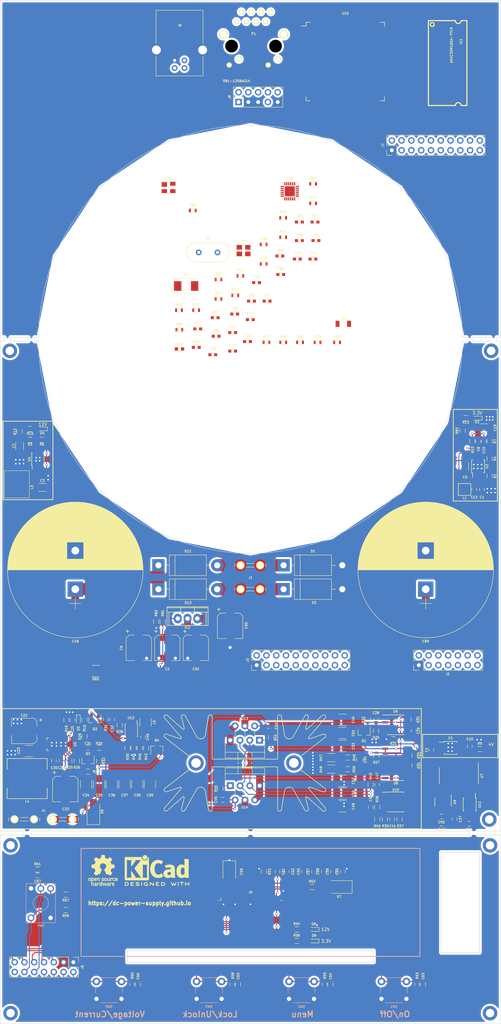
<source format=kicad_pcb>
(kicad_pcb (version 4) (host pcbnew 4.0.7-e2-6376~58~ubuntu17.04.1)
  (title_block (rev 0.1))
  (layers (0 F.Cu signal) (31 B.Cu signal) (34 B.Paste user) (35 F.Paste user) (36 B.SilkS user) (37 F.SilkS user) (38 B.Mask user) (39 F.Mask user) (44 Edge.Cuts user))
  (net 0 "")
  (net 1 "Net-(C1-Pad1)")
  (net 2 USB0_VSSA_REF)
  (net 3 USB0_VDDA)
  (net 4 "Net-(C8-Pad1)")
  (net 5 +4V)
  (net 6 "Net-(C12-Pad1)")
  (net 7 "Net-(C12-Pad2)")
  (net 8 "Net-(C15-Pad1)")
  (net 9 +12V)
  (net 10 "Net-(Q1-Pad1)")
  (net 11 "Net-(C28-Pad2)")
  (net 12 "Net-(Q1-Pad3)")
  (net 13 "Net-(C81-Pad2)")
  (net 14 "Net-(C73-Pad1)")
  (net 15 "Net-(C72-Pad2)")
  (net 16 "Net-(C77-Pad1)")
  (net 17 ENET_RXD1)
  (net 18 ENET_RXD0)
  (net 19 "Net-(U16-Pad10)")
  (net 20 ENET_CRS_DV)
  (net 21 ENET_MDIO)
  (net 22 ENET_MDC)
  (net 23 "Net-(R66-Pad1)")
  (net 24 NET_RESET)
  (net 25 ENET_TX_EN)
  (net 26 ENET_TXD0)
  (net 27 ENET_TXD1)
  (net 28 "Net-(C86-Pad2)")
  (net 29 "Net-(C87-Pad2)")
  (net 30 "Net-(C84-Pad2)")
  (net 31 "Net-(C85-Pad2)")
  (net 32 "Net-(R72-Pad1)")
  (net 33 "Net-(C24-Pad1)")
  (net 34 "Net-(C25-Pad1)")
  (net 35 "Net-(C28-Pad1)")
  (net 36 "Net-(C29-Pad1)")
  (net 37 "Net-(C29-Pad2)")
  (net 38 "Net-(C30-Pad1)")
  (net 39 "Net-(C30-Pad2)")
  (net 40 "Net-(C31-Pad1)")
  (net 41 "Net-(C31-Pad2)")
  (net 42 "Net-(C40-Pad1)")
  (net 43 "Net-(C41-Pad1)")
  (net 44 "Net-(C42-Pad2)")
  (net 45 "Net-(C46-Pad2)")
  (net 46 TEMP)
  (net 47 "Net-(C48-Pad1)")
  (net 48 "Net-(C49-Pad1)")
  (net 49 /power_supply_board/VOUT+)
  (net 50 "Net-(C63-Pad1)")
  (net 51 "Net-(C64-Pad1)")
  (net 52 "Net-(C65-Pad1)")
  (net 53 "Net-(C66-Pad1)")
  (net 54 "Net-(C67-Pad1)")
  (net 55 "Net-(C68-Pad1)")
  (net 56 "Net-(C69-Pad2)")
  (net 57 "Net-(C70-Pad1)")
  (net 58 "Net-(C71-Pad2)")
  (net 59 "Net-(C74-Pad2)")
  (net 60 "Net-(D2-Pad2)")
  (net 61 "Net-(D4-Pad2)")
  (net 62 "Net-(D5-Pad1)")
  (net 63 "Net-(D7-Pad2)")
  (net 64 "Net-(D8-Pad2)")
  (net 65 "Net-(D9-Pad2)")
  (net 66 "Net-(D10-Pad2)")
  (net 67 USB0_DP)
  (net 68 USB0_DM)
  (net 69 EMC_D0)
  (net 70 EMC_D1)
  (net 71 EMC_D2)
  (net 72 EMC_D3)
  (net 73 EMC_D4)
  (net 74 EMC_D5)
  (net 75 EMC_D6)
  (net 76 EMC_D7)
  (net 77 EMC_DQMOUT0)
  (net 78 ~EMC_WE)
  (net 79 ~EMC_CAS)
  (net 80 ~EMC_RAS)
  (net 81 ~EMC_CS0)
  (net 82 "Net-(IC1-Pad20)")
  (net 83 "Net-(IC1-Pad21)")
  (net 84 EMC_A10)
  (net 85 EMC_A0)
  (net 86 EMC_A1)
  (net 87 EMC_A2)
  (net 88 EMC_A3)
  (net 89 EMC_A4)
  (net 90 EMC_A5)
  (net 91 EMC_A6)
  (net 92 EMC_A7)
  (net 93 EMC_A8)
  (net 94 EMC_A9)
  (net 95 EMC_A11)
  (net 96 EMC_A12)
  (net 97 EMC_CKEOUT0)
  (net 98 EMC_CLK0)
  (net 99 EMC_DQMOUT1)
  (net 100 "Net-(IC1-Pad40)")
  (net 101 EMC_D8)
  (net 102 EMC_D9)
  (net 103 EMC_D10)
  (net 104 EMC_D11)
  (net 105 EMC_D12)
  (net 106 EMC_D13)
  (net 107 EMC_D14)
  (net 108 EMC_D15)
  (net 109 /power_supply_board/AC+)
  (net 110 /power_supply_board/AC-)
  (net 111 "Net-(J2-Pad2)")
  (net 112 "Net-(J2-Pad4)")
  (net 113 "Net-(J2-Pad6)")
  (net 114 "Net-(J2-Pad7)")
  (net 115 "Net-(J2-Pad8)")
  (net 116 "Net-(J2-Pad9)")
  (net 117 "Net-(J2-Pad10)")
  (net 118 "Net-(J2-Pad11)")
  (net 119 "Net-(J2-Pad12)")
  (net 120 "Net-(J2-Pad13)")
  (net 121 "Net-(J2-Pad14)")
  (net 122 "Net-(J3-Pad5)")
  (net 123 SSP1_SCK)
  (net 124 PSU_ON/OFF)
  (net 125 SSP1_MISO)
  (net 126 SSP1_SSEL_ADC)
  (net 127 SSP1_MOSI)
  (net 128 SSP1_SSEL_DAC)
  (net 129 "Net-(J6-Pad12)")
  (net 130 "Net-(J6-Pad14)")
  (net 131 ON/OFF_BUTTON)
  (net 132 MENU_BUTTON)
  (net 133 "Net-(J7-Pad5)")
  (net 134 LOCK/UNLOCK_BUTTON)
  (net 135 SSP0_SSEL)
  (net 136 VOLTAGE/AMP_BUTTON)
  (net 137 SSP0_MISO)
  (net 138 ROTARY_BUTTON)
  (net 139 SSP0_SCK)
  (net 140 ROTARY_A)
  (net 141 SSP0_MOSI)
  (net 142 ROTARY_B)
  (net 143 JTAG_TMS/SWDIO)
  (net 144 JTAG_TCK/SWDCLK)
  (net 145 JTAG_TDO/SWO)
  (net 146 "Net-(J8-Pad7)")
  (net 147 JTAG_TDI)
  (net 148 ~RESET)
  (net 149 "Net-(L5-Pad1)")
  (net 150 "Net-(Q2-Pad1)")
  (net 151 "Net-(Q2-Pad3)")
  (net 152 "Net-(Q3-Pad1)")
  (net 153 "Net-(Q3-Pad2)")
  (net 154 "Net-(Q4-Pad3)")
  (net 155 "Net-(R1-Pad1)")
  (net 156 "Net-(R10-Pad2)")
  (net 157 ISET)
  (net 158 VSET)
  (net 159 "Net-(R19-Pad1)")
  (net 160 "Net-(R25-Pad1)")
  (net 161 "Net-(R26-Pad1)")
  (net 162 "Net-(R27-Pad2)")
  (net 163 "Net-(R33-Pad2)")
  (net 164 "Net-(R34-Pad2)")
  (net 165 "Net-(R38-Pad1)")
  (net 166 "Net-(R41-Pad2)")
  (net 167 "Net-(R44-Pad2)")
  (net 168 "Net-(R45-Pad2)")
  (net 169 "Net-(R62-Pad2)")
  (net 170 ENET_REF_CLK)
  (net 171 USB0_RREF)
  (net 172 USB0_VBUS)
  (net 173 "Net-(U2-Pad5)")
  (net 174 "Net-(U7-Pad10)")
  (net 175 "Net-(U11-Pad1)")
  (net 176 "Net-(U7-Pad13)")
  (net 177 "Net-(U11-Pad2)")
  (net 178 "Net-(U11-Pad3)")
  (net 179 "Net-(U8-Pad4)")
  (net 180 "Net-(U8-Pad5)")
  (net 181 "Net-(U8-Pad6)")
  (net 182 "Net-(U8-Pad7)")
  (net 183 "Net-(U8-Pad11)")
  (net 184 VOUT)
  (net 185 IMON)
  (net 186 "Net-(U9-Pad11)")
  (net 187 "Net-(U12-Pad4)")
  (net 188 "Net-(U12-Pad7)")
  (net 189 "Net-(U15-Pad1)")
  (net 190 "Net-(U15-Pad2)")
  (net 191 "Net-(U15-Pad3)")
  (net 192 "Net-(U15-Pad6)")
  (net 193 "Net-(U15-Pad7)")
  (net 194 "Net-(U15-Pad8)")
  (net 195 "Net-(U15-Pad9)")
  (net 196 "Net-(U15-Pad10)")
  (net 197 "Net-(U15-Pad11)")
  (net 198 "Net-(U15-Pad14)")
  (net 199 "Net-(U15-Pad15)")
  (net 200 USB0_ID)
  (net 201 "Net-(U15-Pad29)")
  (net 202 "Net-(U15-Pad33)")
  (net 203 "Net-(U15-Pad35)")
  (net 204 "Net-(U15-Pad69)")
  (net 205 "Net-(U15-Pad72)")
  (net 206 "Net-(U15-Pad73)")
  (net 207 "Net-(U15-Pad79)")
  (net 208 "Net-(U15-Pad83)")
  (net 209 "Net-(U15-Pad85)")
  (net 210 "Net-(U15-Pad86)")
  (net 211 "Net-(U15-Pad87)")
  (net 212 "Net-(U15-Pad88)")
  (net 213 "Net-(U15-Pad89)")
  (net 214 "Net-(U15-Pad90)")
  (net 215 "Net-(U15-Pad91)")
  (net 216 "Net-(U15-Pad92)")
  (net 217 "Net-(U15-Pad93)")
  (net 218 "Net-(U15-Pad97)")
  (net 219 "Net-(U15-Pad99)")
  (net 220 "Net-(U15-Pad112)")
  (net 221 "Net-(U15-Pad119)")
  (net 222 "Net-(U15-Pad121)")
  (net 223 "Net-(U15-Pad127)")
  (net 224 "Net-(U15-Pad129)")
  (net 225 "Net-(U15-Pad130)")
  (net 226 "Net-(U15-Pad136)")
  (net 227 "Net-(U15-Pad137)")
  (net 228 "Net-(U15-Pad138)")
  (net 229 "Net-(U15-Pad139)")
  (net 230 "Net-(U15-Pad140)")
  (net 231 "Net-(U15-Pad142)")
  (net 232 "Net-(U15-Pad143)")
  (net 233 "Net-(U15-Pad144)")
  (net 234 "Net-(J5-Pad23)")
  (net 235 "Net-(P1-PadR6)")
  (net 236 "Net-(P1-PadR5)")
  (net 237 "Net-(P1-PadR4)")
  (net 238 "Net-(P1-PadL1)")
  (net 239 "Net-(P1-PadL3)")
  (net 240 "Net-(R77-Pad1)")
  (net 241 "Net-(R78-Pad1)")
  (net 242 "Net-(C55-Pad1)")
  (net 243 "Net-(C56-Pad2)")
  (net 244 "Net-(C61-Pad2)")
  (net 245 "Net-(J5-Pad11)")
  (net 246 "Net-(J5-Pad12)")
  (net 247 "Net-(J5-Pad13)")
  (net 248 "Net-(J5-Pad18)")
  (net 249 "Net-(J5-Pad19)")
  (net 250 "Net-(J5-Pad20)")
  (net 251 "Net-(J5-Pad21)")
  (net 252 "Net-(J5-Pad22)")
  (net 253 "Net-(J5-Pad27)")
  (net 254 GND)
  (net 255 +3V3)
  (net 256 "Net-(C15-Pad2)")
  (net 257 +30V)
  (net 258 "Net-(C18-Pad1)")
  (net 259 "Net-(C92-Pad1)")
  (net 260 "Net-(C7-Pad1)")
  (net 261 "Net-(L3-Pad1)")
  (net 262 "Net-(R3-Pad2)")
  (net 263 "Net-(U4-Pad3)")
  (net 264 "Net-(U4-Pad4)")
  (net 265 "Net-(U4-Pad7)")
  (net 266 "Net-(C10-Pad1)")
  (net 267 "Net-(U1-Pad1)")
  (net 268 "Net-(U1-Pad5)")
  (net 269 "Net-(U1-Pad7)")
  (net 270 "Net-(U1-Pad8)")
  (net 271 "Net-(C2-Pad1)")
  (module Pin_Headers:Pin_Header_Straight_2x10_Pitch2.54mm (layer F.Cu) (at 291.4 232.5 90)
    (fp_text reference J3 (at 1.27 -2.33 90) (layer F.SilkS) (effects (font (size 0.6 0.6) (thickness 0.125))))
    (fp_text value "20 Pin Connector")
    (pad 1 thru_hole rect (at 0 0 90) (size 1.7 1.7) (drill 1) (layers *.Cu *.Mask) (net 254 GND))
    (pad 2 thru_hole oval (at 2.54 0 90) (size 1.7 1.7) (drill 1) (layers *.Cu *.Mask) (net 111 "Net-(J2-Pad2)"))
    (pad 3 thru_hole oval (at 0 2.54 90) (size 1.7 1.7) (drill 1) (layers *.Cu *.Mask) (net 255 +3V3))
    (pad 4 thru_hole oval (at 2.54 2.54 90) (size 1.7 1.7) (drill 1) (layers *.Cu *.Mask) (net 112 "Net-(J2-Pad4)"))
    (pad 5 thru_hole oval (at 0 5.08 90) (size 1.7 1.7) (drill 1) (layers *.Cu *.Mask) (net 122 "Net-(J3-Pad5)"))
    (pad 6 thru_hole oval (at 2.54 5.08 90) (size 1.7 1.7) (drill 1) (layers *.Cu *.Mask) (net 113 "Net-(J2-Pad6)"))
    (pad 7 thru_hole oval (at 0 7.62 90) (size 1.7 1.7) (drill 1) (layers *.Cu *.Mask) (net 114 "Net-(J2-Pad7)"))
    (pad 8 thru_hole oval (at 2.54 7.62 90) (size 1.7 1.7) (drill 1) (layers *.Cu *.Mask) (net 115 "Net-(J2-Pad8)"))
    (pad 9 thru_hole oval (at 0 10.16 90) (size 1.7 1.7) (drill 1) (layers *.Cu *.Mask) (net 116 "Net-(J2-Pad9)"))
    (pad 10 thru_hole oval (at 2.54 10.16 90) (size 1.7 1.7) (drill 1) (layers *.Cu *.Mask) (net 117 "Net-(J2-Pad10)"))
    (pad 11 thru_hole oval (at 0 12.7 90) (size 1.7 1.7) (drill 1) (layers *.Cu *.Mask) (net 118 "Net-(J2-Pad11)"))
    (pad 12 thru_hole oval (at 2.54 12.7 90) (size 1.7 1.7) (drill 1) (layers *.Cu *.Mask) (net 119 "Net-(J2-Pad12)"))
    (pad 13 thru_hole oval (at 0 15.24 90) (size 1.7 1.7) (drill 1) (layers *.Cu *.Mask) (net 120 "Net-(J2-Pad13)"))
    (pad 14 thru_hole oval (at 2.54 15.24 90) (size 1.7 1.7) (drill 1) (layers *.Cu *.Mask) (net 121 "Net-(J2-Pad14)"))
    (pad 15 thru_hole oval (at 0 17.78 90) (size 1.7 1.7) (drill 1) (layers *.Cu *.Mask) (net 123 SSP1_SCK))
    (pad 16 thru_hole oval (at 2.54 17.78 90) (size 1.7 1.7) (drill 1) (layers *.Cu *.Mask) (net 124 PSU_ON/OFF))
    (pad 17 thru_hole oval (at 0 20.32 90) (size 1.7 1.7) (drill 1) (layers *.Cu *.Mask) (net 125 SSP1_MISO))
    (pad 18 thru_hole oval (at 2.54 20.32 90) (size 1.7 1.7) (drill 1) (layers *.Cu *.Mask) (net 126 SSP1_SSEL_ADC))
    (pad 19 thru_hole oval (at 0 22.86 90) (size 1.7 1.7) (drill 1) (layers *.Cu *.Mask) (net 127 SSP1_MOSI))
    (pad 20 thru_hole oval (at 2.54 22.86 90) (size 1.7 1.7) (drill 1) (layers *.Cu *.Mask) (net 128 SSP1_SSEL_DAC))
  )
  (module Pin_Headers:Pin_Header_Straight_2x07_Pitch2.54mm (layer F.Cu) (at 333.5 232.5 90)
    (fp_text reference J2 (at -2.3 7.45 180) (layer F.SilkS) (effects (font (size 0.6 0.6) (thickness 0.125))))
    (fp_text value "14 Pin Connector")
    (pad 1 thru_hole rect (at 0 0 90) (size 1.7 1.7) (drill 1) (layers *.Cu *.Mask) (net 254 GND))
    (pad 2 thru_hole oval (at 2.54 0 90) (size 1.7 1.7) (drill 1) (layers *.Cu *.Mask) (net 111 "Net-(J2-Pad2)"))
    (pad 3 thru_hole oval (at 0 2.54 90) (size 1.7 1.7) (drill 1) (layers *.Cu *.Mask) (net 255 +3V3))
    (pad 4 thru_hole oval (at 2.54 2.54 90) (size 1.7 1.7) (drill 1) (layers *.Cu *.Mask) (net 112 "Net-(J2-Pad4)"))
    (pad 5 thru_hole oval (at 0 5.08 90) (size 1.7 1.7) (drill 1) (layers *.Cu *.Mask) (net 9 +12V))
    (pad 6 thru_hole oval (at 2.54 5.08 90) (size 1.7 1.7) (drill 1) (layers *.Cu *.Mask) (net 113 "Net-(J2-Pad6)"))
    (pad 7 thru_hole oval (at 0 7.62 90) (size 1.7 1.7) (drill 1) (layers *.Cu *.Mask) (net 114 "Net-(J2-Pad7)"))
    (pad 8 thru_hole oval (at 2.54 7.62 90) (size 1.7 1.7) (drill 1) (layers *.Cu *.Mask) (net 115 "Net-(J2-Pad8)"))
    (pad 9 thru_hole oval (at 0 10.16 90) (size 1.7 1.7) (drill 1) (layers *.Cu *.Mask) (net 116 "Net-(J2-Pad9)"))
    (pad 10 thru_hole oval (at 2.54 10.16 90) (size 1.7 1.7) (drill 1) (layers *.Cu *.Mask) (net 117 "Net-(J2-Pad10)"))
    (pad 11 thru_hole oval (at 0 12.7 90) (size 1.7 1.7) (drill 1) (layers *.Cu *.Mask) (net 118 "Net-(J2-Pad11)"))
    (pad 12 thru_hole oval (at 2.54 12.7 90) (size 1.7 1.7) (drill 1) (layers *.Cu *.Mask) (net 119 "Net-(J2-Pad12)"))
    (pad 13 thru_hole oval (at 0 15.24 90) (size 1.7 1.7) (drill 1) (layers *.Cu *.Mask) (net 120 "Net-(J2-Pad13)"))
    (pad 14 thru_hole oval (at 2.54 15.24 90) (size 1.7 1.7) (drill 1) (layers *.Cu *.Mask) (net 121 "Net-(J2-Pad14)"))
  )
  (module dc-power-supply:XFL3012 (layer F.Cu) (at 345.4 186.95 180)
    (fp_text reference L1 (at 0 -2.2 180) (layer F.SilkS) (effects (font (size 0.6 0.6) (thickness 0.125))))
    (fp_text value 2.2uH)
    (pad 2 smd rect (at 1.03 0 180) (size 1 2.9) (layers F.Cu F.Paste F.Mask) (net 256 "Net-(C15-Pad2)"))
    (pad 1 smd rect (at -1 0 180) (size 1 2.9) (layers F.Cu F.Paste F.Mask) (net 7 "Net-(C12-Pad2)"))
  )
  (module Pin_Headers:Pin_Header_Straight_2x07_Pitch2.54mm (layer F.Cu) (at 243.8 309.5 270)
    (fp_text reference J6 (at 1.27 -2.33 270) (layer F.SilkS) (effects (font (size 0.6 0.6) (thickness 0.125))))
    (fp_text value "14 Pin Connector")
    (pad 1 thru_hole rect (at 0 0 270) (size 1.7 1.7) (drill 1) (layers *.Cu *.Mask) (net 254 GND))
    (pad 2 thru_hole oval (at 2.54 0 270) (size 1.7 1.7) (drill 1) (layers *.Cu *.Mask) (net 50 "Net-(C63-Pad1)"))
    (pad 3 thru_hole oval (at 0 2.54 270) (size 1.7 1.7) (drill 1) (layers *.Cu *.Mask) (net 255 +3V3))
    (pad 4 thru_hole oval (at 2.54 2.54 270) (size 1.7 1.7) (drill 1) (layers *.Cu *.Mask) (net 51 "Net-(C64-Pad1)"))
    (pad 5 thru_hole oval (at 0 5.08 270) (size 1.7 1.7) (drill 1) (layers *.Cu *.Mask) (net 244 "Net-(C61-Pad2)"))
    (pad 6 thru_hole oval (at 2.54 5.08 270) (size 1.7 1.7) (drill 1) (layers *.Cu *.Mask) (net 52 "Net-(C65-Pad1)"))
    (pad 7 thru_hole oval (at 0 7.62 270) (size 1.7 1.7) (drill 1) (layers *.Cu *.Mask) (net 249 "Net-(J5-Pad19)"))
    (pad 8 thru_hole oval (at 2.54 7.62 270) (size 1.7 1.7) (drill 1) (layers *.Cu *.Mask) (net 53 "Net-(C66-Pad1)"))
    (pad 9 thru_hole oval (at 0 10.16 270) (size 1.7 1.7) (drill 1) (layers *.Cu *.Mask) (net 248 "Net-(J5-Pad18)"))
    (pad 10 thru_hole oval (at 2.54 10.16 270) (size 1.7 1.7) (drill 1) (layers *.Cu *.Mask) (net 54 "Net-(C67-Pad1)"))
    (pad 11 thru_hole oval (at 0 12.7 270) (size 1.7 1.7) (drill 1) (layers *.Cu *.Mask) (net 247 "Net-(J5-Pad13)"))
    (pad 12 thru_hole oval (at 2.54 12.7 270) (size 1.7 1.7) (drill 1) (layers *.Cu *.Mask) (net 129 "Net-(J6-Pad12)"))
    (pad 13 thru_hole oval (at 0 15.24 270) (size 1.7 1.7) (drill 1) (layers *.Cu *.Mask) (net 246 "Net-(J5-Pad12)"))
    (pad 14 thru_hole oval (at 2.54 15.24 270) (size 1.7 1.7) (drill 1) (layers *.Cu *.Mask) (net 130 "Net-(J6-Pad14)"))
  )
  (module Pin_Headers:Pin_Header_Straight_2x10_Pitch2.54mm (layer F.Cu) (at 326.5 99 90)
    (fp_text reference J7 (at 1.27 -2.33 90) (layer F.SilkS) (effects (font (size 0.6 0.6) (thickness 0.125))))
    (fp_text value "20 Pin Connector")
    (pad 1 thru_hole rect (at 0 0 90) (size 1.7 1.7) (drill 1) (layers *.Cu *.Mask) (net 254 GND))
    (pad 2 thru_hole oval (at 2.54 0 90) (size 1.7 1.7) (drill 1) (layers *.Cu *.Mask) (net 131 ON/OFF_BUTTON))
    (pad 3 thru_hole oval (at 0 2.54 90) (size 1.7 1.7) (drill 1) (layers *.Cu *.Mask) (net 255 +3V3))
    (pad 4 thru_hole oval (at 2.54 2.54 90) (size 1.7 1.7) (drill 1) (layers *.Cu *.Mask) (net 132 MENU_BUTTON))
    (pad 5 thru_hole oval (at 0 5.08 90) (size 1.7 1.7) (drill 1) (layers *.Cu *.Mask) (net 133 "Net-(J7-Pad5)"))
    (pad 6 thru_hole oval (at 2.54 5.08 90) (size 1.7 1.7) (drill 1) (layers *.Cu *.Mask) (net 134 LOCK/UNLOCK_BUTTON))
    (pad 7 thru_hole oval (at 0 7.62 90) (size 1.7 1.7) (drill 1) (layers *.Cu *.Mask) (net 135 SSP0_SSEL))
    (pad 8 thru_hole oval (at 2.54 7.62 90) (size 1.7 1.7) (drill 1) (layers *.Cu *.Mask) (net 136 VOLTAGE/AMP_BUTTON))
    (pad 9 thru_hole oval (at 0 10.16 90) (size 1.7 1.7) (drill 1) (layers *.Cu *.Mask) (net 137 SSP0_MISO))
    (pad 10 thru_hole oval (at 2.54 10.16 90) (size 1.7 1.7) (drill 1) (layers *.Cu *.Mask) (net 138 ROTARY_BUTTON))
    (pad 11 thru_hole oval (at 0 12.7 90) (size 1.7 1.7) (drill 1) (layers *.Cu *.Mask) (net 139 SSP0_SCK))
    (pad 12 thru_hole oval (at 2.54 12.7 90) (size 1.7 1.7) (drill 1) (layers *.Cu *.Mask) (net 140 ROTARY_A))
    (pad 13 thru_hole oval (at 0 15.24 90) (size 1.7 1.7) (drill 1) (layers *.Cu *.Mask) (net 141 SSP0_MOSI))
    (pad 14 thru_hole oval (at 2.54 15.24 90) (size 1.7 1.7) (drill 1) (layers *.Cu *.Mask) (net 142 ROTARY_B))
    (pad 15 thru_hole oval (at 0 17.78 90) (size 1.7 1.7) (drill 1) (layers *.Cu *.Mask) (net 123 SSP1_SCK))
    (pad 16 thru_hole oval (at 2.54 17.78 90) (size 1.7 1.7) (drill 1) (layers *.Cu *.Mask) (net 124 PSU_ON/OFF))
    (pad 17 thru_hole oval (at 0 20.32 90) (size 1.7 1.7) (drill 1) (layers *.Cu *.Mask) (net 125 SSP1_MISO))
    (pad 18 thru_hole oval (at 2.54 20.32 90) (size 1.7 1.7) (drill 1) (layers *.Cu *.Mask) (net 126 SSP1_SSEL_ADC))
    (pad 19 thru_hole oval (at 0 22.86 90) (size 1.7 1.7) (drill 1) (layers *.Cu *.Mask) (net 127 SSP1_MOSI))
    (pad 20 thru_hole oval (at 2.54 22.86 90) (size 1.7 1.7) (drill 1) (layers *.Cu *.Mask) (net 128 SSP1_SSEL_DAC))
  )
  (module Pin_Headers:Pin_Header_Straight_2x05_Pitch2.54mm (layer F.Cu) (at 286.7 86.5 90)
    (fp_text reference J8 (at 1.27 -2.33 90) (layer F.SilkS) (effects (font (size 0.6 0.6) (thickness 0.125))))
    (fp_text value "10 Pin Connector")
    (pad 1 thru_hole rect (at 0 0 90) (size 1.7 1.7) (drill 1) (layers *.Cu *.Mask) (net 255 +3V3))
    (pad 2 thru_hole oval (at 2.54 0 90) (size 1.7 1.7) (drill 1) (layers *.Cu *.Mask) (net 143 JTAG_TMS/SWDIO))
    (pad 3 thru_hole oval (at 0 2.54 90) (size 1.7 1.7) (drill 1) (layers *.Cu *.Mask) (net 254 GND))
    (pad 4 thru_hole oval (at 2.54 2.54 90) (size 1.7 1.7) (drill 1) (layers *.Cu *.Mask) (net 144 JTAG_TCK/SWDCLK))
    (pad 5 thru_hole oval (at 0 5.08 90) (size 1.7 1.7) (drill 1) (layers *.Cu *.Mask) (net 254 GND))
    (pad 6 thru_hole oval (at 2.54 5.08 90) (size 1.7 1.7) (drill 1) (layers *.Cu *.Mask) (net 145 JTAG_TDO/SWO))
    (pad 7 thru_hole oval (at 0 7.62 90) (size 1.7 1.7) (drill 1) (layers *.Cu *.Mask) (net 146 "Net-(J8-Pad7)"))
    (pad 8 thru_hole oval (at 2.54 7.62 90) (size 1.7 1.7) (drill 1) (layers *.Cu *.Mask) (net 147 JTAG_TDI))
    (pad 9 thru_hole oval (at 0 10.16 90) (size 1.7 1.7) (drill 1) (layers *.Cu *.Mask) (net 254 GND))
    (pad 10 thru_hole oval (at 2.54 10.16 90) (size 1.7 1.7) (drill 1) (layers *.Cu *.Mask) (net 148 ~RESET))
  )
  (module Connect:USB_B (layer F.Cu) (at 270.1 77.7 90)
    (fp_text reference J9 (at 11.05 1.27 180) (layer F.SilkS) (effects (font (size 0.6 0.6) (thickness 0.125))))
    (fp_text value USB_B)
    (pad 2 thru_hole circle (at 0 2.54) (size 1.52 1.52) (drill 0.81) (layers *.Cu *.Mask) (net 68 USB0_DM))
    (pad 1 thru_hole circle (at 0 0) (size 1.52 1.52) (drill 0.81) (layers *.Cu *.Mask) (net 59 "Net-(C74-Pad2)"))
    (pad 4 thru_hole circle (at 2 0) (size 1.52 1.52) (drill 0.81) (layers *.Cu *.Mask) (net 254 GND))
    (pad 3 thru_hole circle (at 2 2.54) (size 1.52 1.52) (drill 0.81) (layers *.Cu *.Mask) (net 67 USB0_DP))
    (pad 5 thru_hole circle (at 4.7 7.27) (size 2.7 2.7) (drill 2.3) (layers *.Cu *.Mask) (net 254 GND))
    (pad 5 thru_hole circle (at 4.7 -4.73) (size 2.7 2.7) (drill 2.3) (layers *.Cu *.Mask) (net 254 GND))
  )
  (module Inductors:Inductor_Wurth_HCI-1050 (layer F.Cu) (at 231.8 261.9)
    (fp_text reference L4 (at 0 5.9) (layer F.SilkS) (effects (font (size 0.6 0.6) (thickness 0.125))))
    (fp_text value 5.5uH)
    (pad 1 smd rect (at -3.825 0) (size 3.85 4) (layers F.Cu F.Paste F.Mask) (net 39 "Net-(C30-Pad2)"))
    (pad 2 smd rect (at 3.825 0) (size 3.85 4) (layers F.Cu F.Paste F.Mask) (net 41 "Net-(C31-Pad2)"))
  )
  (module TO_SOT_Packages_SMD:SOT-23 (layer F.Cu) (at 319.3 249.9 270)
    (fp_text reference Q1 (at 2.2 0.05 360) (layer F.SilkS) (effects (font (size 0.6 0.6) (thickness 0.125))))
    (fp_text value BC847)
    (pad 1 smd rect (at -1 -0.95 270) (size 0.9 0.8) (layers F.Cu F.Paste F.Mask) (net 10 "Net-(Q1-Pad1)"))
    (pad 2 smd rect (at -1 0.95 270) (size 0.9 0.8) (layers F.Cu F.Paste F.Mask) (net 11 "Net-(C28-Pad2)"))
    (pad 3 smd rect (at 1 0 270) (size 0.9 0.8) (layers F.Cu F.Paste F.Mask) (net 12 "Net-(Q1-Pad3)"))
  )
  (module TO_SOT_Packages_SMD:SOT-23 (layer F.Cu) (at 247.6 257.3 270)
    (fp_text reference Q2 (at -1.9 0 360) (layer F.SilkS) (effects (font (size 0.6 0.6) (thickness 0.125))))
    (fp_text value MMBT3906-7-F)
    (pad 1 smd rect (at -1 -0.95 270) (size 0.9 0.8) (layers F.Cu F.Paste F.Mask) (net 150 "Net-(Q2-Pad1)"))
    (pad 2 smd rect (at -1 0.95 270) (size 0.9 0.8) (layers F.Cu F.Paste F.Mask) (net 40 "Net-(C31-Pad1)"))
    (pad 3 smd rect (at 1 0 270) (size 0.9 0.8) (layers F.Cu F.Paste F.Mask) (net 151 "Net-(Q2-Pad3)"))
  )
  (module TO_SOT_Packages_SMD:SOT-23 (layer F.Cu) (at 249.4 246.7 270)
    (fp_text reference Q3 (at 2.35 0 360) (layer F.SilkS) (effects (font (size 0.6 0.6) (thickness 0.125))))
    (fp_text value MMBT3906-7-F)
    (pad 1 smd rect (at -1 -0.95 270) (size 0.9 0.8) (layers F.Cu F.Paste F.Mask) (net 152 "Net-(Q3-Pad1)"))
    (pad 2 smd rect (at -1 0.95 270) (size 0.9 0.8) (layers F.Cu F.Paste F.Mask) (net 153 "Net-(Q3-Pad2)"))
    (pad 3 smd rect (at 1 0 270) (size 0.9 0.8) (layers F.Cu F.Paste F.Mask) (net 33 "Net-(C24-Pad1)"))
  )
  (module TO_SOT_Packages_SMD:SOT-23 (layer F.Cu) (at 265.5 254.25 90)
    (fp_text reference Q4 (at 2.3 0 180) (layer F.SilkS) (effects (font (size 0.6 0.6) (thickness 0.125))))
    (fp_text value FMMT493TA)
    (pad 1 smd rect (at -1 -0.95 90) (size 0.9 0.8) (layers F.Cu F.Paste F.Mask) (net 254 GND))
    (pad 2 smd rect (at -1 0.95 90) (size 0.9 0.8) (layers F.Cu F.Paste F.Mask) (net 49 /power_supply_board/VOUT+))
    (pad 3 smd rect (at 1 0 90) (size 0.9 0.8) (layers F.Cu F.Paste F.Mask) (net 154 "Net-(Q4-Pad3)"))
  )
  (module Buttons_Switches_ThroughHole:KSA_Tactile_SPST (layer B.Cu) (at 232.8 298)
    (fp_text reference SW4 (at 2.54 2) (layer B.SilkS) (effects (font (size 0.6 0.6) (thickness 0.125)) (justify mirror)))
    (fp_text value 318-ENC130175F-12PS)
    (pad 1 thru_hole circle (at 0 0) (size 1.778 1.778) (drill 1.143) (layers *.Cu *.Mask) (net 129 "Net-(J6-Pad12)"))
    (pad 2 thru_hole circle (at 5.08 0) (size 1.778 1.778) (drill 1.143) (layers *.Cu *.Mask) (net 254 GND))
    (pad 3 thru_hole circle (at 5.08 -7.62) (size 1.778 1.778) (drill 1.143) (layers *.Cu *.Mask) (net 130 "Net-(J6-Pad14)"))
    (pad 4 thru_hole circle (at 2.54 -7.62) (size 1.778 1.778) (drill 1.143) (layers *.Cu *.Mask) (net 54 "Net-(C67-Pad1)"))
    (pad 5 thru_hole circle (at 0 -7.62) (size 1.778 1.778) (drill 1.143) (layers *.Cu *.Mask) (net 254 GND))
  )
  (module Housings_SSOP:MSOP-10_3x3mm_Pitch0.5mm (layer F.Cu) (at 348.9 180.95 90)
    (fp_text reference U2 (at 0 2.3 90) (layer F.SilkS) (effects (font (size 0.6 0.6) (thickness 0.125))))
    (fp_text value LT8607)
    (pad 1 smd rect (at -2.2 -1 90) (size 1.4 0.3) (layers F.Cu F.Paste F.Mask) (net 6 "Net-(C12-Pad1)"))
    (pad 2 smd rect (at -2.2 -0.5 90) (size 1.4 0.3) (layers F.Cu F.Paste F.Mask) (net 7 "Net-(C12-Pad2)"))
    (pad 3 smd rect (at -2.2 0 90) (size 1.4 0.3) (layers F.Cu F.Paste F.Mask) (net 1 "Net-(C1-Pad1)"))
    (pad 4 smd rect (at -2.2 0.5 90) (size 1.4 0.3) (layers F.Cu F.Paste F.Mask) (net 155 "Net-(R1-Pad1)"))
    (pad 5 smd rect (at -2.2 1 90) (size 1.4 0.3) (layers F.Cu F.Paste F.Mask) (net 173 "Net-(U2-Pad5)"))
    (pad 6 smd rect (at 2.2 1 90) (size 1.4 0.3) (layers F.Cu F.Paste F.Mask) (net 8 "Net-(C15-Pad1)"))
    (pad 7 smd rect (at 2.2 0.5 90) (size 1.4 0.3) (layers F.Cu F.Paste F.Mask) (net 4 "Net-(C8-Pad1)"))
    (pad 8 smd rect (at 2.2 0 90) (size 1.4 0.3) (layers F.Cu F.Paste F.Mask) (net 156 "Net-(R10-Pad2)"))
    (pad 9 smd rect (at 2.2 -0.5 90) (size 1.4 0.3) (layers F.Cu F.Paste F.Mask) (net 257 +30V))
    (pad 10 smd rect (at 2.2 -1 90) (size 1.4 0.3) (layers F.Cu F.Paste F.Mask) (net 257 +30V))
  )
  (module Housings_SOIC:SOIC-8_3.9x4.9mm_Pitch1.27mm (layer F.Cu) (at 327.5 247.95)
    (fp_text reference U6 (at 0 -3.5) (layer F.SilkS) (effects (font (size 0.6 0.6) (thickness 0.125))))
    (fp_text value LT1013DS)
    (pad 1 smd rect (at -2.7 -1.905) (size 1.55 0.6) (layers F.Cu F.Paste F.Mask) (net 35 "Net-(C28-Pad1)"))
    (pad 2 smd rect (at -2.7 -0.635) (size 1.55 0.6) (layers F.Cu F.Paste F.Mask) (net 11 "Net-(C28-Pad2)"))
    (pad 3 smd rect (at -2.7 0.635) (size 1.55 0.6) (layers F.Cu F.Paste F.Mask) (net 157 ISET))
    (pad 4 smd rect (at -2.7 1.905) (size 1.55 0.6) (layers F.Cu F.Paste F.Mask) (net 254 GND))
    (pad 5 smd rect (at 2.7 1.905) (size 1.55 0.6) (layers F.Cu F.Paste F.Mask) (net 158 VSET))
    (pad 6 smd rect (at 2.7 0.635) (size 1.55 0.6) (layers F.Cu F.Paste F.Mask) (net 37 "Net-(C29-Pad2)"))
    (pad 7 smd rect (at 2.7 -0.635) (size 1.55 0.6) (layers F.Cu F.Paste F.Mask) (net 36 "Net-(C29-Pad1)"))
    (pad 8 smd rect (at 2.7 -1.905) (size 1.55 0.6) (layers F.Cu F.Paste F.Mask) (net 257 +30V))
  )
  (module Housings_SOIC:SOIC-16_3.9x9.9mm_Pitch1.27mm (layer F.Cu) (at 343.9 261.2 270)
    (fp_text reference U7 (at 0 -6 270) (layer F.SilkS) (effects (font (size 0.6 0.6) (thickness 0.125))))
    (fp_text value ADuM262N)
    (pad 1 smd rect (at -2.7 -4.445 270) (size 1.5 0.6) (layers F.Cu F.Paste F.Mask) (net 255 +3V3))
    (pad 2 smd rect (at -2.7 -3.175 270) (size 1.5 0.6) (layers F.Cu F.Paste F.Mask) (net 127 SSP1_MOSI))
    (pad 3 smd rect (at -2.7 -1.905 270) (size 1.5 0.6) (layers F.Cu F.Paste F.Mask) (net 123 SSP1_SCK))
    (pad 4 smd rect (at -2.7 -0.635 270) (size 1.5 0.6) (layers F.Cu F.Paste F.Mask) (net 126 SSP1_SSEL_ADC))
    (pad 5 smd rect (at -2.7 0.635 270) (size 1.5 0.6) (layers F.Cu F.Paste F.Mask) (net 128 SSP1_SSEL_DAC))
    (pad 6 smd rect (at -2.7 1.905 270) (size 1.5 0.6) (layers F.Cu F.Paste F.Mask) (net 124 PSU_ON/OFF))
    (pad 7 smd rect (at -2.7 3.175 270) (size 1.5 0.6) (layers F.Cu F.Paste F.Mask) (net 125 SSP1_MISO))
    (pad 8 smd rect (at -2.7 4.445 270) (size 1.5 0.6) (layers F.Cu F.Paste F.Mask) (net 254 GND))
    (pad 9 smd rect (at 2.7 4.445 270) (size 1.5 0.6) (layers F.Cu F.Paste F.Mask) (net 254 GND))
    (pad 10 smd rect (at 2.7 3.175 270) (size 1.5 0.6) (layers F.Cu F.Paste F.Mask) (net 174 "Net-(U7-Pad10)"))
    (pad 11 smd rect (at 2.7 1.905 270) (size 1.5 0.6) (layers F.Cu F.Paste F.Mask) (net 124 PSU_ON/OFF))
    (pad 12 smd rect (at 2.7 0.635 270) (size 1.5 0.6) (layers F.Cu F.Paste F.Mask) (net 175 "Net-(U11-Pad1)"))
    (pad 13 smd rect (at 2.7 -0.635 270) (size 1.5 0.6) (layers F.Cu F.Paste F.Mask) (net 176 "Net-(U7-Pad13)"))
    (pad 14 smd rect (at 2.7 -1.905 270) (size 1.5 0.6) (layers F.Cu F.Paste F.Mask) (net 177 "Net-(U11-Pad2)"))
    (pad 15 smd rect (at 2.7 -3.175 270) (size 1.5 0.6) (layers F.Cu F.Paste F.Mask) (net 178 "Net-(U11-Pad3)"))
    (pad 16 smd rect (at 2.7 -4.445 270) (size 1.5 0.6) (layers F.Cu F.Paste F.Mask) (net 255 +3V3))
  )
  (module Housings_SOIC:SOIC-14_3.9x8.7mm_Pitch1.27mm (layer F.Cu) (at 327.5 257.95)
    (fp_text reference U8 (at 0 5.15) (layer F.SilkS) (effects (font (size 0.6 0.6) (thickness 0.125))))
    (fp_text value 320S14)
    (pad 1 smd rect (at -2.7 -3.81) (size 1.5 0.6) (layers F.Cu F.Paste F.Mask) (net 12 "Net-(Q1-Pad3)"))
    (pad 2 smd rect (at -2.7 -2.54) (size 1.5 0.6) (layers F.Cu F.Paste F.Mask) (net 12 "Net-(Q1-Pad3)"))
    (pad 3 smd rect (at -2.7 -1.27) (size 1.5 0.6) (layers F.Cu F.Paste F.Mask) (net 162 "Net-(R27-Pad2)"))
    (pad 4 smd rect (at -2.7 0) (size 1.5 0.6) (layers F.Cu F.Paste F.Mask) (net 179 "Net-(U8-Pad4)"))
    (pad 5 smd rect (at -2.7 1.27) (size 1.5 0.6) (layers F.Cu F.Paste F.Mask) (net 180 "Net-(U8-Pad5)"))
    (pad 6 smd rect (at -2.7 2.54) (size 1.5 0.6) (layers F.Cu F.Paste F.Mask) (net 181 "Net-(U8-Pad6)"))
    (pad 7 smd rect (at -2.7 3.81) (size 1.5 0.6) (layers F.Cu F.Paste F.Mask) (net 182 "Net-(U8-Pad7)"))
    (pad 8 smd rect (at 2.7 3.81) (size 1.5 0.6) (layers F.Cu F.Paste F.Mask) (net 168 "Net-(R45-Pad2)"))
    (pad 9 smd rect (at 2.7 2.54) (size 1.5 0.6) (layers F.Cu F.Paste F.Mask) (net 12 "Net-(Q1-Pad3)"))
    (pad 10 smd rect (at 2.7 1.27) (size 1.5 0.6) (layers F.Cu F.Paste F.Mask) (net 164 "Net-(R34-Pad2)"))
    (pad 11 smd rect (at 2.7 0) (size 1.5 0.6) (layers F.Cu F.Paste F.Mask) (net 183 "Net-(U8-Pad11)"))
    (pad 12 smd rect (at 2.7 -1.27) (size 1.5 0.6) (layers F.Cu F.Paste F.Mask) (net 163 "Net-(R33-Pad2)"))
    (pad 13 smd rect (at 2.7 -2.54) (size 1.5 0.6) (layers F.Cu F.Paste F.Mask) (net 12 "Net-(Q1-Pad3)"))
    (pad 14 smd rect (at 2.7 -3.81) (size 1.5 0.6) (layers F.Cu F.Paste F.Mask) (net 167 "Net-(R44-Pad2)"))
  )
  (module Housings_DFN_QFN:DFN-14-1EP_3x4mm_Pitch0.5mm (layer F.Cu) (at 339.8 268 270)
    (fp_text reference U9 (at 0 -3.05 270) (layer F.SilkS) (effects (font (size 0.6 0.6) (thickness 0.125))))
    (fp_text value LTC2486)
    (pad 1 smd rect (at -1.45 -1.5 270) (size 0.7 0.25) (layers F.Cu F.Paste F.Mask) (net 254 GND))
    (pad 2 smd rect (at -1.45 -1 270) (size 0.7 0.25) (layers F.Cu F.Paste F.Mask) (net 178 "Net-(U11-Pad3)"))
    (pad 3 smd rect (at -1.45 -0.5 270) (size 0.7 0.25) (layers F.Cu F.Paste F.Mask) (net 177 "Net-(U11-Pad2)"))
    (pad 4 smd rect (at -1.45 0 270) (size 0.7 0.25) (layers F.Cu F.Paste F.Mask) (net 176 "Net-(U7-Pad13)"))
    (pad 5 smd rect (at -1.45 0.5 270) (size 0.7 0.25) (layers F.Cu F.Paste F.Mask) (net 174 "Net-(U7-Pad10)"))
    (pad 6 smd rect (at -1.45 1 270) (size 0.7 0.25) (layers F.Cu F.Paste F.Mask) (net 254 GND))
    (pad 7 smd rect (at -1.45 1.5 270) (size 0.7 0.25) (layers F.Cu F.Paste F.Mask) (net 254 GND))
    (pad 8 smd rect (at 1.45 1.5 270) (size 0.7 0.25) (layers F.Cu F.Paste F.Mask) (net 184 VOUT))
    (pad 9 smd rect (at 1.45 1 270) (size 0.7 0.25) (layers F.Cu F.Paste F.Mask) (net 185 IMON))
    (pad 10 smd rect (at 1.45 0.5 270) (size 0.7 0.25) (layers F.Cu F.Paste F.Mask) (net 46 TEMP))
    (pad 11 smd rect (at 1.45 0 270) (size 0.7 0.25) (layers F.Cu F.Paste F.Mask) (net 186 "Net-(U9-Pad11)"))
    (pad 12 smd rect (at 1.45 -0.5 270) (size 0.7 0.25) (layers F.Cu F.Paste F.Mask) (net 44 "Net-(C42-Pad2)"))
    (pad 13 smd rect (at 1.45 -1 270) (size 0.7 0.25) (layers F.Cu F.Paste F.Mask) (net 5 +4V))
    (pad 14 smd rect (at 1.45 -1.5 270) (size 0.7 0.25) (layers F.Cu F.Paste F.Mask) (net 254 GND))
    (pad 15 smd rect (at 0.425 1.2375 270) (size 0.85 0.825) (layers F.Cu F.Paste F.Mask) (net 254 GND))
    (pad 15 smd rect (at 0.425 0.4125 270) (size 0.85 0.825) (layers F.Cu F.Paste F.Mask) (net 254 GND))
    (pad 15 smd rect (at 0.425 -0.4125 270) (size 0.85 0.825) (layers F.Cu F.Paste F.Mask) (net 254 GND))
    (pad 15 smd rect (at 0.425 -1.2375 270) (size 0.85 0.825) (layers F.Cu F.Paste F.Mask) (net 254 GND))
    (pad 15 smd rect (at -0.425 1.2375 270) (size 0.85 0.825) (layers F.Cu F.Paste F.Mask) (net 254 GND))
    (pad 15 smd rect (at -0.425 0.4125 270) (size 0.85 0.825) (layers F.Cu F.Paste F.Mask) (net 254 GND))
    (pad 15 smd rect (at -0.425 -0.4125 270) (size 0.85 0.825) (layers F.Cu F.Paste F.Mask) (net 254 GND))
    (pad 15 smd rect (at -0.425 -1.2375 270) (size 0.85 0.825) (layers F.Cu F.Paste F.Mask) (net 254 GND))
  )
  (module Housings_SOIC:SOIC-8_3.9x4.9mm_Pitch1.27mm (layer F.Cu) (at 327.5 267.95)
    (fp_text reference U10 (at 0 -3.15) (layer F.SilkS) (effects (font (size 0.6 0.6) (thickness 0.125))))
    (fp_text value LT1013DS)
    (pad 1 smd rect (at -2.7 -1.905) (size 1.55 0.6) (layers F.Cu F.Paste F.Mask) (net 185 IMON))
    (pad 2 smd rect (at -2.7 -0.635) (size 1.55 0.6) (layers F.Cu F.Paste F.Mask) (net 185 IMON))
    (pad 3 smd rect (at -2.7 0.635) (size 1.55 0.6) (layers F.Cu F.Paste F.Mask) (net 42 "Net-(C40-Pad1)"))
    (pad 4 smd rect (at -2.7 1.905) (size 1.55 0.6) (layers F.Cu F.Paste F.Mask) (net 254 GND))
    (pad 5 smd rect (at 2.7 1.905) (size 1.55 0.6) (layers F.Cu F.Paste F.Mask) (net 43 "Net-(C41-Pad1)"))
    (pad 6 smd rect (at 2.7 0.635) (size 1.55 0.6) (layers F.Cu F.Paste F.Mask) (net 184 VOUT))
    (pad 7 smd rect (at 2.7 -0.635) (size 1.55 0.6) (layers F.Cu F.Paste F.Mask) (net 184 VOUT))
    (pad 8 smd rect (at 2.7 -1.905) (size 1.55 0.6) (layers F.Cu F.Paste F.Mask) (net 9 +12V))
  )
  (module Housings_SSOP:MSOP-8_3x3mm_Pitch0.65mm (layer F.Cu) (at 346.7 268.6 270)
    (fp_text reference U11 (at 0 -2.6 270) (layer F.SilkS) (effects (font (size 0.6 0.6) (thickness 0.125))))
    (fp_text value LTC2602)
    (pad 1 smd rect (at -2.2 -0.975 270) (size 1.45 0.45) (layers F.Cu F.Paste F.Mask) (net 175 "Net-(U11-Pad1)"))
    (pad 2 smd rect (at -2.2 -0.325 270) (size 1.45 0.45) (layers F.Cu F.Paste F.Mask) (net 177 "Net-(U11-Pad2)"))
    (pad 3 smd rect (at -2.2 0.325 270) (size 1.45 0.45) (layers F.Cu F.Paste F.Mask) (net 178 "Net-(U11-Pad3)"))
    (pad 4 smd rect (at -2.2 0.975 270) (size 1.45 0.45) (layers F.Cu F.Paste F.Mask) (net 5 +4V))
    (pad 5 smd rect (at 2.2 0.975 270) (size 1.45 0.45) (layers F.Cu F.Paste F.Mask) (net 158 VSET))
    (pad 6 smd rect (at 2.2 0.325 270) (size 1.45 0.45) (layers F.Cu F.Paste F.Mask) (net 255 +3V3))
    (pad 7 smd rect (at 2.2 -0.325 270) (size 1.45 0.45) (layers F.Cu F.Paste F.Mask) (net 254 GND))
    (pad 8 smd rect (at 2.2 -0.975 270) (size 1.45 0.45) (layers F.Cu F.Paste F.Mask) (net 157 ISET))
  )
  (module Housings_SSOP:MSOP-8-1EP_3x3mm_Pitch0.65mm (layer F.Cu) (at 258.85 249.35 270)
    (fp_text reference U12 (at -3.2 0.1 360) (layer F.SilkS) (effects (font (size 0.6 0.6) (thickness 0.125))))
    (fp_text value LTC3632EDD)
    (pad 1 smd rect (at -2.105 -0.975 270) (size 0.89 0.42) (layers F.Cu F.Paste F.Mask) (net 149 "Net-(L5-Pad1)"))
    (pad 2 smd rect (at -2.105 -0.325 270) (size 0.89 0.42) (layers F.Cu F.Paste F.Mask) (net 257 +30V))
    (pad 3 smd rect (at -2.105 0.325 270) (size 0.89 0.42) (layers F.Cu F.Paste F.Mask) (net 165 "Net-(R38-Pad1)"))
    (pad 4 smd rect (at -2.105 0.975 270) (size 0.89 0.42) (layers F.Cu F.Paste F.Mask) (net 187 "Net-(U12-Pad4)"))
    (pad 5 smd rect (at 2.105 0.975 270) (size 0.89 0.42) (layers F.Cu F.Paste F.Mask) (net 153 "Net-(Q3-Pad2)"))
    (pad 6 smd rect (at 2.105 0.325 270) (size 0.89 0.42) (layers F.Cu F.Paste F.Mask) (net 166 "Net-(R41-Pad2)"))
    (pad 7 smd rect (at 2.105 -0.325 270) (size 0.89 0.42) (layers F.Cu F.Paste F.Mask) (net 188 "Net-(U12-Pad7)"))
    (pad 8 smd rect (at 2.105 -0.975 270) (size 0.89 0.42) (layers F.Cu F.Paste F.Mask) (net 45 "Net-(C46-Pad2)"))
    (pad 9 smd rect (at 0.42 0.47 270) (size 0.84 0.94) (layers F.Cu F.Paste F.Mask) (net 45 "Net-(C46-Pad2)"))
    (pad 9 smd rect (at 0.42 -0.47 270) (size 0.84 0.94) (layers F.Cu F.Paste F.Mask) (net 45 "Net-(C46-Pad2)"))
    (pad 9 smd rect (at -0.42 0.47 270) (size 0.84 0.94) (layers F.Cu F.Paste F.Mask) (net 45 "Net-(C46-Pad2)"))
    (pad 9 smd rect (at -0.42 -0.47 270) (size 0.84 0.94) (layers F.Cu F.Paste F.Mask) (net 45 "Net-(C46-Pad2)"))
  )
  (module Housings_QFP:LQFP-144_20x20mm_Pitch0.5mm (layer F.Cu) (at 314.4 76)
    (fp_text reference U15 (at 0 -12.475) (layer F.SilkS) (effects (font (size 0.6 0.6) (thickness 0.125))))
    (fp_text value LPC4337JBD144)
    (pad 1 smd rect (at -10.7 -8.75) (size 1.55 0.3) (layers F.Cu F.Paste F.Mask) (net 189 "Net-(U15-Pad1)"))
    (pad 2 smd rect (at -10.7 -8.25) (size 1.55 0.3) (layers F.Cu F.Paste F.Mask) (net 190 "Net-(U15-Pad2)"))
    (pad 3 smd rect (at -10.7 -7.75) (size 1.55 0.3) (layers F.Cu F.Paste F.Mask) (net 191 "Net-(U15-Pad3)"))
    (pad 4 smd rect (at -10.7 -7.25) (size 1.55 0.3) (layers F.Cu F.Paste F.Mask) (net 254 GND))
    (pad 5 smd rect (at -10.7 -6.75) (size 1.55 0.3) (layers F.Cu F.Paste F.Mask) (net 255 +3V3))
    (pad 6 smd rect (at -10.7 -6.25) (size 1.55 0.3) (layers F.Cu F.Paste F.Mask) (net 192 "Net-(U15-Pad6)"))
    (pad 7 smd rect (at -10.7 -5.75) (size 1.55 0.3) (layers F.Cu F.Paste F.Mask) (net 193 "Net-(U15-Pad7)"))
    (pad 8 smd rect (at -10.7 -5.25) (size 1.55 0.3) (layers F.Cu F.Paste F.Mask) (net 194 "Net-(U15-Pad8)"))
    (pad 9 smd rect (at -10.7 -4.75) (size 1.55 0.3) (layers F.Cu F.Paste F.Mask) (net 195 "Net-(U15-Pad9)"))
    (pad 10 smd rect (at -10.7 -4.25) (size 1.55 0.3) (layers F.Cu F.Paste F.Mask) (net 196 "Net-(U15-Pad10)"))
    (pad 11 smd rect (at -10.7 -3.75) (size 1.55 0.3) (layers F.Cu F.Paste F.Mask) (net 197 "Net-(U15-Pad11)"))
    (pad 12 smd rect (at -10.7 -3.25) (size 1.55 0.3) (layers F.Cu F.Paste F.Mask) (net 58 "Net-(C71-Pad2)"))
    (pad 13 smd rect (at -10.7 -2.75) (size 1.55 0.3) (layers F.Cu F.Paste F.Mask) (net 57 "Net-(C70-Pad1)"))
    (pad 14 smd rect (at -10.7 -2.25) (size 1.55 0.3) (layers F.Cu F.Paste F.Mask) (net 198 "Net-(U15-Pad14)"))
    (pad 15 smd rect (at -10.7 -1.75) (size 1.55 0.3) (layers F.Cu F.Paste F.Mask) (net 199 "Net-(U15-Pad15)"))
    (pad 16 smd rect (at -10.7 -1.25) (size 1.55 0.3) (layers F.Cu F.Paste F.Mask) (net 3 USB0_VDDA))
    (pad 17 smd rect (at -10.7 -0.75) (size 1.55 0.3) (layers F.Cu F.Paste F.Mask) (net 3 USB0_VDDA))
    (pad 18 smd rect (at -10.7 -0.25) (size 1.55 0.3) (layers F.Cu F.Paste F.Mask) (net 67 USB0_DP))
    (pad 19 smd rect (at -10.7 0.25) (size 1.55 0.3) (layers F.Cu F.Paste F.Mask) (net 2 USB0_VSSA_REF))
    (pad 20 smd rect (at -10.7 0.75) (size 1.55 0.3) (layers F.Cu F.Paste F.Mask) (net 68 USB0_DM))
    (pad 21 smd rect (at -10.7 1.25) (size 1.55 0.3) (layers F.Cu F.Paste F.Mask) (net 172 USB0_VBUS))
    (pad 22 smd rect (at -10.7 1.75) (size 1.55 0.3) (layers F.Cu F.Paste F.Mask) (net 200 USB0_ID))
    (pad 23 smd rect (at -10.7 2.25) (size 1.55 0.3) (layers F.Cu F.Paste F.Mask) (net 2 USB0_VSSA_REF))
    (pad 24 smd rect (at -10.7 2.75) (size 1.55 0.3) (layers F.Cu F.Paste F.Mask) (net 171 USB0_RREF))
    (pad 25 smd rect (at -10.7 3.25) (size 1.55 0.3) (layers F.Cu F.Paste F.Mask) (net 255 +3V3))
    (pad 26 smd rect (at -10.7 3.75) (size 1.55 0.3) (layers F.Cu F.Paste F.Mask) (net 147 JTAG_TDI))
    (pad 27 smd rect (at -10.7 4.25) (size 1.55 0.3) (layers F.Cu F.Paste F.Mask) (net 144 JTAG_TCK/SWDCLK))
    (pad 28 smd rect (at -10.7 4.75) (size 1.55 0.3) (layers F.Cu F.Paste F.Mask) (net 169 "Net-(R62-Pad2)"))
    (pad 29 smd rect (at -10.7 5.25) (size 1.55 0.3) (layers F.Cu F.Paste F.Mask) (net 201 "Net-(U15-Pad29)"))
    (pad 30 smd rect (at -10.7 5.75) (size 1.55 0.3) (layers F.Cu F.Paste F.Mask) (net 143 JTAG_TMS/SWDIO))
    (pad 31 smd rect (at -10.7 6.25) (size 1.55 0.3) (layers F.Cu F.Paste F.Mask) (net 145 JTAG_TDO/SWO))
    (pad 32 smd rect (at -10.7 6.75) (size 1.55 0.3) (layers F.Cu F.Paste F.Mask) (net 17 ENET_RXD1))
    (pad 33 smd rect (at -10.7 7.25) (size 1.55 0.3) (layers F.Cu F.Paste F.Mask) (net 202 "Net-(U15-Pad33)"))
    (pad 34 smd rect (at -10.7 7.75) (size 1.55 0.3) (layers F.Cu F.Paste F.Mask) (net 25 ENET_TX_EN))
    (pad 35 smd rect (at -10.7 8.25) (size 1.55 0.3) (layers F.Cu F.Paste F.Mask) (net 203 "Net-(U15-Pad35)"))
    (pad 36 smd rect (at -10.7 8.75) (size 1.55 0.3) (layers F.Cu F.Paste F.Mask) (net 255 +3V3))
    (pad 37 smd rect (at -8.75 10.7 90) (size 1.55 0.3) (layers F.Cu F.Paste F.Mask) (net 105 EMC_D12))
    (pad 38 smd rect (at -8.25 10.7 90) (size 1.55 0.3) (layers F.Cu F.Paste F.Mask) (net 90 EMC_A5))
    (pad 39 smd rect (at -7.75 10.7 90) (size 1.55 0.3) (layers F.Cu F.Paste F.Mask) (net 106 EMC_D13))
    (pad 40 smd rect (at -7.25 10.7 90) (size 1.55 0.3) (layers F.Cu F.Paste F.Mask) (net 254 GND))
    (pad 41 smd rect (at -6.75 10.7 90) (size 1.55 0.3) (layers F.Cu F.Paste F.Mask) (net 255 +3V3))
    (pad 42 smd rect (at -6.25 10.7 90) (size 1.55 0.3) (layers F.Cu F.Paste F.Mask) (net 91 EMC_A6))
    (pad 43 smd rect (at -5.75 10.7 90) (size 1.55 0.3) (layers F.Cu F.Paste F.Mask) (net 92 EMC_A7))
    (pad 44 smd rect (at -5.25 10.7 90) (size 1.55 0.3) (layers F.Cu F.Paste F.Mask) (net 125 SSP1_MISO))
    (pad 45 smd rect (at -4.75 10.7 90) (size 1.55 0.3) (layers F.Cu F.Paste F.Mask) (net 98 EMC_CLK0))
    (pad 46 smd rect (at -4.25 10.7 90) (size 1.55 0.3) (layers F.Cu F.Paste F.Mask) (net 107 EMC_D14))
    (pad 47 smd rect (at -3.75 10.7 90) (size 1.55 0.3) (layers F.Cu F.Paste F.Mask) (net 127 SSP1_MOSI))
    (pad 48 smd rect (at -3.25 10.7 90) (size 1.55 0.3) (layers F.Cu F.Paste F.Mask) (net 81 ~EMC_CS0))
    (pad 49 smd rect (at -2.75 10.7 90) (size 1.55 0.3) (layers F.Cu F.Paste F.Mask) (net 78 ~EMC_WE))
    (pad 50 smd rect (at -2.25 10.7 90) (size 1.55 0.3) (layers F.Cu F.Paste F.Mask) (net 69 EMC_D0))
    (pad 51 smd rect (at -1.75 10.7 90) (size 1.55 0.3) (layers F.Cu F.Paste F.Mask) (net 70 EMC_D1))
    (pad 52 smd rect (at -1.25 10.7 90) (size 1.55 0.3) (layers F.Cu F.Paste F.Mask) (net 71 EMC_D2))
    (pad 53 smd rect (at -0.75 10.7 90) (size 1.55 0.3) (layers F.Cu F.Paste F.Mask) (net 72 EMC_D3))
    (pad 54 smd rect (at -0.25 10.7 90) (size 1.55 0.3) (layers F.Cu F.Paste F.Mask) (net 108 EMC_D15))
    (pad 55 smd rect (at 0.25 10.7 90) (size 1.55 0.3) (layers F.Cu F.Paste F.Mask) (net 73 EMC_D4))
    (pad 56 smd rect (at 0.75 10.7 90) (size 1.55 0.3) (layers F.Cu F.Paste F.Mask) (net 74 EMC_D5))
    (pad 57 smd rect (at 1.25 10.7 90) (size 1.55 0.3) (layers F.Cu F.Paste F.Mask) (net 101 EMC_D8))
    (pad 58 smd rect (at 1.75 10.7 90) (size 1.55 0.3) (layers F.Cu F.Paste F.Mask) (net 102 EMC_D9))
    (pad 59 smd rect (at 2.25 10.7 90) (size 1.55 0.3) (layers F.Cu F.Paste F.Mask) (net 255 +3V3))
    (pad 60 smd rect (at 2.75 10.7 90) (size 1.55 0.3) (layers F.Cu F.Paste F.Mask) (net 75 EMC_D6))
    (pad 61 smd rect (at 3.25 10.7 90) (size 1.55 0.3) (layers F.Cu F.Paste F.Mask) (net 76 EMC_D7))
    (pad 62 smd rect (at 3.75 10.7 90) (size 1.55 0.3) (layers F.Cu F.Paste F.Mask) (net 18 ENET_RXD0))
    (pad 63 smd rect (at 4.25 10.7 90) (size 1.55 0.3) (layers F.Cu F.Paste F.Mask) (net 103 EMC_D10))
    (pad 64 smd rect (at 4.75 10.7 90) (size 1.55 0.3) (layers F.Cu F.Paste F.Mask) (net 20 ENET_CRS_DV))
    (pad 65 smd rect (at 5.25 10.7 90) (size 1.55 0.3) (layers F.Cu F.Paste F.Mask) (net 104 EMC_D11))
    (pad 66 smd rect (at 5.75 10.7 90) (size 1.55 0.3) (layers F.Cu F.Paste F.Mask) (net 21 ENET_MDIO))
    (pad 67 smd rect (at 6.25 10.7 90) (size 1.55 0.3) (layers F.Cu F.Paste F.Mask) (net 26 ENET_TXD0))
    (pad 68 smd rect (at 6.75 10.7 90) (size 1.55 0.3) (layers F.Cu F.Paste F.Mask) (net 170 ENET_REF_CLK))
    (pad 69 smd rect (at 7.25 10.7 90) (size 1.55 0.3) (layers F.Cu F.Paste F.Mask) (net 204 "Net-(U15-Pad69)"))
    (pad 70 smd rect (at 7.75 10.7 90) (size 1.55 0.3) (layers F.Cu F.Paste F.Mask) (net 27 ENET_TXD1))
    (pad 71 smd rect (at 8.25 10.7 90) (size 1.55 0.3) (layers F.Cu F.Paste F.Mask) (net 255 +3V3))
    (pad 72 smd rect (at 8.75 10.7 90) (size 1.55 0.3) (layers F.Cu F.Paste F.Mask) (net 205 "Net-(U15-Pad72)"))
    (pad 73 smd rect (at 10.7 8.75) (size 1.55 0.3) (layers F.Cu F.Paste F.Mask) (net 206 "Net-(U15-Pad73)"))
    (pad 74 smd rect (at 10.7 8.25) (size 1.55 0.3) (layers F.Cu F.Paste F.Mask) (net 24 NET_RESET))
    (pad 75 smd rect (at 10.7 7.75) (size 1.55 0.3) (layers F.Cu F.Paste F.Mask) (net 22 ENET_MDC))
    (pad 76 smd rect (at 10.7 7.25) (size 1.55 0.3) (layers F.Cu F.Paste F.Mask) (net 254 GND))
    (pad 77 smd rect (at 10.7 6.75) (size 1.55 0.3) (layers F.Cu F.Paste F.Mask) (net 255 +3V3))
    (pad 78 smd rect (at 10.7 6.25) (size 1.55 0.3) (layers F.Cu F.Paste F.Mask) (net 124 PSU_ON/OFF))
    (pad 79 smd rect (at 10.7 5.75) (size 1.55 0.3) (layers F.Cu F.Paste F.Mask) (net 207 "Net-(U15-Pad79)"))
    (pad 80 smd rect (at 10.7 5.25) (size 1.55 0.3) (layers F.Cu F.Paste F.Mask) (net 79 ~EMC_CAS))
    (pad 81 smd rect (at 10.7 4.75) (size 1.55 0.3) (layers F.Cu F.Paste F.Mask) (net 96 EMC_A12))
    (pad 82 smd rect (at 10.7 4.25) (size 1.55 0.3) (layers F.Cu F.Paste F.Mask) (net 80 ~EMC_RAS))
    (pad 83 smd rect (at 10.7 3.75) (size 1.55 0.3) (layers F.Cu F.Paste F.Mask) (net 208 "Net-(U15-Pad83)"))
    (pad 84 smd rect (at 10.7 3.25) (size 1.55 0.3) (layers F.Cu F.Paste F.Mask) (net 95 EMC_A11))
    (pad 85 smd rect (at 10.7 2.75) (size 1.55 0.3) (layers F.Cu F.Paste F.Mask) (net 209 "Net-(U15-Pad85)"))
    (pad 86 smd rect (at 10.7 2.25) (size 1.55 0.3) (layers F.Cu F.Paste F.Mask) (net 210 "Net-(U15-Pad86)"))
    (pad 87 smd rect (at 10.7 1.75) (size 1.55 0.3) (layers F.Cu F.Paste F.Mask) (net 211 "Net-(U15-Pad87)"))
    (pad 88 smd rect (at 10.7 1.25) (size 1.55 0.3) (layers F.Cu F.Paste F.Mask) (net 212 "Net-(U15-Pad88)"))
    (pad 89 smd rect (at 10.7 0.75) (size 1.55 0.3) (layers F.Cu F.Paste F.Mask) (net 213 "Net-(U15-Pad89)"))
    (pad 90 smd rect (at 10.7 0.25) (size 1.55 0.3) (layers F.Cu F.Paste F.Mask) (net 214 "Net-(U15-Pad90)"))
    (pad 91 smd rect (at 10.7 -0.25) (size 1.55 0.3) (layers F.Cu F.Paste F.Mask) (net 215 "Net-(U15-Pad91)"))
    (pad 92 smd rect (at 10.7 -0.75) (size 1.55 0.3) (layers F.Cu F.Paste F.Mask) (net 216 "Net-(U15-Pad92)"))
    (pad 93 smd rect (at 10.7 -1.25) (size 1.55 0.3) (layers F.Cu F.Paste F.Mask) (net 217 "Net-(U15-Pad93)"))
    (pad 94 smd rect (at 10.7 -1.75) (size 1.55 0.3) (layers F.Cu F.Paste F.Mask) (net 255 +3V3))
    (pad 95 smd rect (at 10.7 -2.25) (size 1.55 0.3) (layers F.Cu F.Paste F.Mask) (net 84 EMC_A10))
    (pad 96 smd rect (at 10.7 -2.75) (size 1.55 0.3) (layers F.Cu F.Paste F.Mask) (net 94 EMC_A9))
    (pad 97 smd rect (at 10.7 -3.25) (size 1.55 0.3) (layers F.Cu F.Paste F.Mask) (net 218 "Net-(U15-Pad97)"))
    (pad 98 smd rect (at 10.7 -3.75) (size 1.55 0.3) (layers F.Cu F.Paste F.Mask) (net 93 EMC_A8))
    (pad 99 smd rect (at 10.7 -4.25) (size 1.55 0.3) (layers F.Cu F.Paste F.Mask) (net 219 "Net-(U15-Pad99)"))
    (pad 100 smd rect (at 10.7 -4.75) (size 1.55 0.3) (layers F.Cu F.Paste F.Mask) (net 99 EMC_DQMOUT1))
    (pad 101 smd rect (at 10.7 -5.25) (size 1.55 0.3) (layers F.Cu F.Paste F.Mask) (net 97 EMC_CKEOUT0))
    (pad 102 smd rect (at 10.7 -5.75) (size 1.55 0.3) (layers F.Cu F.Paste F.Mask) (net 85 EMC_A0))
    (pad 103 smd rect (at 10.7 -6.25) (size 1.55 0.3) (layers F.Cu F.Paste F.Mask) (net 77 EMC_DQMOUT0))
    (pad 104 smd rect (at 10.7 -6.75) (size 1.55 0.3) (layers F.Cu F.Paste F.Mask) (net 86 EMC_A1))
    (pad 105 smd rect (at 10.7 -7.25) (size 1.55 0.3) (layers F.Cu F.Paste F.Mask) (net 87 EMC_A2))
    (pad 106 smd rect (at 10.7 -7.75) (size 1.55 0.3) (layers F.Cu F.Paste F.Mask) (net 88 EMC_A3))
    (pad 107 smd rect (at 10.7 -8.25) (size 1.55 0.3) (layers F.Cu F.Paste F.Mask) (net 255 +3V3))
    (pad 108 smd rect (at 10.7 -8.75) (size 1.55 0.3) (layers F.Cu F.Paste F.Mask) (net 89 EMC_A4))
    (pad 109 smd rect (at 8.75 -10.7 90) (size 1.55 0.3) (layers F.Cu F.Paste F.Mask) (net 254 GND))
    (pad 110 smd rect (at 8.25 -10.7 90) (size 1.55 0.3) (layers F.Cu F.Paste F.Mask) (net 131 ON/OFF_BUTTON))
    (pad 111 smd rect (at 7.75 -10.7 90) (size 1.55 0.3) (layers F.Cu F.Paste F.Mask) (net 255 +3V3))
    (pad 112 smd rect (at 7.25 -10.7 90) (size 1.55 0.3) (layers F.Cu F.Paste F.Mask) (net 220 "Net-(U15-Pad112)"))
    (pad 113 smd rect (at 6.75 -10.7 90) (size 1.55 0.3) (layers F.Cu F.Paste F.Mask) (net 132 MENU_BUTTON))
    (pad 114 smd rect (at 6.25 -10.7 90) (size 1.55 0.3) (layers F.Cu F.Paste F.Mask) (net 126 SSP1_SSEL_ADC))
    (pad 115 smd rect (at 5.75 -10.7 90) (size 1.55 0.3) (layers F.Cu F.Paste F.Mask) (net 134 LOCK/UNLOCK_BUTTON))
    (pad 116 smd rect (at 5.25 -10.7 90) (size 1.55 0.3) (layers F.Cu F.Paste F.Mask) (net 128 SSP1_SSEL_DAC))
    (pad 117 smd rect (at 4.75 -10.7 90) (size 1.55 0.3) (layers F.Cu F.Paste F.Mask) (net 136 VOLTAGE/AMP_BUTTON))
    (pad 118 smd rect (at 4.25 -10.7 90) (size 1.55 0.3) (layers F.Cu F.Paste F.Mask) (net 139 SSP0_SCK))
    (pad 119 smd rect (at 3.75 -10.7 90) (size 1.55 0.3) (layers F.Cu F.Paste F.Mask) (net 221 "Net-(U15-Pad119)"))
    (pad 120 smd rect (at 3.25 -10.7 90) (size 1.55 0.3) (layers F.Cu F.Paste F.Mask) (net 123 SSP1_SCK))
    (pad 121 smd rect (at 2.75 -10.7 90) (size 1.55 0.3) (layers F.Cu F.Paste F.Mask) (net 222 "Net-(U15-Pad121)"))
    (pad 122 smd rect (at 2.25 -10.7 90) (size 1.55 0.3) (layers F.Cu F.Paste F.Mask) (net 135 SSP0_SSEL))
    (pad 123 smd rect (at 1.75 -10.7 90) (size 1.55 0.3) (layers F.Cu F.Paste F.Mask) (net 137 SSP0_MISO))
    (pad 124 smd rect (at 1.25 -10.7 90) (size 1.55 0.3) (layers F.Cu F.Paste F.Mask) (net 141 SSP0_MOSI))
    (pad 125 smd rect (at 0.75 -10.7 90) (size 1.55 0.3) (layers F.Cu F.Paste F.Mask) (net 55 "Net-(C68-Pad1)"))
    (pad 126 smd rect (at 0.25 -10.7 90) (size 1.55 0.3) (layers F.Cu F.Paste F.Mask) (net 56 "Net-(C69-Pad2)"))
    (pad 127 smd rect (at -0.25 -10.7 90) (size 1.55 0.3) (layers F.Cu F.Paste F.Mask) (net 223 "Net-(U15-Pad127)"))
    (pad 128 smd rect (at -0.75 -10.7 90) (size 1.55 0.3) (layers F.Cu F.Paste F.Mask) (net 148 ~RESET))
    (pad 129 smd rect (at -1.25 -10.7 90) (size 1.55 0.3) (layers F.Cu F.Paste F.Mask) (net 224 "Net-(U15-Pad129)"))
    (pad 130 smd rect (at -1.75 -10.7 90) (size 1.55 0.3) (layers F.Cu F.Paste F.Mask) (net 225 "Net-(U15-Pad130)"))
    (pad 131 smd rect (at -2.25 -10.7 90) (size 1.55 0.3) (layers F.Cu F.Paste F.Mask) (net 255 +3V3))
    (pad 132 smd rect (at -2.75 -10.7 90) (size 1.55 0.3) (layers F.Cu F.Paste F.Mask) (net 138 ROTARY_BUTTON))
    (pad 133 smd rect (at -3.25 -10.7 90) (size 1.55 0.3) (layers F.Cu F.Paste F.Mask) (net 140 ROTARY_A))
    (pad 134 smd rect (at -3.75 -10.7 90) (size 1.55 0.3) (layers F.Cu F.Paste F.Mask) (net 142 ROTARY_B))
    (pad 135 smd rect (at -4.25 -10.7 90) (size 1.55 0.3) (layers F.Cu F.Paste F.Mask) (net 254 GND))
    (pad 136 smd rect (at -4.75 -10.7 90) (size 1.55 0.3) (layers F.Cu F.Paste F.Mask) (net 226 "Net-(U15-Pad136)"))
    (pad 137 smd rect (at -5.25 -10.7 90) (size 1.55 0.3) (layers F.Cu F.Paste F.Mask) (net 227 "Net-(U15-Pad137)"))
    (pad 138 smd rect (at -5.75 -10.7 90) (size 1.55 0.3) (layers F.Cu F.Paste F.Mask) (net 228 "Net-(U15-Pad138)"))
    (pad 139 smd rect (at -6.25 -10.7 90) (size 1.55 0.3) (layers F.Cu F.Paste F.Mask) (net 229 "Net-(U15-Pad139)"))
    (pad 140 smd rect (at -6.75 -10.7 90) (size 1.55 0.3) (layers F.Cu F.Paste F.Mask) (net 230 "Net-(U15-Pad140)"))
    (pad 141 smd rect (at -7.25 -10.7 90) (size 1.55 0.3) (layers F.Cu F.Paste F.Mask) (net 255 +3V3))
    (pad 142 smd rect (at -7.75 -10.7 90) (size 1.55 0.3) (layers F.Cu F.Paste F.Mask) (net 231 "Net-(U15-Pad142)"))
    (pad 143 smd rect (at -8.25 -10.7 90) (size 1.55 0.3) (layers F.Cu F.Paste F.Mask) (net 232 "Net-(U15-Pad143)"))
    (pad 144 smd rect (at -8.75 -10.7 90) (size 1.55 0.3) (layers F.Cu F.Paste F.Mask) (net 233 "Net-(U15-Pad144)"))
  )
  (module Housings_DFN_QFN:QFN-24-1EP_4x4mm_Pitch0.5mm (layer F.Cu) (at 299.990477 109.639999)
    (fp_text reference U16 (at 0 -3.375) (layer F.SilkS) (effects (font (size 0.6 0.6) (thickness 0.125))))
    (fp_text value LAN8720A)
    (pad 1 smd rect (at -1.95 -1.25) (size 0.85 0.3) (layers F.Cu F.Paste F.Mask) (net 13 "Net-(C81-Pad2)"))
    (pad 2 smd rect (at -1.95 -0.75) (size 0.85 0.3) (layers F.Cu F.Paste F.Mask) (net 241 "Net-(R78-Pad1)"))
    (pad 3 smd rect (at -1.95 -0.25) (size 0.85 0.3) (layers F.Cu F.Paste F.Mask) (net 240 "Net-(R77-Pad1)"))
    (pad 4 smd rect (at -1.95 0.25) (size 0.85 0.3) (layers F.Cu F.Paste F.Mask) (net 14 "Net-(C73-Pad1)"))
    (pad 5 smd rect (at -1.95 0.75) (size 0.85 0.3) (layers F.Cu F.Paste F.Mask) (net 15 "Net-(C72-Pad2)"))
    (pad 6 smd rect (at -1.95 1.25) (size 0.85 0.3) (layers F.Cu F.Paste F.Mask) (net 16 "Net-(C77-Pad1)"))
    (pad 7 smd rect (at -1.25 1.95 90) (size 0.85 0.3) (layers F.Cu F.Paste F.Mask) (net 17 ENET_RXD1))
    (pad 8 smd rect (at -0.75 1.95 90) (size 0.85 0.3) (layers F.Cu F.Paste F.Mask) (net 18 ENET_RXD0))
    (pad 9 smd rect (at -0.25 1.95 90) (size 0.85 0.3) (layers F.Cu F.Paste F.Mask) (net 255 +3V3))
    (pad 10 smd rect (at 0.25 1.95 90) (size 0.85 0.3) (layers F.Cu F.Paste F.Mask) (net 19 "Net-(U16-Pad10)"))
    (pad 11 smd rect (at 0.75 1.95 90) (size 0.85 0.3) (layers F.Cu F.Paste F.Mask) (net 20 ENET_CRS_DV))
    (pad 12 smd rect (at 1.25 1.95 90) (size 0.85 0.3) (layers F.Cu F.Paste F.Mask) (net 21 ENET_MDIO))
    (pad 13 smd rect (at 1.95 1.25) (size 0.85 0.3) (layers F.Cu F.Paste F.Mask) (net 22 ENET_MDC))
    (pad 14 smd rect (at 1.95 0.75) (size 0.85 0.3) (layers F.Cu F.Paste F.Mask) (net 23 "Net-(R66-Pad1)"))
    (pad 15 smd rect (at 1.95 0.25) (size 0.85 0.3) (layers F.Cu F.Paste F.Mask) (net 24 NET_RESET))
    (pad 16 smd rect (at 1.95 -0.25) (size 0.85 0.3) (layers F.Cu F.Paste F.Mask) (net 25 ENET_TX_EN))
    (pad 17 smd rect (at 1.95 -0.75) (size 0.85 0.3) (layers F.Cu F.Paste F.Mask) (net 26 ENET_TXD0))
    (pad 18 smd rect (at 1.95 -1.25) (size 0.85 0.3) (layers F.Cu F.Paste F.Mask) (net 27 ENET_TXD1))
    (pad 19 smd rect (at 1.25 -1.95 90) (size 0.85 0.3) (layers F.Cu F.Paste F.Mask) (net 13 "Net-(C81-Pad2)"))
    (pad 20 smd rect (at 0.75 -1.95 90) (size 0.85 0.3) (layers F.Cu F.Paste F.Mask) (net 28 "Net-(C86-Pad2)"))
    (pad 21 smd rect (at 0.25 -1.95 90) (size 0.85 0.3) (layers F.Cu F.Paste F.Mask) (net 29 "Net-(C87-Pad2)"))
    (pad 22 smd rect (at -0.25 -1.95 90) (size 0.85 0.3) (layers F.Cu F.Paste F.Mask) (net 30 "Net-(C84-Pad2)"))
    (pad 23 smd rect (at -0.75 -1.95 90) (size 0.85 0.3) (layers F.Cu F.Paste F.Mask) (net 31 "Net-(C85-Pad2)"))
    (pad 24 smd rect (at -1.25 -1.95 90) (size 0.85 0.3) (layers F.Cu F.Paste F.Mask) (net 32 "Net-(R72-Pad1)"))
    (pad 25 smd rect (at 0.65 0.65) (size 1.3 1.3) (layers F.Cu F.Paste F.Mask) (net 254 GND))
    (pad 25 smd rect (at 0.65 -0.65) (size 1.3 1.3) (layers F.Cu F.Paste F.Mask) (net 254 GND))
    (pad 25 smd rect (at -0.65 0.65) (size 1.3 1.3) (layers F.Cu F.Paste F.Mask) (net 254 GND))
    (pad 25 smd rect (at -0.65 -0.65) (size 1.3 1.3) (layers F.Cu F.Paste F.Mask) (net 254 GND))
  )
  (module Crystals:Crystal_HC49-U_Vertical (layer F.Cu) (at 276.355002 125.489999)
    (fp_text reference Y2 (at 2.44 -3.525) (layer F.SilkS) (effects (font (size 0.6 0.6) (thickness 0.125))))
    (fp_text value "12 MHz")
    (pad 1 thru_hole circle (at 0 0) (size 1.5 1.5) (drill 0.8) (layers *.Cu *.Mask) (net 57 "Net-(C70-Pad1)"))
    (pad 2 thru_hole circle (at 4.88 0) (size 1.5 1.5) (drill 0.8) (layers *.Cu *.Mask) (net 58 "Net-(C71-Pad2)"))
  )
  (module dc-power-supply:Molex_Plug_1x30_Pitch0.5mm (layer F.Cu) (at 289.8 295)
    (fp_text reference J5 (at 0 -3.65) (layer F.SilkS) (effects (font (size 0.6 0.6) (thickness 0.125))))
    (fp_text value "30 Pins 0.50 mm Pitch ZIF Connector")
    (pad 1 smd rect (at -7.25 -1.95) (size 0.3 1.25) (layers F.Cu F.Paste F.Mask) (net 254 GND))
    (pad 2 smd rect (at -6.75 -1.95) (size 0.3 1.25) (layers F.Cu F.Paste F.Mask) (net 254 GND))
    (pad 3 smd rect (at -6.25 -1.95) (size 0.3 1.25) (layers F.Cu F.Paste F.Mask) (net 244 "Net-(C61-Pad2)"))
    (pad 4 smd rect (at -5.75 -1.95) (size 0.3 1.25) (layers F.Cu F.Paste F.Mask) (net 243 "Net-(C56-Pad2)"))
    (pad 5 smd rect (at -5.25 -1.95) (size 0.3 1.25) (layers F.Cu F.Paste F.Mask) (net 254 GND))
    (pad 6 smd rect (at -4.75 -1.95) (size 0.3 1.25) (layers F.Cu F.Paste F.Mask) (net 254 GND))
    (pad 7 smd rect (at -4.25 -1.95) (size 0.3 1.25) (layers F.Cu F.Paste F.Mask) (net 254 GND))
    (pad 8 smd rect (at -3.75 -1.95) (size 0.3 1.25) (layers F.Cu F.Paste F.Mask) (net 254 GND))
    (pad 9 smd rect (at -3.25 -1.95) (size 0.3 1.25) (layers F.Cu F.Paste F.Mask) (net 254 GND))
    (pad 10 smd rect (at -2.75 -1.95) (size 0.3 1.25) (layers F.Cu F.Paste F.Mask) (net 254 GND))
    (pad 11 smd rect (at -2.25 -1.95) (size 0.3 1.25) (layers F.Cu F.Paste F.Mask) (net 245 "Net-(J5-Pad11)"))
    (pad 12 smd rect (at -1.75 -1.95) (size 0.3 1.25) (layers F.Cu F.Paste F.Mask) (net 246 "Net-(J5-Pad12)"))
    (pad 13 smd rect (at -1.25 -1.95) (size 0.3 1.25) (layers F.Cu F.Paste F.Mask) (net 247 "Net-(J5-Pad13)"))
    (pad 14 smd rect (at -0.75 -1.95) (size 0.3 1.25) (layers F.Cu F.Paste F.Mask) (net 254 GND))
    (pad 15 smd rect (at -0.25 -1.95) (size 0.3 1.25) (layers F.Cu F.Paste F.Mask) (net 254 GND))
    (pad 16 smd rect (at 0.25 -1.95) (size 0.3 1.25) (layers F.Cu F.Paste F.Mask) (net 254 GND))
    (pad 17 smd rect (at 0.75 -1.95) (size 0.3 1.25) (layers F.Cu F.Paste F.Mask) (net 254 GND))
    (pad 18 smd rect (at 1.25 -1.95) (size 0.3 1.25) (layers F.Cu F.Paste F.Mask) (net 248 "Net-(J5-Pad18)"))
    (pad 19 smd rect (at 1.75 -1.95) (size 0.3 1.25) (layers F.Cu F.Paste F.Mask) (net 249 "Net-(J5-Pad19)"))
    (pad 20 smd rect (at 2.25 -1.95) (size 0.3 1.25) (layers F.Cu F.Paste F.Mask) (net 250 "Net-(J5-Pad20)"))
    (pad 21 smd rect (at 2.75 -1.95) (size 0.3 1.25) (layers F.Cu F.Paste F.Mask) (net 251 "Net-(J5-Pad21)"))
    (pad 22 smd rect (at 3.25 -1.95) (size 0.3 1.25) (layers F.Cu F.Paste F.Mask) (net 252 "Net-(J5-Pad22)"))
    (pad 23 smd rect (at 3.75 -1.95) (size 0.3 1.25) (layers F.Cu F.Paste F.Mask) (net 234 "Net-(J5-Pad23)"))
    (pad 24 smd rect (at 4.25 -1.95) (size 0.3 1.25) (layers F.Cu F.Paste F.Mask) (net 255 +3V3))
    (pad 25 smd rect (at 4.75 -1.95) (size 0.3 1.25) (layers F.Cu F.Paste F.Mask) (net 242 "Net-(C55-Pad1)"))
    (pad 26 smd rect (at 5.25 -1.95) (size 0.3 1.25) (layers F.Cu F.Paste F.Mask) (net 255 +3V3))
    (pad 27 smd rect (at 5.75 -1.95) (size 0.3 1.25) (layers F.Cu F.Paste F.Mask) (net 253 "Net-(J5-Pad27)"))
    (pad 28 smd rect (at 6.25 -1.95) (size 0.3 1.25) (layers F.Cu F.Paste F.Mask) (net 254 GND))
    (pad 29 smd rect (at 6.75 -1.95) (size 0.3 1.25) (layers F.Cu F.Paste F.Mask) (net 244 "Net-(C61-Pad2)"))
    (pad 30 smd rect (at 7.25 -1.95) (size 0.3 1.25) (layers F.Cu F.Paste F.Mask) (net 254 GND))
    (pad "" smd rect (at -8.79 0.375) (size 2 3) (layers F.Cu F.Paste F.Mask))
    (pad "" smd rect (at 8.79 0.375) (size 2 3) (layers F.Cu F.Paste F.Mask))
  )
  (module dc-power-supply:TSOP-54 (layer F.Cu) (at 341 76.4 270)
    (fp_text reference IC1 (at -5.6392 -3.4652 270) (layer F.SilkS) (effects (font (size 0.6 0.6) (thickness 0.125))))
    (fp_text value AS4C32M16SA-7TCN (at -4.674 -0.9652 270) (layer F.SilkS) (effects (font (size 0.6 0.6) (thickness 0.125))))
    (pad 1 smd rect (at -10.4 5.85 270) (size 0.6 1.2) (layers F.Cu F.Paste F.Mask) (net 255 +3V3))
    (pad 2 smd rect (at -9.6 5.85 270) (size 0.6 1.2) (layers F.Cu F.Paste F.Mask) (net 69 EMC_D0))
    (pad 3 smd rect (at -8.8 5.85 270) (size 0.6 1.2) (layers F.Cu F.Paste F.Mask) (net 255 +3V3))
    (pad 4 smd rect (at -8 5.85 270) (size 0.6 1.2) (layers F.Cu F.Paste F.Mask) (net 70 EMC_D1))
    (pad 5 smd rect (at -7.2 5.85 270) (size 0.6 1.2) (layers F.Cu F.Paste F.Mask) (net 71 EMC_D2))
    (pad 6 smd rect (at -6.4 5.85 270) (size 0.6 1.2) (layers F.Cu F.Paste F.Mask) (net 254 GND))
    (pad 7 smd rect (at -5.6 5.85 270) (size 0.6 1.2) (layers F.Cu F.Paste F.Mask) (net 72 EMC_D3))
    (pad 8 smd rect (at -4.8 5.85 270) (size 0.6 1.2) (layers F.Cu F.Paste F.Mask) (net 73 EMC_D4))
    (pad 9 smd rect (at -4 5.85 270) (size 0.6 1.2) (layers F.Cu F.Paste F.Mask) (net 255 +3V3))
    (pad 10 smd rect (at -3.2 5.85 270) (size 0.6 1.2) (layers F.Cu F.Paste F.Mask) (net 74 EMC_D5))
    (pad 11 smd rect (at -2.4 5.85 270) (size 0.6 1.2) (layers F.Cu F.Paste F.Mask) (net 75 EMC_D6))
    (pad 12 smd rect (at -1.6 5.85 270) (size 0.6 1.2) (layers F.Cu F.Paste F.Mask) (net 254 GND))
    (pad 13 smd rect (at -0.8 5.85 270) (size 0.6 1.2) (layers F.Cu F.Paste F.Mask) (net 76 EMC_D7))
    (pad 14 smd rect (at 0 5.85 270) (size 0.6 1.2) (layers F.Cu F.Paste F.Mask) (net 255 +3V3))
    (pad 15 smd rect (at 0.8 5.85 270) (size 0.6 1.2) (layers F.Cu F.Paste F.Mask) (net 77 EMC_DQMOUT0))
    (pad 16 smd rect (at 1.6 5.85 270) (size 0.6 1.2) (layers F.Cu F.Paste F.Mask) (net 78 ~EMC_WE))
    (pad 17 smd rect (at 2.4 5.85 270) (size 0.6 1.2) (layers F.Cu F.Paste F.Mask) (net 79 ~EMC_CAS))
    (pad 18 smd rect (at 3.2 5.85 270) (size 0.6 1.2) (layers F.Cu F.Paste F.Mask) (net 80 ~EMC_RAS))
    (pad 19 smd rect (at 4 5.85 270) (size 0.6 1.2) (layers F.Cu F.Paste F.Mask) (net 81 ~EMC_CS0))
    (pad 20 smd rect (at 4.8 5.85 270) (size 0.6 1.2) (layers F.Cu F.Paste F.Mask) (net 82 "Net-(IC1-Pad20)"))
    (pad 21 smd rect (at 5.6 5.85 270) (size 0.6 1.2) (layers F.Cu F.Paste F.Mask) (net 83 "Net-(IC1-Pad21)"))
    (pad 22 smd rect (at 6.4 5.85 270) (size 0.6 1.2) (layers F.Cu F.Paste F.Mask) (net 84 EMC_A10))
    (pad 23 smd rect (at 7.2 5.85 270) (size 0.6 1.2) (layers F.Cu F.Paste F.Mask) (net 85 EMC_A0))
    (pad 24 smd rect (at 8 5.85 270) (size 0.6 1.2) (layers F.Cu F.Paste F.Mask) (net 86 EMC_A1))
    (pad 25 smd rect (at 8.8 5.85 270) (size 0.6 1.2) (layers F.Cu F.Paste F.Mask) (net 87 EMC_A2))
    (pad 26 smd rect (at 9.6 5.85 270) (size 0.6 1.2) (layers F.Cu F.Paste F.Mask) (net 88 EMC_A3))
    (pad 27 smd rect (at 10.4 5.85 270) (size 0.6 1.2) (layers F.Cu F.Paste F.Mask) (net 255 +3V3))
    (pad 28 smd rect (at 10.4 -5.85 90) (size 0.6 1.2) (layers F.Cu F.Paste F.Mask) (net 254 GND))
    (pad 29 smd rect (at 9.6 -5.85 90) (size 0.6 1.2) (layers F.Cu F.Paste F.Mask) (net 89 EMC_A4))
    (pad 30 smd rect (at 8.8 -5.85 90) (size 0.6 1.2) (layers F.Cu F.Paste F.Mask) (net 90 EMC_A5))
    (pad 31 smd rect (at 8 -5.85 90) (size 0.6 1.2) (layers F.Cu F.Paste F.Mask) (net 91 EMC_A6))
    (pad 32 smd rect (at 7.2 -5.85 90) (size 0.6 1.2) (layers F.Cu F.Paste F.Mask) (net 92 EMC_A7))
    (pad 33 smd rect (at 6.4 -5.85 90) (size 0.6 1.2) (layers F.Cu F.Paste F.Mask) (net 93 EMC_A8))
    (pad 34 smd rect (at 5.6 -5.85 90) (size 0.6 1.2) (layers F.Cu F.Paste F.Mask) (net 94 EMC_A9))
    (pad 35 smd rect (at 4.8 -5.85 90) (size 0.6 1.2) (layers F.Cu F.Paste F.Mask) (net 95 EMC_A11))
    (pad 36 smd rect (at 4 -5.85 90) (size 0.6 1.2) (layers F.Cu F.Paste F.Mask) (net 96 EMC_A12))
    (pad 37 smd rect (at 3.2 -5.85 90) (size 0.6 1.2) (layers F.Cu F.Paste F.Mask) (net 97 EMC_CKEOUT0))
    (pad 38 smd rect (at 2.4 -5.85 90) (size 0.6 1.2) (layers F.Cu F.Paste F.Mask) (net 98 EMC_CLK0))
    (pad 39 smd rect (at 1.6 -5.85 90) (size 0.6 1.2) (layers F.Cu F.Paste F.Mask) (net 99 EMC_DQMOUT1))
    (pad 40 smd rect (at 0.8 -5.85 90) (size 0.6 1.2) (layers F.Cu F.Paste F.Mask) (net 100 "Net-(IC1-Pad40)"))
    (pad 41 smd rect (at 0 -5.85 90) (size 0.6 1.2) (layers F.Cu F.Paste F.Mask) (net 254 GND))
    (pad 42 smd rect (at -0.8 -5.85 90) (size 0.6 1.2) (layers F.Cu F.Paste F.Mask) (net 101 EMC_D8))
    (pad 43 smd rect (at -1.6 -5.85 90) (size 0.6 1.2) (layers F.Cu F.Paste F.Mask) (net 255 +3V3))
    (pad 44 smd rect (at -2.4 -5.85 90) (size 0.6 1.2) (layers F.Cu F.Paste F.Mask) (net 102 EMC_D9))
    (pad 45 smd rect (at -3.2 -5.85 90) (size 0.6 1.2) (layers F.Cu F.Paste F.Mask) (net 103 EMC_D10))
    (pad 46 smd rect (at -4 -5.85 90) (size 0.6 1.2) (layers F.Cu F.Paste F.Mask) (net 254 GND))
    (pad 47 smd rect (at -4.8 -5.85 90) (size 0.6 1.2) (layers F.Cu F.Paste F.Mask) (net 104 EMC_D11))
    (pad 48 smd rect (at -5.6 -5.85 90) (size 0.6 1.2) (layers F.Cu F.Paste F.Mask) (net 105 EMC_D12))
    (pad 49 smd rect (at -6.4 -5.85 90) (size 0.6 1.2) (layers F.Cu F.Paste F.Mask) (net 255 +3V3))
    (pad 50 smd rect (at -7.2 -5.85 90) (size 0.6 1.2) (layers F.Cu F.Paste F.Mask) (net 106 EMC_D13))
    (pad 51 smd rect (at -8 -5.85 90) (size 0.6 1.2) (layers F.Cu F.Paste F.Mask) (net 107 EMC_D14))
    (pad 52 smd rect (at -8.8 -5.85 90) (size 0.6 1.2) (layers F.Cu F.Paste F.Mask) (net 254 GND))
    (pad 53 smd rect (at -9.6 -5.85 90) (size 0.6 1.2) (layers F.Cu F.Paste F.Mask) (net 108 EMC_D15))
    (pad 54 smd rect (at -10.4 -5.85 90) (size 0.6 1.2) (layers F.Cu F.Paste F.Mask) (net 254 GND))
  )
  (module dc-power-supply:WIZNET_RB1-125BAG1A (layer F.Cu) (at 290.6 72)
    (fp_text reference P1 (at 0 -3.2) (layer F.SilkS) (effects (font (size 0.6 0.6) (thickness 0.125))))
    (fp_text value RB1-125BAG1A (at -4.44579 9.03104) (layer F.SilkS) (effects (font (size 0.6 0.6) (thickness 0.125))))
    (pad R8 thru_hole circle (at 4.44421 -8.88896) (size 1.3 1.3) (drill 0.9) (layers *.Cu *.Mask F.SilkS) (net 30 "Net-(C84-Pad2)"))
    (pad R7 thru_hole circle (at 3.17421 -6.34896) (size 1.3 1.3) (drill 0.9) (layers *.Cu *.Mask F.SilkS) (net 31 "Net-(C85-Pad2)"))
    (pad R6 thru_hole circle (at 1.90421 -8.88896) (size 1.3 1.3) (drill 0.9) (layers *.Cu *.Mask F.SilkS) (net 235 "Net-(P1-PadR6)"))
    (pad R5 thru_hole circle (at 0.634209 -6.34896) (size 1.3 1.3) (drill 0.9) (layers *.Cu *.Mask F.SilkS) (net 236 "Net-(P1-PadR5)"))
    (pad R4 thru_hole circle (at -0.635791 -8.88896) (size 1.3 1.3) (drill 0.9) (layers *.Cu *.Mask F.SilkS) (net 237 "Net-(P1-PadR4)"))
    (pad R3 thru_hole circle (at -1.90579 -6.34896) (size 1.3 1.3) (drill 0.9) (layers *.Cu *.Mask F.SilkS) (net 255 +3V3))
    (pad R2 thru_hole circle (at -3.17579 -8.88896) (size 1.3 1.3) (drill 0.9) (layers *.Cu *.Mask F.SilkS) (net 28 "Net-(C86-Pad2)"))
    (pad R1 thru_hole circle (at -4.44579 -6.34896) (size 1.3 1.3) (drill 0.9) (layers *.Cu *.Mask F.SilkS) (net 29 "Net-(C87-Pad2)"))
    (pad S1 thru_hole circle (at -7.87579 -3.04896) (size 2.1844 2.1844) (drill 1.6) (layers *.Cu *.Mask F.SilkS))
    (pad S2 thru_hole circle (at 7.87421 -3.04896) (size 2.1844 2.1844) (drill 1.6) (layers *.Cu *.Mask F.SilkS))
    (pad Hole np_thru_hole circle (at 5.71421 0.001041) (size 3.3 3.3) (drill 3.3) (layers))
    (pad Hole np_thru_hole circle (at -5.71579 0.001041) (size 3.3 3.3) (drill 3.3) (layers))
    (pad L1 thru_hole circle (at 6.32547 3.37963) (size 1.408 1.408) (drill 0.9) (layers *.Cu *.Mask F.SilkS) (net 238 "Net-(P1-PadL1)"))
    (pad L4 thru_hole circle (at -6.32453 4.89963) (size 1.408 1.408) (drill 0.9) (layers *.Cu *.Mask F.SilkS) (net 254 GND))
    (pad L3 thru_hole circle (at -3.78638 3.37913) (size 1.408 1.408) (drill 0.9) (layers *.Cu *.Mask F.SilkS) (net 239 "Net-(P1-PadL3)"))
    (pad L2 thru_hole circle (at 3.78362 4.89913) (size 1.408 1.408) (drill 0.9) (layers *.Cu *.Mask F.SilkS) (net 254 GND))
  )
  (module Buttons_Switches_ThroughHole:SW_PUSH_6mm (layer B.Cu) (at 323.8 319)
    (fp_text reference SW1 (at 3.25 2) (layer B.SilkS) (effects (font (size 0.6 0.6) (thickness 0.125)) (justify mirror)))
    (fp_text value On/Off)
    (pad 2 thru_hole circle (at 0 -4.5 270) (size 2 2) (drill 1.1) (layers *.Cu *.Mask) (net 50 "Net-(C63-Pad1)"))
    (pad 1 thru_hole circle (at 0 0 270) (size 2 2) (drill 1.1) (layers *.Cu *.Mask) (net 254 GND))
    (pad 2 thru_hole circle (at 6.5 -4.5 270) (size 2 2) (drill 1.1) (layers *.Cu *.Mask) (net 50 "Net-(C63-Pad1)"))
    (pad 1 thru_hole circle (at 6.5 0 270) (size 2 2) (drill 1.1) (layers *.Cu *.Mask) (net 254 GND))
  )
  (module Buttons_Switches_ThroughHole:SW_PUSH_6mm (layer B.Cu) (at 299.8 319)
    (fp_text reference SW2 (at 3.25 2) (layer B.SilkS) (effects (font (size 0.6 0.6) (thickness 0.125)) (justify mirror)))
    (fp_text value Menu)
    (pad 2 thru_hole circle (at 0 -4.5 270) (size 2 2) (drill 1.1) (layers *.Cu *.Mask) (net 51 "Net-(C64-Pad1)"))
    (pad 1 thru_hole circle (at 0 0 270) (size 2 2) (drill 1.1) (layers *.Cu *.Mask) (net 254 GND))
    (pad 2 thru_hole circle (at 6.5 -4.5 270) (size 2 2) (drill 1.1) (layers *.Cu *.Mask) (net 51 "Net-(C64-Pad1)"))
    (pad 1 thru_hole circle (at 6.5 0 270) (size 2 2) (drill 1.1) (layers *.Cu *.Mask) (net 254 GND))
  )
  (module Buttons_Switches_ThroughHole:SW_PUSH_6mm (layer B.Cu) (at 275.8 319)
    (fp_text reference SW3 (at 3.25 2) (layer B.SilkS) (effects (font (size 0.6 0.6) (thickness 0.125)) (justify mirror)))
    (fp_text value Lock/Unlock)
    (pad 2 thru_hole circle (at 0 -4.5 270) (size 2 2) (drill 1.1) (layers *.Cu *.Mask) (net 52 "Net-(C65-Pad1)"))
    (pad 1 thru_hole circle (at 0 0 270) (size 2 2) (drill 1.1) (layers *.Cu *.Mask) (net 254 GND))
    (pad 2 thru_hole circle (at 6.5 -4.5 270) (size 2 2) (drill 1.1) (layers *.Cu *.Mask) (net 52 "Net-(C65-Pad1)"))
    (pad 1 thru_hole circle (at 6.5 0 270) (size 2 2) (drill 1.1) (layers *.Cu *.Mask) (net 254 GND))
  )
  (module Buttons_Switches_ThroughHole:SW_PUSH_6mm (layer B.Cu) (at 249.8 319)
    (fp_text reference SW5 (at 3.25 2) (layer B.SilkS) (effects (font (size 0.6 0.6) (thickness 0.125)) (justify mirror)))
    (fp_text value Voltage/Amp)
    (pad 2 thru_hole circle (at 0 -4.5 270) (size 2 2) (drill 1.1) (layers *.Cu *.Mask) (net 53 "Net-(C66-Pad1)"))
    (pad 1 thru_hole circle (at 0 0 270) (size 2 2) (drill 1.1) (layers *.Cu *.Mask) (net 254 GND))
    (pad 2 thru_hole circle (at 6.5 -4.5 270) (size 2 2) (drill 1.1) (layers *.Cu *.Mask) (net 53 "Net-(C66-Pad1)"))
    (pad 1 thru_hole circle (at 6.5 0 270) (size 2 2) (drill 1.1) (layers *.Cu *.Mask) (net 254 GND))
  )
  (module Power_Integrations:TO-220 (layer F.Cu) (at 273.45 220.4)
    (fp_text reference IC2 (at -0.05 2.3) (layer F.SilkS) (effects (font (size 0.6 0.6) (thickness 0.125))))
    (fp_text value LT1084)
    (pad 2 thru_hole oval (at 0 0) (size 2.032 2.54) (drill 1.143) (layers *.Cu *.Mask) (net 259 "Net-(C92-Pad1)"))
    (pad 3 thru_hole oval (at 2.54 0) (size 2.032 2.54) (drill 1.143) (layers *.Cu *.Mask) (net 258 "Net-(C18-Pad1)"))
    (pad 1 thru_hole oval (at -2.54 0) (size 2.032 2.54) (drill 1.143) (layers *.Cu *.Mask) (net 271 "Net-(C2-Pad1)"))
  )
  (module Capacitors_SMD:C_0603 (layer F.Cu) (at 349.9 186.95 270)
    (fp_text reference C1 (at 2 0 360) (layer F.SilkS) (effects (font (size 0.6 0.6) (thickness 0.125))))
    (fp_text value 1μF)
    (pad 1 smd rect (at -0.75 0 270) (size 0.8 0.75) (layers F.Cu F.Paste F.Mask) (net 1 "Net-(C1-Pad1)"))
    (pad 2 smd rect (at 0.75 0 270) (size 0.8 0.75) (layers F.Cu F.Paste F.Mask) (net 254 GND))
  )
  (module Capacitors_SMD:C_0603 (layer F.Cu) (at 336.75 254.45 270)
    (fp_text reference C4 (at 0 1.25 270) (layer F.SilkS) (effects (font (size 0.6 0.6) (thickness 0.125))))
    (fp_text value 0.1uF)
    (pad 1 smd rect (at -0.75 0 270) (size 0.8 0.75) (layers F.Cu F.Paste F.Mask) (net 257 +30V))
    (pad 2 smd rect (at 0.75 0 270) (size 0.8 0.75) (layers F.Cu F.Paste F.Mask) (net 254 GND))
  )
  (module Capacitors_SMD:C_1206 (layer F.Cu) (at 345.4 180.95 270)
    (fp_text reference C5 (at 2.8 -0.1 360) (layer F.SilkS) (effects (font (size 0.6 0.6) (thickness 0.125))))
    (fp_text value 4.7μF)
    (pad 1 smd rect (at -1.5 0 270) (size 1 1.6) (layers F.Cu F.Paste F.Mask) (net 257 +30V))
    (pad 2 smd rect (at 1.5 0 270) (size 1 1.6) (layers F.Cu F.Paste F.Mask) (net 254 GND))
  )
  (module Capacitors_SMD:C_1206 (layer F.Cu) (at 229.85 175.65 270)
    (fp_text reference C7 (at 0 1.5 450) (layer F.SilkS) (effects (font (size 0.6 0.6) (thickness 0.125))))
    (fp_text value 10uF)
    (pad 1 smd rect (at -1.5 0 270) (size 1 1.6) (layers F.Cu F.Paste F.Mask) (net 260 "Net-(C7-Pad1)"))
    (pad 2 smd rect (at 1.5 0 270) (size 1 1.6) (layers F.Cu F.Paste F.Mask) (net 254 GND))
  )
  (module Capacitors_SMD:C_0603 (layer F.Cu) (at 348.9 174.45 90)
    (fp_text reference C8 (at -2 0.1 90) (layer F.SilkS) (effects (font (size 0.6 0.6) (thickness 0.125))))
    (fp_text value 10nF)
    (pad 1 smd rect (at -0.75 0 90) (size 0.8 0.75) (layers F.Cu F.Paste F.Mask) (net 4 "Net-(C8-Pad1)"))
    (pad 2 smd rect (at 0.75 0 90) (size 0.8 0.75) (layers F.Cu F.Paste F.Mask) (net 254 GND))
  )
  (module Capacitors_SMD:C_0603 (layer F.Cu) (at 347.9 186.95 270)
    (fp_text reference C12 (at 2 0 360) (layer F.SilkS) (effects (font (size 0.6 0.6) (thickness 0.125))))
    (fp_text value 0.1μF)
    (pad 1 smd rect (at -0.75 0 270) (size 0.8 0.75) (layers F.Cu F.Paste F.Mask) (net 6 "Net-(C12-Pad1)"))
    (pad 2 smd rect (at 0.75 0 270) (size 0.8 0.75) (layers F.Cu F.Paste F.Mask) (net 7 "Net-(C12-Pad2)"))
  )
  (module Capacitors_SMD:C_0603 (layer F.Cu) (at 350.4 174.45 90)
    (fp_text reference C15 (at -2.3 0 90) (layer F.SilkS) (effects (font (size 0.6 0.6) (thickness 0.125))))
    (fp_text value 10pF)
    (pad 1 smd rect (at -0.75 0 90) (size 0.8 0.75) (layers F.Cu F.Paste F.Mask) (net 8 "Net-(C15-Pad1)"))
    (pad 2 smd rect (at 0.75 0 90) (size 0.8 0.75) (layers F.Cu F.Paste F.Mask) (net 256 "Net-(C15-Pad2)"))
  )
  (module Capacitors_SMD:C_1206 (layer F.Cu) (at 350.4 170.95 180)
    (fp_text reference C19 (at -2.9 0 270) (layer F.SilkS) (effects (font (size 0.6 0.6) (thickness 0.125))))
    (fp_text value 22μF)
    (pad 1 smd rect (at -1.5 0 180) (size 1 1.6) (layers F.Cu F.Paste F.Mask) (net 256 "Net-(C15-Pad2)"))
    (pad 2 smd rect (at 1.5 0 180) (size 1 1.6) (layers F.Cu F.Paste F.Mask) (net 254 GND))
  )
  (module Capacitors_SMD:C_1210 (layer F.Cu) (at 232.25 254.75 180)
    (fp_text reference C23 (at 2.65 0.05 270) (layer F.SilkS) (effects (font (size 0.6 0.6) (thickness 0.125))))
    (fp_text value 10uF)
    (pad 1 smd rect (at -1.5 0 180) (size 1 2.5) (layers F.Cu F.Paste F.Mask) (net 257 +30V))
    (pad 2 smd rect (at 1.5 0 180) (size 1 2.5) (layers F.Cu F.Paste F.Mask) (net 254 GND))
  )
  (module Capacitors_SMD:C_0603 (layer F.Cu) (at 240.75 257.25 270)
    (fp_text reference C24 (at 1.85 0.15 360) (layer F.SilkS) (effects (font (size 0.6 0.6) (thickness 0.125))))
    (fp_text value 1uF)
    (pad 1 smd rect (at -0.75 0 270) (size 0.8 0.75) (layers F.Cu F.Paste F.Mask) (net 33 "Net-(C24-Pad1)"))
    (pad 2 smd rect (at 0.75 0 270) (size 0.8 0.75) (layers F.Cu F.Paste F.Mask) (net 254 GND))
  )
  (module Capacitors_SMD:C_0603 (layer F.Cu) (at 243.6 246.7 90)
    (fp_text reference C25 (at -2.4 0 90) (layer F.SilkS) (effects (font (size 0.6 0.6) (thickness 0.125))))
    (fp_text value 0.1uF)
    (pad 1 smd rect (at -0.75 0 90) (size 0.8 0.75) (layers F.Cu F.Paste F.Mask) (net 34 "Net-(C25-Pad1)"))
    (pad 2 smd rect (at 0.75 0 90) (size 0.8 0.75) (layers F.Cu F.Paste F.Mask) (net 254 GND))
  )
  (module Capacitors_SMD:C_0603 (layer F.Cu) (at 346.6 273.6 180)
    (fp_text reference C26 (at 0 -1.5 180) (layer F.SilkS) (effects (font (size 0.6 0.6) (thickness 0.125))))
    (fp_text value 1uF)
    (pad 1 smd rect (at -0.75 0 180) (size 0.8 0.75) (layers F.Cu F.Paste F.Mask) (net 157 ISET))
    (pad 2 smd rect (at 0.75 0 180) (size 0.8 0.75) (layers F.Cu F.Paste F.Mask) (net 254 GND))
  )
  (module Capacitors_SMD:C_0603 (layer F.Cu) (at 342.8 272.4 270)
    (fp_text reference C27 (at 0 -1.5 270) (layer F.SilkS) (effects (font (size 0.6 0.6) (thickness 0.125))))
    (fp_text value 1uF)
    (pad 1 smd rect (at -0.75 0 270) (size 0.8 0.75) (layers F.Cu F.Paste F.Mask) (net 158 VSET))
    (pad 2 smd rect (at 0.75 0 270) (size 0.8 0.75) (layers F.Cu F.Paste F.Mask) (net 254 GND))
  )
  (module Capacitors_SMD:C_0603 (layer F.Cu) (at 322.4 246.65 270)
    (fp_text reference C28 (at -1.8 0.05 360) (layer F.SilkS) (effects (font (size 0.6 0.6) (thickness 0.125))))
    (fp_text value 1nF)
    (pad 1 smd rect (at -0.75 0 270) (size 0.8 0.75) (layers F.Cu F.Paste F.Mask) (net 35 "Net-(C28-Pad1)"))
    (pad 2 smd rect (at 0.75 0 270) (size 0.8 0.75) (layers F.Cu F.Paste F.Mask) (net 11 "Net-(C28-Pad2)"))
  )
  (module Capacitors_SMD:C_0603 (layer F.Cu) (at 332.2 249.5 90)
    (fp_text reference C29 (at 0 1.2 90) (layer F.SilkS) (effects (font (size 0.6 0.6) (thickness 0.125))))
    (fp_text value 1nF)
    (pad 1 smd rect (at -0.75 0 90) (size 0.8 0.75) (layers F.Cu F.Paste F.Mask) (net 36 "Net-(C29-Pad1)"))
    (pad 2 smd rect (at 0.75 0 90) (size 0.8 0.75) (layers F.Cu F.Paste F.Mask) (net 37 "Net-(C29-Pad2)"))
  )
  (module Capacitors_SMD:C_0603 (layer F.Cu) (at 238.75 257.25 90)
    (fp_text reference C30 (at -1.85 0.05 180) (layer F.SilkS) (effects (font (size 0.6 0.6) (thickness 0.125))))
    (fp_text value 0.1uF)
    (pad 1 smd rect (at -0.75 0 90) (size 0.8 0.75) (layers F.Cu F.Paste F.Mask) (net 38 "Net-(C30-Pad1)"))
    (pad 2 smd rect (at 0.75 0 90) (size 0.8 0.75) (layers F.Cu F.Paste F.Mask) (net 39 "Net-(C30-Pad2)"))
  )
  (module Capacitors_SMD:C_0603 (layer F.Cu) (at 247.6 253.9)
    (fp_text reference C31 (at 0 -1.1) (layer F.SilkS) (effects (font (size 0.6 0.6) (thickness 0.125))))
    (fp_text value 1nF)
    (pad 1 smd rect (at -0.75 0) (size 0.8 0.75) (layers F.Cu F.Paste F.Mask) (net 40 "Net-(C31-Pad1)"))
    (pad 2 smd rect (at 0.75 0) (size 0.8 0.75) (layers F.Cu F.Paste F.Mask) (net 41 "Net-(C31-Pad2)"))
  )
  (module Capacitors_SMD:C_0603 (layer F.Cu) (at 253.9 246.6 270)
    (fp_text reference C32 (at 2.325 0 270) (layer F.SilkS) (effects (font (size 0.6 0.6) (thickness 0.125))))
    (fp_text value 10uF)
    (pad 1 smd rect (at -0.75 0 270) (size 0.8 0.75) (layers F.Cu F.Paste F.Mask) (net 257 +30V))
    (pad 2 smd rect (at 0.75 0 270) (size 0.8 0.75) (layers F.Cu F.Paste F.Mask) (net 254 GND))
  )
  (module Capacitors_SMD:C_1210 (layer F.Cu) (at 247.1 263.4 270)
    (fp_text reference C34 (at 2.8 0 360) (layer F.SilkS) (effects (font (size 0.6 0.6) (thickness 0.125))))
    (fp_text value 10uF)
    (pad 1 smd rect (at -1.5 0 270) (size 1 2.5) (layers F.Cu F.Paste F.Mask) (net 41 "Net-(C31-Pad2)"))
    (pad 2 smd rect (at 1.5 0 270) (size 1 2.5) (layers F.Cu F.Paste F.Mask) (net 254 GND))
  )
  (module Capacitors_SMD:C_1210 (layer F.Cu) (at 250.5 263.4 270)
    (fp_text reference C35 (at 2.8 0 360) (layer F.SilkS) (effects (font (size 0.6 0.6) (thickness 0.125))))
    (fp_text value 10uF)
    (pad 1 smd rect (at -1.5 0 270) (size 1 2.5) (layers F.Cu F.Paste F.Mask) (net 41 "Net-(C31-Pad2)"))
    (pad 2 smd rect (at 1.5 0 270) (size 1 2.5) (layers F.Cu F.Paste F.Mask) (net 254 GND))
  )
  (module Capacitors_SMD:C_1210 (layer F.Cu) (at 253.8 263.4 270)
    (fp_text reference C36 (at 2.8 0 360) (layer F.SilkS) (effects (font (size 0.6 0.6) (thickness 0.125))))
    (fp_text value 10uF)
    (pad 1 smd rect (at -1.5 0 270) (size 1 2.5) (layers F.Cu F.Paste F.Mask) (net 41 "Net-(C31-Pad2)"))
    (pad 2 smd rect (at 1.5 0 270) (size 1 2.5) (layers F.Cu F.Paste F.Mask) (net 254 GND))
  )
  (module Capacitors_SMD:C_1210 (layer F.Cu) (at 257.1 263.4 270)
    (fp_text reference C37 (at 2.8 0 360) (layer F.SilkS) (effects (font (size 0.6 0.6) (thickness 0.125))))
    (fp_text value 10uF)
    (pad 1 smd rect (at -1.5 0 270) (size 1 2.5) (layers F.Cu F.Paste F.Mask) (net 41 "Net-(C31-Pad2)"))
    (pad 2 smd rect (at 1.5 0 270) (size 1 2.5) (layers F.Cu F.Paste F.Mask) (net 254 GND))
  )
  (module Capacitors_SMD:C_1210 (layer F.Cu) (at 260.4 263.4 270)
    (fp_text reference C38 (at 2.8 0 360) (layer F.SilkS) (effects (font (size 0.6 0.6) (thickness 0.125))))
    (fp_text value 10uF)
    (pad 1 smd rect (at -1.5 0 270) (size 1 2.5) (layers F.Cu F.Paste F.Mask) (net 41 "Net-(C31-Pad2)"))
    (pad 2 smd rect (at 1.5 0 270) (size 1 2.5) (layers F.Cu F.Paste F.Mask) (net 254 GND))
  )
  (module Capacitors_SMD:C_1210 (layer F.Cu) (at 263.7 263.4 270)
    (fp_text reference C39 (at 2.8 0 360) (layer F.SilkS) (effects (font (size 0.6 0.6) (thickness 0.125))))
    (fp_text value 10uF)
    (pad 1 smd rect (at -1.5 0 270) (size 1 2.5) (layers F.Cu F.Paste F.Mask) (net 41 "Net-(C31-Pad2)"))
    (pad 2 smd rect (at 1.5 0 270) (size 1 2.5) (layers F.Cu F.Paste F.Mask) (net 254 GND))
  )
  (module Capacitors_SMD:C_0603 (layer F.Cu) (at 339.4 271.7 180)
    (fp_text reference C42 (at 0 -1.5 180) (layer F.SilkS) (effects (font (size 0.6 0.6) (thickness 0.125))))
    (fp_text value 10μF)
    (pad 1 smd rect (at -0.75 0 180) (size 0.8 0.75) (layers F.Cu F.Paste F.Mask) (net 255 +3V3))
    (pad 2 smd rect (at 0.75 0 180) (size 0.8 0.75) (layers F.Cu F.Paste F.Mask) (net 44 "Net-(C42-Pad2)"))
  )
  (module Capacitors_SMD:C_0603 (layer F.Cu) (at 339.4 273.6 180)
    (fp_text reference C43 (at 0 -1.5 180) (layer F.SilkS) (effects (font (size 0.6 0.6) (thickness 0.125))))
    (fp_text value 0.1μF)
    (pad 1 smd rect (at -0.75 0 180) (size 0.8 0.75) (layers F.Cu F.Paste F.Mask) (net 255 +3V3))
    (pad 2 smd rect (at 0.75 0 180) (size 0.8 0.75) (layers F.Cu F.Paste F.Mask) (net 44 "Net-(C42-Pad2)"))
  )
  (module Capacitors_SMD:C_0603 (layer F.Cu) (at 261.9 251.1 270)
    (fp_text reference C46 (at 0 -1.2 270) (layer F.SilkS) (effects (font (size 0.6 0.6) (thickness 0.125))))
    (fp_text value 10μF)
    (pad 1 smd rect (at -0.75 0 270) (size 0.8 0.75) (layers F.Cu F.Paste F.Mask) (net 254 GND))
    (pad 2 smd rect (at 0.75 0 270) (size 0.8 0.75) (layers F.Cu F.Paste F.Mask) (net 45 "Net-(C46-Pad2)"))
  )
  (module Capacitors_SMD:C_1210 (layer F.Cu) (at 313.7 269.1)
    (fp_text reference C48 (at 2.8 0 90) (layer F.SilkS) (effects (font (size 0.6 0.6) (thickness 0.125))))
    (fp_text value 10uF)
    (pad 1 smd rect (at -1.5 0) (size 1 2.5) (layers F.Cu F.Paste F.Mask) (net 47 "Net-(C48-Pad1)"))
    (pad 2 smd rect (at 1.5 0) (size 1 2.5) (layers F.Cu F.Paste F.Mask) (net 254 GND))
  )
  (module Capacitors_SMD:C_1210 (layer F.Cu) (at 313.7 246.65)
    (fp_text reference C49 (at 2.8 0.05 90) (layer F.SilkS) (effects (font (size 0.6 0.6) (thickness 0.125))))
    (fp_text value 10uF)
    (pad 1 smd rect (at -1.5 0) (size 1 2.5) (layers F.Cu F.Paste F.Mask) (net 48 "Net-(C49-Pad1)"))
    (pad 2 smd rect (at 1.5 0) (size 1 2.5) (layers F.Cu F.Paste F.Mask) (net 254 GND))
  )
  (module Capacitors_SMD:C_1210 (layer F.Cu) (at 313.7 265.8)
    (fp_text reference C50 (at 2.8 0 90) (layer F.SilkS) (effects (font (size 0.6 0.6) (thickness 0.125))))
    (fp_text value 10uF)
    (pad 1 smd rect (at -1.5 0) (size 1 2.5) (layers F.Cu F.Paste F.Mask) (net 47 "Net-(C48-Pad1)"))
    (pad 2 smd rect (at 1.5 0) (size 1 2.5) (layers F.Cu F.Paste F.Mask) (net 254 GND))
  )
  (module Capacitors_SMD:C_1210 (layer F.Cu) (at 313.7 250.05)
    (fp_text reference C51 (at 2.8 0.05 90) (layer F.SilkS) (effects (font (size 0.6 0.6) (thickness 0.125))))
    (fp_text value 10uF)
    (pad 1 smd rect (at -1.5 0) (size 1 2.5) (layers F.Cu F.Paste F.Mask) (net 48 "Net-(C49-Pad1)"))
    (pad 2 smd rect (at 1.5 0) (size 1 2.5) (layers F.Cu F.Paste F.Mask) (net 254 GND))
  )
  (module Capacitors_SMD:C_1210 (layer F.Cu) (at 313.7 262.5)
    (fp_text reference C52 (at 2.8 0 90) (layer F.SilkS) (effects (font (size 0.6 0.6) (thickness 0.125))))
    (fp_text value 10uF)
    (pad 1 smd rect (at -1.5 0) (size 1 2.5) (layers F.Cu F.Paste F.Mask) (net 47 "Net-(C48-Pad1)"))
    (pad 2 smd rect (at 1.5 0) (size 1 2.5) (layers F.Cu F.Paste F.Mask) (net 254 GND))
  )
  (module Capacitors_SMD:C_1210 (layer F.Cu) (at 313.7 253.45)
    (fp_text reference C53 (at 2.8 0.05 90) (layer F.SilkS) (effects (font (size 0.6 0.6) (thickness 0.125))))
    (fp_text value 10uF)
    (pad 1 smd rect (at -1.5 0) (size 1 2.5) (layers F.Cu F.Paste F.Mask) (net 48 "Net-(C49-Pad1)"))
    (pad 2 smd rect (at 1.5 0) (size 1 2.5) (layers F.Cu F.Paste F.Mask) (net 254 GND))
  )
  (module Capacitors_SMD:C_0805 (layer F.Cu) (at 318.2 257 90)
    (fp_text reference C54 (at 0 1.4 270) (layer F.SilkS) (effects (font (size 0.6 0.6) (thickness 0.125))))
    (fp_text value 1uF)
    (pad 1 smd rect (at -1 0 90) (size 1 1.25) (layers F.Cu F.Paste F.Mask) (net 49 /power_supply_board/VOUT+))
    (pad 2 smd rect (at 1 0 90) (size 1 1.25) (layers F.Cu F.Paste F.Mask) (net 254 GND))
  )
  (module Capacitors_SMD:C_0603 (layer F.Cu) (at 303.8 286 90)
    (fp_text reference C55 (at 0 -1.5 90) (layer F.SilkS) (effects (font (size 0.6 0.6) (thickness 0.125))))
    (fp_text value 1uF)
    (pad 1 smd rect (at -0.75 0 90) (size 0.8 0.75) (layers F.Cu F.Paste F.Mask) (net 242 "Net-(C55-Pad1)"))
    (pad 2 smd rect (at 0.75 0 90) (size 0.8 0.75) (layers F.Cu F.Paste F.Mask) (net 254 GND))
  )
  (module Capacitors_SMD:C_0603 (layer F.Cu) (at 306.3 286 90)
    (fp_text reference C57 (at 0 -1.5 90) (layer F.SilkS) (effects (font (size 0.6 0.6) (thickness 0.125))))
    (fp_text value 0.1uF)
    (pad 1 smd rect (at -0.75 0 90) (size 0.8 0.75) (layers F.Cu F.Paste F.Mask) (net 255 +3V3))
    (pad 2 smd rect (at 0.75 0 90) (size 0.8 0.75) (layers F.Cu F.Paste F.Mask) (net 254 GND))
  )
  (module Capacitors_SMD:C_0603 (layer F.Cu) (at 308.8 286 90)
    (fp_text reference C58 (at 0 -1.5 90) (layer F.SilkS) (effects (font (size 0.6 0.6) (thickness 0.125))))
    (fp_text value 4.7uF)
    (pad 1 smd rect (at -0.75 0 90) (size 0.8 0.75) (layers F.Cu F.Paste F.Mask) (net 255 +3V3))
    (pad 2 smd rect (at 0.75 0 90) (size 0.8 0.75) (layers F.Cu F.Paste F.Mask) (net 254 GND))
  )
  (module Capacitors_SMD:C_0603 (layer F.Cu) (at 311.3 286 90)
    (fp_text reference C59 (at 0 -1.5 90) (layer F.SilkS) (effects (font (size 0.6 0.6) (thickness 0.125))))
    (fp_text value 0.1uF)
    (pad 1 smd rect (at -0.75 0 90) (size 0.8 0.75) (layers F.Cu F.Paste F.Mask) (net 255 +3V3))
    (pad 2 smd rect (at 0.75 0 90) (size 0.8 0.75) (layers F.Cu F.Paste F.Mask) (net 254 GND))
  )
  (module Capacitors_SMD:C_0603 (layer F.Cu) (at 313.8 286 90)
    (fp_text reference C60 (at 0 -1.5 90) (layer F.SilkS) (effects (font (size 0.6 0.6) (thickness 0.125))))
    (fp_text value 4.7uF)
    (pad 1 smd rect (at -0.75 0 90) (size 0.8 0.75) (layers F.Cu F.Paste F.Mask) (net 255 +3V3))
    (pad 2 smd rect (at 0.75 0 90) (size 0.8 0.75) (layers F.Cu F.Paste F.Mask) (net 254 GND))
  )
  (module Capacitors_SMD:C_0603 (layer F.Cu) (at 296.8 286 270)
    (fp_text reference C61 (at 0 -1.5 270) (layer F.SilkS) (effects (font (size 0.6 0.6) (thickness 0.125))))
    (fp_text value 0.1uF)
    (pad 1 smd rect (at -0.75 0 270) (size 0.8 0.75) (layers F.Cu F.Paste F.Mask) (net 254 GND))
    (pad 2 smd rect (at 0.75 0 270) (size 0.8 0.75) (layers F.Cu F.Paste F.Mask) (net 244 "Net-(C61-Pad2)"))
  )
  (module Capacitors_SMD:C_0603 (layer F.Cu) (at 299.3 286 270)
    (fp_text reference C62 (at 0 -1.5 270) (layer F.SilkS) (effects (font (size 0.6 0.6) (thickness 0.125))))
    (fp_text value 10uF)
    (pad 1 smd rect (at -0.75 0 270) (size 0.8 0.75) (layers F.Cu F.Paste F.Mask) (net 254 GND))
    (pad 2 smd rect (at 0.75 0 270) (size 0.8 0.75) (layers F.Cu F.Paste F.Mask) (net 244 "Net-(C61-Pad2)"))
  )
  (module Capacitors_SMD:C_0603 (layer F.Cu) (at 333.05 315.25 270)
    (fp_text reference C63 (at -2.15 -1.55 270) (layer F.SilkS) (effects (font (size 0.6 0.6) (thickness 0.125))))
    (fp_text value 0.1uF)
    (pad 1 smd rect (at -0.75 0 270) (size 0.8 0.75) (layers F.Cu F.Paste F.Mask) (net 50 "Net-(C63-Pad1)"))
    (pad 2 smd rect (at 0.75 0 270) (size 0.8 0.75) (layers F.Cu F.Paste F.Mask) (net 254 GND))
  )
  (module Capacitors_SMD:C_0603 (layer F.Cu) (at 309.05 315.25 270)
    (fp_text reference C64 (at -2.15 -1.55 270) (layer F.SilkS) (effects (font (size 0.6 0.6) (thickness 0.125))))
    (fp_text value 0.1uF)
    (pad 1 smd rect (at -0.75 0 270) (size 0.8 0.75) (layers F.Cu F.Paste F.Mask) (net 51 "Net-(C64-Pad1)"))
    (pad 2 smd rect (at 0.75 0 270) (size 0.8 0.75) (layers F.Cu F.Paste F.Mask) (net 254 GND))
  )
  (module Capacitors_SMD:C_0603 (layer F.Cu) (at 285.05 315.25 270)
    (fp_text reference C65 (at -2.15 -1.55 270) (layer F.SilkS) (effects (font (size 0.6 0.6) (thickness 0.125))))
    (fp_text value 0.1uF)
    (pad 1 smd rect (at -0.75 0 270) (size 0.8 0.75) (layers F.Cu F.Paste F.Mask) (net 52 "Net-(C65-Pad1)"))
    (pad 2 smd rect (at 0.75 0 270) (size 0.8 0.75) (layers F.Cu F.Paste F.Mask) (net 254 GND))
  )
  (module Capacitors_SMD:C_0603 (layer F.Cu) (at 259.05 315.25 270)
    (fp_text reference C66 (at -2.15 -1.55 270) (layer F.SilkS) (effects (font (size 0.6 0.6) (thickness 0.125))))
    (fp_text value 0.1uF)
    (pad 1 smd rect (at -0.75 0 270) (size 0.8 0.75) (layers F.Cu F.Paste F.Mask) (net 53 "Net-(C66-Pad1)"))
    (pad 2 smd rect (at 0.75 0 270) (size 0.8 0.75) (layers F.Cu F.Paste F.Mask) (net 254 GND))
  )
  (module Capacitors_SMD:C_0603 (layer F.Cu) (at 234.5 287 180)
    (fp_text reference C67 (at 0 -1.5 180) (layer F.SilkS) (effects (font (size 0.6 0.6) (thickness 0.125))))
    (fp_text value 0.1uF)
    (pad 1 smd rect (at -0.75 0 180) (size 0.8 0.75) (layers F.Cu F.Paste F.Mask) (net 54 "Net-(C67-Pad1)"))
    (pad 2 smd rect (at 0.75 0 180) (size 0.8 0.75) (layers F.Cu F.Paste F.Mask) (net 254 GND))
  )
  (module Capacitors_SMD:C_0603 (layer F.Cu) (at 275.713334 150.114999)
    (fp_text reference C68 (at 0 -1.5) (layer F.SilkS) (effects (font (size 0.6 0.6) (thickness 0.125))))
    (fp_text value 18pF)
    (pad 1 smd rect (at -0.75 0) (size 0.8 0.75) (layers F.Cu F.Paste F.Mask) (net 55 "Net-(C68-Pad1)"))
    (pad 2 smd rect (at 0.75 0) (size 0.8 0.75) (layers F.Cu F.Paste F.Mask) (net 254 GND))
  )
  (module Capacitors_SMD:C_0603 (layer F.Cu) (at 302.493334 122.414999)
    (fp_text reference C69 (at 0 -1.5) (layer F.SilkS) (effects (font (size 0.6 0.6) (thickness 0.125))))
    (fp_text value 18pF)
    (pad 1 smd rect (at -0.75 0) (size 0.8 0.75) (layers F.Cu F.Paste F.Mask) (net 254 GND))
    (pad 2 smd rect (at 0.75 0) (size 0.8 0.75) (layers F.Cu F.Paste F.Mask) (net 56 "Net-(C69-Pad2)"))
  )
  (module Capacitors_SMD:C_0603 (layer F.Cu) (at 291.373334 133.314999)
    (fp_text reference C70 (at 0 -1.5) (layer F.SilkS) (effects (font (size 0.6 0.6) (thickness 0.125))))
    (fp_text value 27pF)
    (pad 1 smd rect (at -0.75 0) (size 0.8 0.75) (layers F.Cu F.Paste F.Mask) (net 57 "Net-(C70-Pad1)"))
    (pad 2 smd rect (at 0.75 0) (size 0.8 0.75) (layers F.Cu F.Paste F.Mask) (net 254 GND))
  )
  (module Capacitors_SMD:C_0603 (layer F.Cu) (at 285.173334 151.064999)
    (fp_text reference C71 (at 0 -1.5) (layer F.SilkS) (effects (font (size 0.6 0.6) (thickness 0.125))))
    (fp_text value 27pF)
    (pad 1 smd rect (at -0.75 0) (size 0.8 0.75) (layers F.Cu F.Paste F.Mask) (net 254 GND))
    (pad 2 smd rect (at 0.75 0) (size 0.8 0.75) (layers F.Cu F.Paste F.Mask) (net 58 "Net-(C71-Pad2)"))
  )
  (module Capacitors_SMD:C_0603 (layer F.Cu) (at 289.753334 142.914999)
    (fp_text reference C72 (at 0 -1.5) (layer F.SilkS) (effects (font (size 0.6 0.6) (thickness 0.125))))
    (fp_text value 27pF)
    (pad 1 smd rect (at -0.75 0) (size 0.8 0.75) (layers F.Cu F.Paste F.Mask) (net 254 GND))
    (pad 2 smd rect (at 0.75 0) (size 0.8 0.75) (layers F.Cu F.Paste F.Mask) (net 15 "Net-(C72-Pad2)"))
  )
  (module Capacitors_SMD:C_0603 (layer F.Cu) (at 306.013334 127.214999)
    (fp_text reference C73 (at 0 -1.5) (layer F.SilkS) (effects (font (size 0.6 0.6) (thickness 0.125))))
    (fp_text value 27pF)
    (pad 1 smd rect (at -0.75 0) (size 0.8 0.75) (layers F.Cu F.Paste F.Mask) (net 14 "Net-(C73-Pad1)"))
    (pad 2 smd rect (at 0.75 0) (size 0.8 0.75) (layers F.Cu F.Paste F.Mask) (net 254 GND))
  )
  (module Capacitors_SMD:C_0603 (layer F.Cu) (at 294.105002 138.114999)
    (fp_text reference C74 (at 0 -1.5) (layer F.SilkS) (effects (font (size 0.6 0.6) (thickness 0.125))))
    (fp_text value 1uF)
    (pad 1 smd rect (at -0.75 0) (size 0.8 0.75) (layers F.Cu F.Paste F.Mask) (net 254 GND))
    (pad 2 smd rect (at 0.75 0) (size 0.8 0.75) (layers F.Cu F.Paste F.Mask) (net 59 "Net-(C74-Pad2)"))
  )
  (module Capacitors_SMD:C_0603 (layer F.Cu) (at 285.173334 146.264999)
    (fp_text reference C75 (at 0 -1.5) (layer F.SilkS) (effects (font (size 0.6 0.6) (thickness 0.125))))
    (fp_text value 10uF)
    (pad 1 smd rect (at -0.75 0) (size 0.8 0.75) (layers F.Cu F.Paste F.Mask) (net 255 +3V3))
    (pad 2 smd rect (at 0.75 0) (size 0.8 0.75) (layers F.Cu F.Paste F.Mask) (net 254 GND))
  )
  (module Capacitors_SMD:C_0603 (layer F.Cu) (at 280.011429 152.014999)
    (fp_text reference C76 (at 0 -1.5) (layer F.SilkS) (effects (font (size 0.6 0.6) (thickness 0.125))))
    (fp_text value 0.1uF)
    (pad 1 smd rect (at -0.75 0) (size 0.8 0.75) (layers F.Cu F.Paste F.Mask) (net 255 +3V3))
    (pad 2 smd rect (at 0.75 0) (size 0.8 0.75) (layers F.Cu F.Paste F.Mask) (net 254 GND))
  )
  (module Capacitors_SMD:C_0603 (layer F.Cu) (at 276.099525 145.314999)
    (fp_text reference C77 (at 0 -1.5) (layer F.SilkS) (effects (font (size 0.6 0.6) (thickness 0.125))))
    (fp_text value 470pF)
    (pad 1 smd rect (at -0.75 0) (size 0.8 0.75) (layers F.Cu F.Paste F.Mask) (net 16 "Net-(C77-Pad1)"))
    (pad 2 smd rect (at 0.75 0) (size 0.8 0.75) (layers F.Cu F.Paste F.Mask) (net 254 GND))
  )
  (module Capacitors_SMD:C_0603 (layer F.Cu) (at 301.955002 127.214999)
    (fp_text reference C78 (at 0 -1.5) (layer F.SilkS) (effects (font (size 0.6 0.6) (thickness 0.125))))
    (fp_text value 1uF)
    (pad 1 smd rect (at -0.75 0) (size 0.8 0.75) (layers F.Cu F.Paste F.Mask) (net 16 "Net-(C77-Pad1)"))
    (pad 2 smd rect (at 0.75 0) (size 0.8 0.75) (layers F.Cu F.Paste F.Mask) (net 254 GND))
  )
  (module Capacitors_SMD:C_0603 (layer F.Cu) (at 289.01762 148.604999)
    (fp_text reference C79 (at 0 -1.5) (layer F.SilkS) (effects (font (size 0.6 0.6) (thickness 0.125))))
    (fp_text value 0.01uF)
    (pad 1 smd rect (at -0.75 0) (size 0.8 0.75) (layers F.Cu F.Paste F.Mask) (net 255 +3V3))
    (pad 2 smd rect (at 0.75 0) (size 0.8 0.75) (layers F.Cu F.Paste F.Mask) (net 254 GND))
  )
  (module Capacitors_SMD:C_0603 (layer F.Cu) (at 290.053334 138.114999)
    (fp_text reference C80 (at 0 -1.5) (layer F.SilkS) (effects (font (size 0.6 0.6) (thickness 0.125))))
    (fp_text value 10uF)
    (pad 1 smd rect (at -0.75 0) (size 0.8 0.75) (layers F.Cu F.Paste F.Mask) (net 255 +3V3))
    (pad 2 smd rect (at 0.75 0) (size 0.8 0.75) (layers F.Cu F.Paste F.Mask) (net 254 GND))
  )
  (module Capacitors_SMD:C_0603 (layer F.Cu) (at 306.791429 122.414999)
    (fp_text reference C81 (at 0 -1.5) (layer F.SilkS) (effects (font (size 0.6 0.6) (thickness 0.125))))
    (fp_text value 0.1uF)
    (pad 1 smd rect (at -0.75 0) (size 0.8 0.75) (layers F.Cu F.Paste F.Mask) (net 254 GND))
    (pad 2 smd rect (at 0.75 0) (size 0.8 0.75) (layers F.Cu F.Paste F.Mask) (net 13 "Net-(C81-Pad2)"))
  )
  (module Capacitors_SMD:C_0603 (layer F.Cu) (at 297.661429 131.214999)
    (fp_text reference C82 (at 0 -1.5) (layer F.SilkS) (effects (font (size 0.6 0.6) (thickness 0.125))))
    (fp_text value 0.1uF)
    (pad 1 smd rect (at -0.75 0) (size 0.8 0.75) (layers F.Cu F.Paste F.Mask) (net 254 GND))
    (pad 2 smd rect (at 0.75 0) (size 0.8 0.75) (layers F.Cu F.Paste F.Mask) (net 13 "Net-(C81-Pad2)"))
  )
  (module Capacitors_SMD:C_0603 (layer F.Cu) (at 280.871429 147.214999)
    (fp_text reference C83 (at 0 -1.5) (layer F.SilkS) (effects (font (size 0.6 0.6) (thickness 0.125))))
    (fp_text value 4.7uF)
    (pad 1 smd rect (at -0.75 0) (size 0.8 0.75) (layers F.Cu F.Paste F.Mask) (net 255 +3V3))
    (pad 2 smd rect (at 0.75 0) (size 0.8 0.75) (layers F.Cu F.Paste F.Mask) (net 254 GND))
  )
  (module Capacitors_SMD:C_0603 (layer F.Cu) (at 280.633334 142.414999)
    (fp_text reference C84 (at 0 -1.5) (layer F.SilkS) (effects (font (size 0.6 0.6) (thickness 0.125))))
    (fp_text value 10pF)
    (pad 1 smd rect (at -0.75 0) (size 0.8 0.75) (layers F.Cu F.Paste F.Mask) (net 254 GND))
    (pad 2 smd rect (at 0.75 0) (size 0.8 0.75) (layers F.Cu F.Paste F.Mask) (net 30 "Net-(C84-Pad2)"))
  )
  (module Capacitors_SMD:C_0603 (layer F.Cu) (at 302.493334 117.614999)
    (fp_text reference C85 (at 0 -1.5) (layer F.SilkS) (effects (font (size 0.6 0.6) (thickness 0.125))))
    (fp_text value 10pF)
    (pad 1 smd rect (at -0.75 0) (size 0.8 0.75) (layers F.Cu F.Paste F.Mask) (net 254 GND))
    (pad 2 smd rect (at 0.75 0) (size 0.8 0.75) (layers F.Cu F.Paste F.Mask) (net 31 "Net-(C85-Pad2)"))
  )
  (module Capacitors_SMD:C_0603 (layer F.Cu) (at 297.423334 126.414999)
    (fp_text reference C86 (at 0 -1.5) (layer F.SilkS) (effects (font (size 0.6 0.6) (thickness 0.125))))
    (fp_text value 10pF)
    (pad 1 smd rect (at -0.75 0) (size 0.8 0.75) (layers F.Cu F.Paste F.Mask) (net 254 GND))
    (pad 2 smd rect (at 0.75 0) (size 0.8 0.75) (layers F.Cu F.Paste F.Mask) (net 28 "Net-(C86-Pad2)"))
  )
  (module Capacitors_SMD:C_0603 (layer F.Cu) (at 306.553334 117.614999)
    (fp_text reference C87 (at 0 -1.5) (layer F.SilkS) (effects (font (size 0.6 0.6) (thickness 0.125))))
    (fp_text value 10pF)
    (pad 1 smd rect (at -0.75 0) (size 0.8 0.75) (layers F.Cu F.Paste F.Mask) (net 254 GND))
    (pad 2 smd rect (at 0.75 0) (size 0.8 0.75) (layers F.Cu F.Paste F.Mask) (net 29 "Net-(C87-Pad2)"))
  )
  (module Capacitors_SMD:C_0603 (layer F.Cu) (at 285.693334 141.464999)
    (fp_text reference C88 (at 0 -1.5) (layer F.SilkS) (effects (font (size 0.6 0.6) (thickness 0.125))))
    (fp_text value 22pF)
    (pad 1 smd rect (at -0.75 0) (size 0.8 0.75) (layers F.Cu F.Paste F.Mask) (net 255 +3V3))
    (pad 2 smd rect (at 0.75 0) (size 0.8 0.75) (layers F.Cu F.Paste F.Mask) (net 254 GND))
  )
  (module LEDs:LED_0603 (layer F.Cu) (at 348.65 168.45 180)
    (fp_text reference D2 (at 0 -1 180) (layer F.SilkS) (effects (font (size 0.6 0.6) (thickness 0.125))))
    (fp_text value Green)
    (pad 2 smd rect (at 0.8 0) (size 0.8 0.8) (layers F.Cu F.Paste F.Mask) (net 60 "Net-(D2-Pad2)"))
    (pad 1 smd rect (at -0.8 0) (size 0.8 0.8) (layers F.Cu F.Paste F.Mask) (net 254 GND))
  )
  (module LEDs:LED_0603 (layer F.Cu) (at 235.75 171.25 180)
    (fp_text reference D4 (at 0 -1.1 180) (layer F.SilkS) (effects (font (size 0.6 0.6) (thickness 0.125))))
    (fp_text value Green)
    (pad 2 smd rect (at 0.8 0) (size 0.8 0.8) (layers F.Cu F.Paste F.Mask) (net 61 "Net-(D4-Pad2)"))
    (pad 1 smd rect (at -0.8 0) (size 0.8 0.8) (layers F.Cu F.Paste F.Mask) (net 254 GND))
  )
  (module LEDs:LED_0603 (layer F.Cu) (at 245.1 246.7 270)
    (fp_text reference D5 (at 2.2 0 270) (layer F.SilkS) (effects (font (size 0.6 0.6) (thickness 0.125))))
    (fp_text value Red)
    (pad 2 smd rect (at 0.8 0 90) (size 0.8 0.8) (layers F.Cu F.Paste F.Mask) (net 33 "Net-(C24-Pad1)"))
    (pad 1 smd rect (at -0.8 0 90) (size 0.8 0.8) (layers F.Cu F.Paste F.Mask) (net 62 "Net-(D5-Pad1)"))
  )
  (module Diodes_SMD:D_SMA (layer F.Cu) (at 249 270.45 90)
    (fp_text reference D6 (at 0 2.25 90) (layer F.SilkS) (effects (font (size 0.6 0.6) (thickness 0.125))))
    (fp_text value B140-13-F)
    (pad 1 smd rect (at -2 0 90) (size 2.5 1.8) (layers F.Cu F.Paste F.Mask) (net 49 /power_supply_board/VOUT+))
    (pad 2 smd rect (at 2 0 90) (size 2.5 1.8) (layers F.Cu F.Paste F.Mask) (net 36 "Net-(C29-Pad1)"))
  )
  (module Diodes_SMD:D_SMA (layer F.Cu) (at 312.8 290 180)
    (fp_text reference D7 (at 0 -2.5 180) (layer F.SilkS) (effects (font (size 0.6 0.6) (thickness 0.125))))
    (fp_text value <=1.4V,0.5W)
    (pad 1 smd rect (at -2 0 180) (size 2.5 1.8) (layers F.Cu F.Paste F.Mask) (net 254 GND))
    (pad 2 smd rect (at 2 0 180) (size 2.5 1.8) (layers F.Cu F.Paste F.Mask) (net 63 "Net-(D7-Pad2)"))
  )
  (module LEDs:LED_0603 (layer F.Cu) (at 306.3 301 180)
    (fp_text reference D8 (at 0.05 1.4 180) (layer F.SilkS) (effects (font (size 0.6 0.6) (thickness 0.125))))
    (fp_text value Green)
    (pad 2 smd rect (at 0.8 0) (size 0.8 0.8) (layers F.Cu F.Paste F.Mask) (net 64 "Net-(D8-Pad2)"))
    (pad 1 smd rect (at -0.8 0) (size 0.8 0.8) (layers F.Cu F.Paste F.Mask) (net 254 GND))
  )
  (module LEDs:LED_0603 (layer F.Cu) (at 306.3 304 180)
    (fp_text reference D9 (at 0 1.4 180) (layer F.SilkS) (effects (font (size 0.6 0.6) (thickness 0.125))))
    (fp_text value Green)
    (pad 2 smd rect (at 0.8 0) (size 0.8 0.8) (layers F.Cu F.Paste F.Mask) (net 65 "Net-(D9-Pad2)"))
    (pad 1 smd rect (at -0.8 0) (size 0.8 0.8) (layers F.Cu F.Paste F.Mask) (net 254 GND))
  )
  (module LEDs:LED_0603 (layer F.Cu) (at 271.369049 150.514999)
    (fp_text reference D10 (at 0 -1.25) (layer F.SilkS) (effects (font (size 0.6 0.6) (thickness 0.125))))
    (fp_text value Green)
    (pad 2 smd rect (at 0.8 0 180) (size 0.8 0.8) (layers F.Cu F.Paste F.Mask) (net 66 "Net-(D10-Pad2)"))
    (pad 1 smd rect (at -0.8 0 180) (size 0.8 0.8) (layers F.Cu F.Paste F.Mask) (net 254 GND))
  )
  (module TO_SOT_Packages_SMD:SOT-143 (layer F.Cu) (at 268.524763 108.644999)
    (fp_text reference D11 (at 0.02 -2.38) (layer F.SilkS) (effects (font (size 0.6 0.6) (thickness 0.125))))
    (fp_text value "ESD PROTECTION")
    (pad 1 smd rect (at -1.1 -0.77 270) (size 1.2 1.4) (layers F.Cu F.Paste F.Mask) (net 254 GND))
    (pad 2 smd rect (at -1.1 0.95 270) (size 1 1.4) (layers F.Cu F.Paste F.Mask) (net 67 USB0_DP))
    (pad 3 smd rect (at 1.1 0.95 270) (size 1 1.4) (layers F.Cu F.Paste F.Mask) (net 68 USB0_DM))
    (pad 4 smd rect (at 1.1 -0.95 270) (size 1 1.4) (layers F.Cu F.Paste F.Mask) (net 59 "Net-(C74-Pad2)"))
  )
  (module Capacitors_SMD:C_1206 (layer F.Cu) (at 313.9 144)
    (fp_text reference L6 (at 0 -1.75) (layer F.SilkS) (effects (font (size 0.6 0.6) (thickness 0.125))))
    (fp_text value 10)
    (pad 1 smd rect (at -1.5 0) (size 1 1.6) (layers F.Cu F.Paste F.Mask) (net 13 "Net-(C81-Pad2)"))
    (pad 2 smd rect (at 1.5 0) (size 1 1.6) (layers F.Cu F.Paste F.Mask) (net 255 +3V3))
  )
  (module Resistors_SMD:R_0603 (layer F.Cu) (at 351.9 183.45 90)
    (fp_text reference R1 (at 0 1.4 90) (layer F.SilkS) (effects (font (size 0.6 0.6) (thickness 0.125))))
    (fp_text value 18.2k)
    (pad 1 smd rect (at -0.75 0 90) (size 0.5 0.9) (layers F.Cu F.Paste F.Mask) (net 155 "Net-(R1-Pad1)"))
    (pad 2 smd rect (at 0.75 0 90) (size 0.5 0.9) (layers F.Cu F.Paste F.Mask) (net 254 GND))
  )
  (module Resistors_SMD:R_0603 (layer F.Cu) (at 232.6 174.1)
    (fp_text reference R3 (at -0.05 1.15) (layer F.SilkS) (effects (font (size 0.6 0.6) (thickness 0.125))))
    (fp_text value 1M)
    (pad 1 smd rect (at -0.75 0) (size 0.5 0.9) (layers F.Cu F.Paste F.Mask) (net 260 "Net-(C7-Pad1)"))
    (pad 2 smd rect (at 0.75 0) (size 0.5 0.9) (layers F.Cu F.Paste F.Mask) (net 262 "Net-(R3-Pad2)"))
  )
  (module Resistors_SMD:R_0603 (layer F.Cu) (at 351.9 178.95 270)
    (fp_text reference R4 (at 0 -1.4 270) (layer F.SilkS) (effects (font (size 0.6 0.6) (thickness 0.125))))
    (fp_text value 309k)
    (pad 1 smd rect (at -0.75 0 270) (size 0.5 0.9) (layers F.Cu F.Paste F.Mask) (net 8 "Net-(C15-Pad1)"))
    (pad 2 smd rect (at 0.75 0 270) (size 0.5 0.9) (layers F.Cu F.Paste F.Mask) (net 254 GND))
  )
  (module Resistors_SMD:R_0603 (layer F.Cu) (at 235.6 174.1)
    (fp_text reference R6 (at 0.05 1.15) (layer F.SilkS) (effects (font (size 0.6 0.6) (thickness 0.125))))
    (fp_text value 71.5k)
    (pad 1 smd rect (at -0.75 0) (size 0.5 0.9) (layers F.Cu F.Paste F.Mask) (net 262 "Net-(R3-Pad2)"))
    (pad 2 smd rect (at 0.75 0) (size 0.5 0.9) (layers F.Cu F.Paste F.Mask) (net 254 GND))
  )
  (module Resistors_SMD:R_0603 (layer F.Cu) (at 351.9 174.45 90)
    (fp_text reference R7 (at 0 1.4 90) (layer F.SilkS) (effects (font (size 0.6 0.6) (thickness 0.125))))
    (fp_text value 1M)
    (pad 1 smd rect (at -0.75 0 90) (size 0.5 0.9) (layers F.Cu F.Paste F.Mask) (net 8 "Net-(C15-Pad1)"))
    (pad 2 smd rect (at 0.75 0 90) (size 0.5 0.9) (layers F.Cu F.Paste F.Mask) (net 256 "Net-(C15-Pad2)"))
  )
  (module Resistors_SMD:R_0603 (layer F.Cu) (at 347.4 174.45 270)
    (fp_text reference R10 (at 2.2 -0.1 270) (layer F.SilkS) (effects (font (size 0.6 0.6) (thickness 0.125))))
    (fp_text value 100k)
    (pad 1 smd rect (at -0.75 0 270) (size 0.5 0.9) (layers F.Cu F.Paste F.Mask) (net 256 "Net-(C15-Pad2)"))
    (pad 2 smd rect (at 0.75 0 270) (size 0.5 0.9) (layers F.Cu F.Paste F.Mask) (net 156 "Net-(R10-Pad2)"))
  )
  (module Resistors_SMD:R_0603 (layer F.Cu) (at 345.65 168.45)
    (fp_text reference R13 (at 0.05 1.1) (layer F.SilkS) (effects (font (size 0.6 0.6) (thickness 0.125))))
    (fp_text value 2.2k)
    (pad 1 smd rect (at -0.75 0) (size 0.5 0.9) (layers F.Cu F.Paste F.Mask) (net 255 +3V3))
    (pad 2 smd rect (at 0.75 0) (size 0.5 0.9) (layers F.Cu F.Paste F.Mask) (net 60 "Net-(D2-Pad2)"))
  )
  (module Resistors_SMD:R_0603 (layer F.Cu) (at 232.55 171.25)
    (fp_text reference R15 (at 0 1.2) (layer F.SilkS) (effects (font (size 0.6 0.6) (thickness 0.125))))
    (fp_text value 8.2k)
    (pad 1 smd rect (at -0.75 0) (size 0.5 0.9) (layers F.Cu F.Paste F.Mask) (net 9 +12V))
    (pad 2 smd rect (at 0.75 0) (size 0.5 0.9) (layers F.Cu F.Paste F.Mask) (net 61 "Net-(D4-Pad2)"))
  )
  (module Resistors_SMD:R_0603 (layer F.Cu) (at 246.7 246.6 90)
    (fp_text reference R16 (at -2.2 0 90) (layer F.SilkS) (effects (font (size 0.6 0.6) (thickness 0.125))))
    (fp_text value 549)
    (pad 1 smd rect (at -0.75 0 90) (size 0.5 0.9) (layers F.Cu F.Paste F.Mask) (net 62 "Net-(D5-Pad1)"))
    (pad 2 smd rect (at 0.75 0 90) (size 0.5 0.9) (layers F.Cu F.Paste F.Mask) (net 254 GND))
  )
  (module Resistors_SMD:R_0603 (layer F.Cu) (at 242 246.7 90)
    (fp_text reference R19 (at -2.3 0 90) (layer F.SilkS) (effects (font (size 0.6 0.6) (thickness 0.125))))
    (fp_text value 60.4k)
    (pad 1 smd rect (at -0.75 0 90) (size 0.5 0.9) (layers F.Cu F.Paste F.Mask) (net 159 "Net-(R19-Pad1)"))
    (pad 2 smd rect (at 0.75 0 90) (size 0.5 0.9) (layers F.Cu F.Paste F.Mask) (net 254 GND))
  )
  (module Resistors_SMD:R_0603 (layer F.Cu) (at 322.4 249.5 90)
    (fp_text reference R20 (at -1.75 0 180) (layer F.SilkS) (effects (font (size 0.6 0.6) (thickness 0.125))))
    (fp_text value 30.9k)
    (pad 1 smd rect (at -0.75 0 90) (size 0.5 0.9) (layers F.Cu F.Paste F.Mask) (net 254 GND))
    (pad 2 smd rect (at 0.75 0 90) (size 0.5 0.9) (layers F.Cu F.Paste F.Mask) (net 11 "Net-(C28-Pad2)"))
  )
  (module Resistors_SMD:R_0603 (layer F.Cu) (at 326.9 251.7)
    (fp_text reference R21 (at 0 1.16) (layer F.SilkS) (effects (font (size 0.6 0.6) (thickness 0.125))))
    (fp_text value 10k)
    (pad 1 smd rect (at -0.75 0) (size 0.5 0.9) (layers F.Cu F.Paste F.Mask) (net 254 GND))
    (pad 2 smd rect (at 0.75 0) (size 0.5 0.9) (layers F.Cu F.Paste F.Mask) (net 37 "Net-(C29-Pad2)"))
  )
  (module Resistors_SMD:R_0603 (layer F.Cu) (at 320.25 246.65 270)
    (fp_text reference R22 (at 0 1.15 270) (layer F.SilkS) (effects (font (size 0.6 0.6) (thickness 0.125))))
    (fp_text value 1k)
    (pad 1 smd rect (at -0.75 0 270) (size 0.5 0.9) (layers F.Cu F.Paste F.Mask) (net 35 "Net-(C28-Pad1)"))
    (pad 2 smd rect (at 0.75 0 270) (size 0.5 0.9) (layers F.Cu F.Paste F.Mask) (net 10 "Net-(Q1-Pad1)"))
  )
  (module Resistors_SMD:R_0603 (layer F.Cu) (at 332.2 246.5 90)
    (fp_text reference R24 (at -0.1 1.2 90) (layer F.SilkS) (effects (font (size 0.6 0.6) (thickness 0.125))))
    (fp_text value 52.3k)
    (pad 1 smd rect (at -0.75 0 90) (size 0.5 0.9) (layers F.Cu F.Paste F.Mask) (net 37 "Net-(C29-Pad2)"))
    (pad 2 smd rect (at 0.75 0 90) (size 0.5 0.9) (layers F.Cu F.Paste F.Mask) (net 36 "Net-(C29-Pad1)"))
  )
  (module Resistors_SMD:R_0603 (layer F.Cu) (at 242.75 257.25 270)
    (fp_text reference R25 (at 1.75 -0.05 360) (layer F.SilkS) (effects (font (size 0.6 0.6) (thickness 0.125))))
    (fp_text value 4.99k)
    (pad 1 smd rect (at -0.75 0 270) (size 0.5 0.9) (layers F.Cu F.Paste F.Mask) (net 160 "Net-(R25-Pad1)"))
    (pad 2 smd rect (at 0.75 0 270) (size 0.5 0.9) (layers F.Cu F.Paste F.Mask) (net 41 "Net-(C31-Pad2)"))
  )
  (module Resistors_SMD:R_0603 (layer F.Cu) (at 244.7 257.3 270)
    (fp_text reference R26 (at 1.7 0 360) (layer F.SilkS) (effects (font (size 0.6 0.6) (thickness 0.125))))
    (fp_text value 1k)
    (pad 1 smd rect (at -0.75 0 270) (size 0.5 0.9) (layers F.Cu F.Paste F.Mask) (net 161 "Net-(R26-Pad1)"))
    (pad 2 smd rect (at 0.75 0 270) (size 0.5 0.9) (layers F.Cu F.Paste F.Mask) (net 40 "Net-(C31-Pad1)"))
  )
  (module Resistors_SMD:R_0603 (layer F.Cu) (at 322.5 255.95 270)
    (fp_text reference R27 (at 1.75 0 360) (layer F.SilkS) (effects (font (size 0.6 0.6) (thickness 0.125))))
    (fp_text value 6k)
    (pad 1 smd rect (at -0.75 0 270) (size 0.5 0.9) (layers F.Cu F.Paste F.Mask) (net 257 +30V))
    (pad 2 smd rect (at 0.75 0 270) (size 0.5 0.9) (layers F.Cu F.Paste F.Mask) (net 162 "Net-(R27-Pad2)"))
  )
  (module Resistors_SMD:R_0603 (layer F.Cu) (at 247.6 260.1)
    (fp_text reference R28 (at 2.1 0) (layer F.SilkS) (effects (font (size 0.6 0.6) (thickness 0.125))))
    (fp_text value 1k)
    (pad 1 smd rect (at -0.75 0) (size 0.5 0.9) (layers F.Cu F.Paste F.Mask) (net 41 "Net-(C31-Pad2)"))
    (pad 2 smd rect (at 0.75 0) (size 0.5 0.9) (layers F.Cu F.Paste F.Mask) (net 151 "Net-(Q2-Pad3)"))
  )
  (module Resistors_SMD:R_0603 (layer F.Cu) (at 246.7 251 90)
    (fp_text reference R29 (at 0 -1.2 90) (layer F.SilkS) (effects (font (size 0.6 0.6) (thickness 0.125))))
    (fp_text value 4.99k)
    (pad 1 smd rect (at -0.75 0 90) (size 0.5 0.9) (layers F.Cu F.Paste F.Mask) (net 40 "Net-(C31-Pad1)"))
    (pad 2 smd rect (at 0.75 0 90) (size 0.5 0.9) (layers F.Cu F.Paste F.Mask) (net 254 GND))
  )
  (module Resistors_SMD:R_0603 (layer F.Cu) (at 250.5 253.9)
    (fp_text reference R30 (at 0 -1.1) (layer F.SilkS) (effects (font (size 0.6 0.6) (thickness 0.125))))
    (fp_text value 100k)
    (pad 1 smd rect (at -0.75 0) (size 0.5 0.9) (layers F.Cu F.Paste F.Mask) (net 41 "Net-(C31-Pad2)"))
    (pad 2 smd rect (at 0.75 0) (size 0.5 0.9) (layers F.Cu F.Paste F.Mask) (net 150 "Net-(Q2-Pad1)"))
  )
  (module Resistors_SMD:R_0603 (layer F.Cu) (at 252.2 246.6 270)
    (fp_text reference R31 (at 2.15 -0.025 270) (layer F.SilkS) (effects (font (size 0.6 0.6) (thickness 0.125))))
    (fp_text value 1k)
    (pad 1 smd rect (at -0.75 0 270) (size 0.5 0.9) (layers F.Cu F.Paste F.Mask) (net 152 "Net-(Q3-Pad1)"))
    (pad 2 smd rect (at 0.75 0 270) (size 0.5 0.9) (layers F.Cu F.Paste F.Mask) (net 254 GND))
  )
  (module Resistors_SMD:R_0603 (layer F.Cu) (at 250.5 257.3 270)
    (fp_text reference R32 (at 0 -1.2 270) (layer F.SilkS) (effects (font (size 0.6 0.6) (thickness 0.125))))
    (fp_text value 100k)
    (pad 1 smd rect (at -0.75 0 270) (size 0.5 0.9) (layers F.Cu F.Paste F.Mask) (net 150 "Net-(Q2-Pad1)"))
    (pad 2 smd rect (at 0.75 0 270) (size 0.5 0.9) (layers F.Cu F.Paste F.Mask) (net 49 /power_supply_board/VOUT+))
  )
  (module Resistors_SMD:R_0603 (layer F.Cu) (at 332.4 255.9 270)
    (fp_text reference R33 (at 0 -1.2 270) (layer F.SilkS) (effects (font (size 0.6 0.6) (thickness 0.125))))
    (fp_text value 6k)
    (pad 1 smd rect (at -0.75 0 270) (size 0.5 0.9) (layers F.Cu F.Paste F.Mask) (net 257 +30V))
    (pad 2 smd rect (at 0.75 0 270) (size 0.5 0.9) (layers F.Cu F.Paste F.Mask) (net 163 "Net-(R33-Pad2)"))
  )
  (module Resistors_SMD:R_0603 (layer F.Cu) (at 332.4 258.5 270)
    (fp_text reference R34 (at 0 -1.2 270) (layer F.SilkS) (effects (font (size 0.6 0.6) (thickness 0.125))))
    (fp_text value 6k)
    (pad 1 smd rect (at -0.75 0 270) (size 0.5 0.9) (layers F.Cu F.Paste F.Mask) (net 257 +30V))
    (pad 2 smd rect (at 0.75 0 270) (size 0.5 0.9) (layers F.Cu F.Paste F.Mask) (net 164 "Net-(R34-Pad2)"))
  )
  (module Resistors_SMD:R_0603 (layer F.Cu) (at 257.875 254 270)
    (fp_text reference R35 (at 2.2 -0.025 270) (layer F.SilkS) (effects (font (size 0.6 0.6) (thickness 0.125))))
    (fp_text value 10k)
    (pad 1 smd rect (at -0.75 0 270) (size 0.5 0.9) (layers F.Cu F.Paste F.Mask) (net 153 "Net-(Q3-Pad2)"))
    (pad 2 smd rect (at 0.75 0 270) (size 0.5 0.9) (layers F.Cu F.Paste F.Mask) (net 45 "Net-(C46-Pad2)"))
  )
  (module Resistors_SMD:R_0603 (layer F.Cu) (at 322.7 269.3 270)
    (fp_text reference R36 (at -2.1 0 270) (layer F.SilkS) (effects (font (size 0.6 0.6) (thickness 0.125))))
    (fp_text value 4.99k)
    (pad 1 smd rect (at -0.75 0 270) (size 0.5 0.9) (layers F.Cu F.Paste F.Mask) (net 42 "Net-(C40-Pad1)"))
    (pad 2 smd rect (at 0.75 0 270) (size 0.5 0.9) (layers F.Cu F.Paste F.Mask) (net 254 GND))
  )
  (module Resistors_SMD:R_0603 (layer F.Cu) (at 328.5 272.4 90)
    (fp_text reference R37 (at -1.8 0.2 180) (layer F.SilkS) (effects (font (size 0.6 0.6) (thickness 0.125))))
    (fp_text value 1k)
    (pad 1 smd rect (at -0.75 0 90) (size 0.5 0.9) (layers F.Cu F.Paste F.Mask) (net 43 "Net-(C41-Pad1)"))
    (pad 2 smd rect (at 0.75 0 90) (size 0.5 0.9) (layers F.Cu F.Paste F.Mask) (net 254 GND))
  )
  (module Resistors_SMD:R_0603 (layer F.Cu) (at 255.85 248 270)
    (fp_text reference R38 (at 1.75 0 360) (layer F.SilkS) (effects (font (size 0.6 0.6) (thickness 0.125))))
    (fp_text value 806k)
    (pad 1 smd rect (at -0.75 0 270) (size 0.5 0.9) (layers F.Cu F.Paste F.Mask) (net 165 "Net-(R38-Pad1)"))
    (pad 2 smd rect (at 0.75 0 270) (size 0.5 0.9) (layers F.Cu F.Paste F.Mask) (net 45 "Net-(C46-Pad2)"))
  )
  (module Resistors_SMD:R_0603 (layer F.Cu) (at 324.7 272.4 90)
    (fp_text reference R39 (at -1.8 0.1 180) (layer F.SilkS) (effects (font (size 0.6 0.6) (thickness 0.125))))
    (fp_text value 9.09k)
    (pad 1 smd rect (at -0.75 0 90) (size 0.5 0.9) (layers F.Cu F.Paste F.Mask) (net 43 "Net-(C41-Pad1)"))
    (pad 2 smd rect (at 0.75 0 90) (size 0.5 0.9) (layers F.Cu F.Paste F.Mask) (net 49 /power_supply_board/VOUT+))
  )
  (module Resistors_SMD:R_0603 (layer F.Cu) (at 322.7 272.4 90)
    (fp_text reference R40 (at -1.8 0 180) (layer F.SilkS) (effects (font (size 0.6 0.6) (thickness 0.125))))
    (fp_text value 909k)
    (pad 1 smd rect (at -0.75 0 90) (size 0.5 0.9) (layers F.Cu F.Paste F.Mask) (net 43 "Net-(C41-Pad1)"))
    (pad 2 smd rect (at 0.75 0 90) (size 0.5 0.9) (layers F.Cu F.Paste F.Mask) (net 49 /power_supply_board/VOUT+))
  )
  (module Resistors_SMD:R_0603 (layer F.Cu) (at 259.45 254 90)
    (fp_text reference R41 (at -2.2 0.05 270) (layer F.SilkS) (effects (font (size 0.6 0.6) (thickness 0.125))))
    (fp_text value 1.47M)
    (pad 1 smd rect (at -0.75 0 90) (size 0.5 0.9) (layers F.Cu F.Paste F.Mask) (net 254 GND))
    (pad 2 smd rect (at 0.75 0 90) (size 0.5 0.9) (layers F.Cu F.Paste F.Mask) (net 166 "Net-(R41-Pad2)"))
  )
  (module Resistors_SMD:R_0603 (layer F.Cu) (at 261.05 254 270)
    (fp_text reference R42 (at 2.2 -1.65 270) (layer F.SilkS) (effects (font (size 0.6 0.6) (thickness 0.125))))
    (fp_text value 280k)
    (pad 1 smd rect (at -0.75 0 270) (size 0.5 0.9) (layers F.Cu F.Paste F.Mask) (net 166 "Net-(R41-Pad2)"))
    (pad 2 smd rect (at 0.75 0 270) (size 0.5 0.9) (layers F.Cu F.Paste F.Mask) (net 45 "Net-(C46-Pad2)"))
  )
  (module Resistors_SMD:R_0603 (layer F.Cu) (at 321 263.5 90)
    (fp_text reference R43 (at 2.2 0 90) (layer F.SilkS) (effects (font (size 0.6 0.6) (thickness 0.125))))
    (fp_text value 4.99k)
    (pad 1 smd rect (at -0.75 0 90) (size 0.5 0.9) (layers F.Cu F.Paste F.Mask) (net 46 TEMP))
    (pad 2 smd rect (at 0.75 0 90) (size 0.5 0.9) (layers F.Cu F.Paste F.Mask) (net 254 GND))
  )
  (module Resistors_SMD:R_0603 (layer F.Cu) (at 295.15 251.25 270)
    (fp_text reference R44 (at 0 -1.2 450) (layer F.SilkS) (effects (font (size 0.6 0.6) (thickness 0.125))))
    (fp_text value 402)
    (pad 1 smd rect (at -0.75 0 270) (size 0.5 0.9) (layers F.Cu F.Paste F.Mask) (net 48 "Net-(C49-Pad1)"))
    (pad 2 smd rect (at 0.75 0 270) (size 0.5 0.9) (layers F.Cu F.Paste F.Mask) (net 167 "Net-(R44-Pad2)"))
  )
  (module Resistors_SMD:R_0603 (layer F.Cu) (at 281.95 264.5 90)
    (fp_text reference R45 (at 0 -1.15 270) (layer F.SilkS) (effects (font (size 0.6 0.6) (thickness 0.125))))
    (fp_text value 402)
    (pad 1 smd rect (at -0.75 0 90) (size 0.5 0.9) (layers F.Cu F.Paste F.Mask) (net 47 "Net-(C48-Pad1)"))
    (pad 2 smd rect (at 0.75 0 90) (size 0.5 0.9) (layers F.Cu F.Paste F.Mask) (net 168 "Net-(R45-Pad2)"))
  )
  (module Resistors_SMD:R_0603 (layer F.Cu) (at 262.7 254 90)
    (fp_text reference R46 (at -2.2 -1.6 270) (layer F.SilkS) (effects (font (size 0.6 0.6) (thickness 0.125))))
    (fp_text value 549)
    (pad 1 smd rect (at -0.75 0 90) (size 0.5 0.9) (layers F.Cu F.Paste F.Mask) (net 45 "Net-(C46-Pad2)"))
    (pad 2 smd rect (at 0.75 0 90) (size 0.5 0.9) (layers F.Cu F.Paste F.Mask) (net 154 "Net-(Q4-Pad3)"))
  )
  (module Resistors_SMD:R_0603 (layer F.Cu) (at 315 256.45)
    (fp_text reference R49 (at 1.75 0 90) (layer F.SilkS) (effects (font (size 0.6 0.6) (thickness 0.125))))
    (fp_text value 0.010)
    (pad 1 smd rect (at -0.75 0) (size 0.5 0.9) (layers F.Cu F.Paste F.Mask) (net 48 "Net-(C49-Pad1)"))
    (pad 2 smd rect (at 0.75 0) (size 0.5 0.9) (layers F.Cu F.Paste F.Mask) (net 49 /power_supply_board/VOUT+))
  )
  (module Resistors_SMD:R_0603 (layer F.Cu) (at 315 259.45)
    (fp_text reference R50 (at 1.7 0 90) (layer F.SilkS) (effects (font (size 0.6 0.6) (thickness 0.125))))
    (fp_text value 0.010)
    (pad 1 smd rect (at -0.75 0) (size 0.5 0.9) (layers F.Cu F.Paste F.Mask) (net 47 "Net-(C48-Pad1)"))
    (pad 2 smd rect (at 0.75 0) (size 0.5 0.9) (layers F.Cu F.Paste F.Mask) (net 49 /power_supply_board/VOUT+))
  )
  (module Resistors_SMD:R_0603 (layer F.Cu) (at 293.3 286 270)
    (fp_text reference R51 (at 0 -1.45 270) (layer F.SilkS) (effects (font (size 0.6 0.6) (thickness 0.125))))
    (fp_text value 680k)
    (pad 1 smd rect (at -0.75 0 270) (size 0.5 0.9) (layers F.Cu F.Paste F.Mask) (net 254 GND))
    (pad 2 smd rect (at 0.75 0 270) (size 0.5 0.9) (layers F.Cu F.Paste F.Mask) (net 252 "Net-(J5-Pad22)"))
  )
  (module Resistors_SMD:R_0603 (layer F.Cu) (at 305.8 290)
    (fp_text reference R52 (at 0 -1.45) (layer F.SilkS) (effects (font (size 0.6 0.6) (thickness 0.125))))
    (fp_text value 50)
    (pad 1 smd rect (at -0.75 0) (size 0.5 0.9) (layers F.Cu F.Paste F.Mask) (net 253 "Net-(J5-Pad27)"))
    (pad 2 smd rect (at 0.75 0) (size 0.5 0.9) (layers F.Cu F.Paste F.Mask) (net 63 "Net-(D7-Pad2)"))
  )
  (module Resistors_SMD:R_0603 (layer F.Cu) (at 334.55 315.25 90)
    (fp_text reference R53 (at 2.25 -1.45 90) (layer F.SilkS) (effects (font (size 0.6 0.6) (thickness 0.125))))
    (fp_text value 10k)
    (pad 1 smd rect (at -0.75 0 90) (size 0.5 0.9) (layers F.Cu F.Paste F.Mask) (net 255 +3V3))
    (pad 2 smd rect (at 0.75 0 90) (size 0.5 0.9) (layers F.Cu F.Paste F.Mask) (net 50 "Net-(C63-Pad1)"))
  )
  (module Resistors_SMD:R_0603 (layer F.Cu) (at 301.8 301)
    (fp_text reference R54 (at 0 -1.45) (layer F.SilkS) (effects (font (size 0.6 0.6) (thickness 0.125))))
    (fp_text value 8.2k)
    (pad 1 smd rect (at -0.75 0) (size 0.5 0.9) (layers F.Cu F.Paste F.Mask) (net 244 "Net-(C61-Pad2)"))
    (pad 2 smd rect (at 0.75 0) (size 0.5 0.9) (layers F.Cu F.Paste F.Mask) (net 64 "Net-(D8-Pad2)"))
  )
  (module Resistors_SMD:R_0603 (layer F.Cu) (at 310.55 315.25 90)
    (fp_text reference R55 (at 2.25 -1.45 90) (layer F.SilkS) (effects (font (size 0.6 0.6) (thickness 0.125))))
    (fp_text value 10k)
    (pad 1 smd rect (at -0.75 0 90) (size 0.5 0.9) (layers F.Cu F.Paste F.Mask) (net 255 +3V3))
    (pad 2 smd rect (at 0.75 0 90) (size 0.5 0.9) (layers F.Cu F.Paste F.Mask) (net 51 "Net-(C64-Pad1)"))
  )
  (module Resistors_SMD:R_0603 (layer F.Cu) (at 301.8 304)
    (fp_text reference R56 (at 0 -1.45) (layer F.SilkS) (effects (font (size 0.6 0.6) (thickness 0.125))))
    (fp_text value 2.2k)
    (pad 1 smd rect (at -0.75 0) (size 0.5 0.9) (layers F.Cu F.Paste F.Mask) (net 255 +3V3))
    (pad 2 smd rect (at 0.75 0) (size 0.5 0.9) (layers F.Cu F.Paste F.Mask) (net 65 "Net-(D9-Pad2)"))
  )
  (module Resistors_SMD:R_0603 (layer F.Cu) (at 241.8 292 180)
    (fp_text reference R57 (at 0 -1.45 180) (layer F.SilkS) (effects (font (size 0.6 0.6) (thickness 0.125))))
    (fp_text value 10k)
    (pad 1 smd rect (at -0.75 0 180) (size 0.5 0.9) (layers F.Cu F.Paste F.Mask) (net 255 +3V3))
    (pad 2 smd rect (at 0.75 0 180) (size 0.5 0.9) (layers F.Cu F.Paste F.Mask) (net 130 "Net-(J6-Pad14)"))
  )
  (module Resistors_SMD:R_0603 (layer F.Cu) (at 286.55 315.25 90)
    (fp_text reference R58 (at 2.25 -1.35 90) (layer F.SilkS) (effects (font (size 0.6 0.6) (thickness 0.125))))
    (fp_text value 10k)
    (pad 1 smd rect (at -0.75 0 90) (size 0.5 0.9) (layers F.Cu F.Paste F.Mask) (net 255 +3V3))
    (pad 2 smd rect (at 0.75 0 90) (size 0.5 0.9) (layers F.Cu F.Paste F.Mask) (net 52 "Net-(C65-Pad1)"))
  )
  (module Resistors_SMD:R_0603 (layer F.Cu) (at 241.8 296 180)
    (fp_text reference R59 (at 0 -1.45 180) (layer F.SilkS) (effects (font (size 0.6 0.6) (thickness 0.125))))
    (fp_text value 10k)
    (pad 1 smd rect (at -0.75 0 180) (size 0.5 0.9) (layers F.Cu F.Paste F.Mask) (net 255 +3V3))
    (pad 2 smd rect (at 0.75 0 180) (size 0.5 0.9) (layers F.Cu F.Paste F.Mask) (net 129 "Net-(J6-Pad12)"))
  )
  (module Resistors_SMD:R_0603 (layer F.Cu) (at 260.55 315.25 90)
    (fp_text reference R60 (at 2.25 -1.45 90) (layer F.SilkS) (effects (font (size 0.6 0.6) (thickness 0.125))))
    (fp_text value 10k)
    (pad 1 smd rect (at -0.75 0 90) (size 0.5 0.9) (layers F.Cu F.Paste F.Mask) (net 255 +3V3))
    (pad 2 smd rect (at 0.75 0 90) (size 0.5 0.9) (layers F.Cu F.Paste F.Mask) (net 53 "Net-(C66-Pad1)"))
  )
  (module Resistors_SMD:R_0603 (layer F.Cu) (at 234.5 285.5)
    (fp_text reference R61 (at 0 -1.45) (layer F.SilkS) (effects (font (size 0.6 0.6) (thickness 0.125))))
    (fp_text value 10k)
    (pad 1 smd rect (at -0.75 0) (size 0.5 0.9) (layers F.Cu F.Paste F.Mask) (net 255 +3V3))
    (pad 2 smd rect (at 0.75 0) (size 0.5 0.9) (layers F.Cu F.Paste F.Mask) (net 54 "Net-(C67-Pad1)"))
  )
  (module Resistors_SMD:R_0603 (layer F.Cu) (at 281.485002 132.514999)
    (fp_text reference R62 (at 0 -1.45) (layer F.SilkS) (effects (font (size 0.6 0.6) (thickness 0.125))))
    (fp_text value 10k)
    (pad 1 smd rect (at -0.75 0) (size 0.5 0.9) (layers F.Cu F.Paste F.Mask) (net 255 +3V3))
    (pad 2 smd rect (at 0.75 0) (size 0.5 0.9) (layers F.Cu F.Paste F.Mask) (net 169 "Net-(R62-Pad2)"))
  )
  (module Resistors_SMD:R_0603 (layer F.Cu) (at 271.235002 140.464999)
    (fp_text reference R63 (at 0 -1.45) (layer F.SilkS) (effects (font (size 0.6 0.6) (thickness 0.125))))
    (fp_text value 2.2k)
    (pad 1 smd rect (at -0.75 0) (size 0.5 0.9) (layers F.Cu F.Paste F.Mask) (net 255 +3V3))
    (pad 2 smd rect (at 0.75 0) (size 0.5 0.9) (layers F.Cu F.Paste F.Mask) (net 66 "Net-(D10-Pad2)"))
  )
  (module Resistors_SMD:R_0603 (layer F.Cu) (at 306.065002 107.714999)
    (fp_text reference R64 (at 0 -1.45) (layer F.SilkS) (effects (font (size 0.6 0.6) (thickness 0.125))))
    (fp_text value 10k)
    (pad 1 smd rect (at -0.75 0) (size 0.5 0.9) (layers F.Cu F.Paste F.Mask) (net 255 +3V3))
    (pad 2 smd rect (at 0.75 0) (size 0.5 0.9) (layers F.Cu F.Paste F.Mask) (net 144 JTAG_TCK/SWDCLK))
  )
  (module Resistors_SMD:R_0603 (layer F.Cu) (at 274.815002 114.624999)
    (fp_text reference R65 (at 0 -1.45) (layer F.SilkS) (effects (font (size 0.6 0.6) (thickness 0.125))))
    (fp_text value 10k)
    (pad 1 smd rect (at -0.75 0) (size 0.5 0.9) (layers F.Cu F.Paste F.Mask) (net 255 +3V3))
    (pad 2 smd rect (at 0.75 0) (size 0.5 0.9) (layers F.Cu F.Paste F.Mask) (net 145 JTAG_TDO/SWO))
  )
  (module Resistors_SMD:R_0603 (layer F.Cu) (at 302.665002 148.804999)
    (fp_text reference R66 (at 0 -1.45) (layer F.SilkS) (effects (font (size 0.6 0.6) (thickness 0.125))))
    (fp_text value 33)
    (pad 1 smd rect (at -0.75 0) (size 0.5 0.9) (layers F.Cu F.Paste F.Mask) (net 23 "Net-(R66-Pad1)"))
    (pad 2 smd rect (at 0.75 0) (size 0.5 0.9) (layers F.Cu F.Paste F.Mask) (net 170 ENET_REF_CLK))
  )
  (module Resistors_SMD:R_0603 (layer F.Cu) (at 293.945002 148.804999)
    (fp_text reference R67 (at 0 -1.45) (layer F.SilkS) (effects (font (size 0.6 0.6) (thickness 0.125))))
    (fp_text value 1M)
    (pad 1 smd rect (at -0.75 0) (size 0.5 0.9) (layers F.Cu F.Paste F.Mask) (net 14 "Net-(C73-Pad1)"))
    (pad 2 smd rect (at 0.75 0) (size 0.5 0.9) (layers F.Cu F.Paste F.Mask) (net 15 "Net-(C72-Pad2)"))
  )
  (module Resistors_SMD:R_0603 (layer F.Cu) (at 298.305002 148.804999)
    (fp_text reference R68 (at 0 -1.45) (layer F.SilkS) (effects (font (size 0.6 0.6) (thickness 0.125))))
    (fp_text value 1.5k)
    (pad 1 smd rect (at -0.75 0) (size 0.5 0.9) (layers F.Cu F.Paste F.Mask) (net 255 +3V3))
    (pad 2 smd rect (at 0.75 0) (size 0.5 0.9) (layers F.Cu F.Paste F.Mask) (net 21 ENET_MDIO))
  )
  (module Resistors_SMD:R_0603 (layer F.Cu) (at 271.321429 145.514999)
    (fp_text reference R69 (at 0 -1.45) (layer F.SilkS) (effects (font (size 0.6 0.6) (thickness 0.125))))
    (fp_text value 12.1k)
    (pad 1 smd rect (at -0.75 0) (size 0.5 0.9) (layers F.Cu F.Paste F.Mask) (net 171 USB0_RREF))
    (pad 2 smd rect (at 0.75 0) (size 0.5 0.9) (layers F.Cu F.Paste F.Mask) (net 254 GND))
  )
  (module Resistors_SMD:R_0603 (layer F.Cu) (at 298.285002 116.514999)
    (fp_text reference R70 (at 0 -1.45) (layer F.SilkS) (effects (font (size 0.6 0.6) (thickness 0.125))))
    (fp_text value 470)
    (pad 1 smd rect (at -0.75 0) (size 0.5 0.9) (layers F.Cu F.Paste F.Mask) (net 59 "Net-(C74-Pad2)"))
    (pad 2 smd rect (at 0.75 0) (size 0.5 0.9) (layers F.Cu F.Paste F.Mask) (net 172 USB0_VBUS))
  )
  (module Resistors_SMD:R_0603 (layer F.Cu) (at 287.165002 131.564999)
    (fp_text reference R71 (at 0 -1.45) (layer F.SilkS) (effects (font (size 0.6 0.6) (thickness 0.125))))
    (fp_text value 2.2k)
    (pad 1 smd rect (at -0.75 0) (size 0.5 0.9) (layers F.Cu F.Paste F.Mask) (net 254 GND))
    (pad 2 smd rect (at 0.75 0) (size 0.5 0.9) (layers F.Cu F.Paste F.Mask) (net 59 "Net-(C74-Pad2)"))
  )
  (module Resistors_SMD:R_0603 (layer F.Cu) (at 275.681429 140.464999)
    (fp_text reference R72 (at 0 -1.45) (layer F.SilkS) (effects (font (size 0.6 0.6) (thickness 0.125))))
    (fp_text value 12.1k)
    (pad 1 smd rect (at -0.75 0) (size 0.5 0.9) (layers F.Cu F.Paste F.Mask) (net 32 "Net-(R72-Pad1)"))
    (pad 2 smd rect (at 0.75 0) (size 0.5 0.9) (layers F.Cu F.Paste F.Mask) (net 254 GND))
  )
  (module Resistors_SMD:R_0603 (layer F.Cu) (at 306.065002 112.764999)
    (fp_text reference R73 (at 0 -1.45) (layer F.SilkS) (effects (font (size 0.6 0.6) (thickness 0.125))))
    (fp_text value 49.9)
    (pad 1 smd rect (at -0.75 0) (size 0.5 0.9) (layers F.Cu F.Paste F.Mask) (net 13 "Net-(C81-Pad2)"))
    (pad 2 smd rect (at 0.75 0) (size 0.5 0.9) (layers F.Cu F.Paste F.Mask) (net 29 "Net-(C87-Pad2)"))
  )
  (module Resistors_SMD:R_0603 (layer F.Cu) (at 285.845002 136.614999)
    (fp_text reference R74 (at 0 -1.45) (layer F.SilkS) (effects (font (size 0.6 0.6) (thickness 0.125))))
    (fp_text value 49.9)
    (pad 1 smd rect (at -0.75 0) (size 0.5 0.9) (layers F.Cu F.Paste F.Mask) (net 13 "Net-(C81-Pad2)"))
    (pad 2 smd rect (at 0.75 0) (size 0.5 0.9) (layers F.Cu F.Paste F.Mask) (net 28 "Net-(C86-Pad2)"))
  )
  (module Resistors_SMD:R_0603 (layer F.Cu) (at 293.215002 128.464999)
    (fp_text reference R75 (at 0 -1.45) (layer F.SilkS) (effects (font (size 0.6 0.6) (thickness 0.125))))
    (fp_text value 49.9)
    (pad 1 smd rect (at -0.75 0) (size 0.5 0.9) (layers F.Cu F.Paste F.Mask) (net 13 "Net-(C81-Pad2)"))
    (pad 2 smd rect (at 0.75 0) (size 0.5 0.9) (layers F.Cu F.Paste F.Mask) (net 31 "Net-(C85-Pad2)"))
  )
  (module Resistors_SMD:R_0603 (layer F.Cu) (at 298.285002 121.564999)
    (fp_text reference R76 (at 0 -1.45) (layer F.SilkS) (effects (font (size 0.6 0.6) (thickness 0.125))))
    (fp_text value 49.9)
    (pad 1 smd rect (at -0.75 0) (size 0.5 0.9) (layers F.Cu F.Paste F.Mask) (net 13 "Net-(C81-Pad2)"))
    (pad 2 smd rect (at 0.75 0) (size 0.5 0.9) (layers F.Cu F.Paste F.Mask) (net 30 "Net-(C84-Pad2)"))
  )
  (module Resistors_SMD:R_0603 (layer F.Cu) (at 281.485002 137.564999)
    (fp_text reference R77 (at 0 -1.45) (layer F.SilkS) (effects (font (size 0.6 0.6) (thickness 0.125))))
    (fp_text value 220)
    (pad 1 smd rect (at -0.75 0) (size 0.5 0.9) (layers F.Cu F.Paste F.Mask) (net 240 "Net-(R77-Pad1)"))
    (pad 2 smd rect (at 0.75 0) (size 0.5 0.9) (layers F.Cu F.Paste F.Mask) (net 238 "Net-(P1-PadL1)"))
  )
  (module Resistors_SMD:R_0603 (layer F.Cu) (at 293.215002 123.414999)
    (fp_text reference R78 (at 0 -1.45) (layer F.SilkS) (effects (font (size 0.6 0.6) (thickness 0.125))))
    (fp_text value 220)
    (pad 1 smd rect (at -0.75 0) (size 0.5 0.9) (layers F.Cu F.Paste F.Mask) (net 241 "Net-(R78-Pad1)"))
    (pad 2 smd rect (at 0.75 0) (size 0.5 0.9) (layers F.Cu F.Paste F.Mask) (net 239 "Net-(P1-PadL3)"))
  )
  (module Resistors_SMD:R_0603 (layer F.Cu) (at 307.21 148.81)
    (fp_text reference R79 (at 0 -1.45) (layer F.SilkS) (effects (font (size 0.6 0.6) (thickness 0.125))))
    (fp_text value 0)
    (pad 1 smd rect (at -0.75 0) (size 0.5 0.9) (layers F.Cu F.Paste F.Mask) (net 2 USB0_VSSA_REF))
    (pad 2 smd rect (at 0.75 0) (size 0.5 0.9) (layers F.Cu F.Paste F.Mask) (net 254 GND))
  )
  (module Resistors_SMD:R_0603 (layer F.Cu) (at 312.29 148.81)
    (fp_text reference R80 (at 0 -1.45) (layer F.SilkS) (effects (font (size 0.6 0.6) (thickness 0.125))))
    (fp_text value 0)
    (pad 1 smd rect (at -0.75 0) (size 0.5 0.9) (layers F.Cu F.Paste F.Mask) (net 3 USB0_VDDA))
    (pad 2 smd rect (at 0.75 0) (size 0.5 0.9) (layers F.Cu F.Paste F.Mask) (net 255 +3V3))
  )
  (module Resistors_SMD:R_0603 (layer F.Cu) (at 267 221.2 90)
    (fp_text reference R81 (at 2.2 0 90) (layer F.SilkS) (effects (font (size 0.6 0.6) (thickness 0.125))))
    (fp_text value 9.2k)
    (pad 1 smd rect (at -0.75 0 90) (size 0.5 0.9) (layers F.Cu F.Paste F.Mask) (net 259 "Net-(C92-Pad1)"))
    (pad 2 smd rect (at 0.75 0 90) (size 0.5 0.9) (layers F.Cu F.Paste F.Mask) (net 271 "Net-(C2-Pad1)"))
  )
  (module Resistors_SMD:R_0603 (layer F.Cu) (at 265.3 221.2 270)
    (fp_text reference R82 (at -2.2 0 270) (layer F.SilkS) (effects (font (size 0.6 0.6) (thickness 0.125))))
    (fp_text value 400)
    (pad 1 smd rect (at -0.75 0 270) (size 0.5 0.9) (layers F.Cu F.Paste F.Mask) (net 271 "Net-(C2-Pad1)"))
    (pad 2 smd rect (at 0.75 0 270) (size 0.5 0.9) (layers F.Cu F.Paste F.Mask) (net 254 GND))
  )
  (module Crystals:Crystal_SMD_0603-2pin_6.0x3.5mm (layer F.Cu) (at 273.1 134.2)
    (fp_text reference Y1 (at 0 -2.95) (layer F.SilkS) (effects (font (size 0.6 0.6) (thickness 0.125))))
    (fp_text value "32.768 kHz")
    (pad 1 smd rect (at -2.2 0) (size 1.9 2.5) (layers F.Cu F.Paste F.Mask) (net 55 "Net-(C68-Pad1)"))
    (pad 2 smd rect (at 2.2 0) (size 1.9 2.5) (layers F.Cu F.Paste F.Mask) (net 56 "Net-(C69-Pad2)"))
  )
  (module Crystals:Crystal_SMD_3225-4pin_3.2x2.5mm (layer F.Cu) (at 288.005002 125.014999)
    (fp_text reference Y3 (at 0 -2.45) (layer F.SilkS) (effects (font (size 0.6 0.6) (thickness 0.125))))
    (fp_text value 25MHz)
    (pad 1 smd rect (at -1.1 0.85) (size 1.4 1.2) (layers F.Cu F.Paste F.Mask) (net 15 "Net-(C72-Pad2)"))
    (pad 2 smd rect (at 1.1 0.85) (size 1.4 1.2) (layers F.Cu F.Paste F.Mask) (net 254 GND))
    (pad 3 smd rect (at 1.1 -0.85) (size 1.4 1.2) (layers F.Cu F.Paste F.Mask) (net 14 "Net-(C73-Pad1)"))
    (pad 4 smd rect (at -1.1 -0.85) (size 1.4 1.2) (layers F.Cu F.Paste F.Mask) (net 254 GND))
  )
  (module Capacitors_ThroughHole:CP_Radial_D35.0mm_P10.00mm_SnapIn (layer F.Cu) (at 244.3 212.8 90)
    (fp_text reference C18 (at -13.5 0 180) (layer F.SilkS) (effects (font (size 0.6 0.6) (thickness 0.125))))
    (fp_text value 12mF)
    (pad 1 thru_hole rect (at 0 0 90) (size 4 4) (drill 2) (layers *.Cu *.Mask) (net 258 "Net-(C18-Pad1)"))
    (pad 2 thru_hole circle (at 10 0 90) (size 4 4) (drill 2) (layers *.Cu *.Mask) (net 254 GND))
  )
  (module Capacitors_ThroughHole:CP_Radial_D35.0mm_P10.00mm_SnapIn (layer F.Cu) (at 335.3 212.8 90)
    (fp_text reference C89 (at -13.5 0 180) (layer F.SilkS) (effects (font (size 0.6 0.6) (thickness 0.125))))
    (fp_text value 12mF)
    (pad 1 thru_hole rect (at 0 0 90) (size 4 4) (drill 2) (layers *.Cu *.Mask) (net 258 "Net-(C18-Pad1)"))
    (pad 2 thru_hole circle (at 10 0 90) (size 4 4) (drill 2) (layers *.Cu *.Mask) (net 254 GND))
  )
  (module Resistors_SMD:R_1210 (layer F.Cu) (at 262.55 247.3 270)
    (fp_text reference L5 (at 0 -2.25 270) (layer F.SilkS) (effects (font (size 0.6 0.6) (thickness 0.125))))
    (fp_text value 470uH)
    (pad 1 smd rect (at -1.45 0 270) (size 0.9 2.5) (layers F.Cu F.Paste F.Mask) (net 149 "Net-(L5-Pad1)"))
    (pad 2 smd rect (at 1.45 0 270) (size 0.9 2.5) (layers F.Cu F.Paste F.Mask) (net 254 GND))
  )
  (module Capacitors_SMD:CP_Elec_6.3x7.7 (layer F.Cu) (at 231.05 249.55 180)
    (fp_text reference C22 (at 0.05 4.05 180) (layer F.SilkS) (effects (font (size 0.6 0.6) (thickness 0.125))))
    (fp_text value 22uF)
    (fp_text user + (at -4.28 2.91 180) (layer F.SilkS))
    (pad 1 smd rect (at -2.7 0) (size 3.5 1.6) (layers F.Cu F.Paste F.Mask) (net 257 +30V))
    (pad 2 smd rect (at 2.7 0) (size 3.5 1.6) (layers F.Cu F.Paste F.Mask) (net 254 GND))
  )
  (module Capacitors_SMD:CP_Elec_6.3x7.7 (layer F.Cu) (at 241.7 264.6 270)
    (fp_text reference C33 (at 5.2 -0.1 360) (layer F.SilkS) (effects (font (size 0.6 0.6) (thickness 0.125))))
    (fp_text value 100uF)
    (fp_text user + (at -4.28 2.91 270) (layer F.SilkS))
    (pad 1 smd rect (at -2.7 0 90) (size 3.5 1.6) (layers F.Cu F.Paste F.Mask) (net 41 "Net-(C31-Pad2)"))
    (pad 2 smd rect (at 2.7 0 90) (size 3.5 1.6) (layers F.Cu F.Paste F.Mask) (net 254 GND))
  )
  (module Resistors_SMD:R_1206 (layer F.Cu) (at 310.75 256.45 180)
    (fp_text reference R47 (at 2.65 -0.05 270) (layer F.SilkS) (effects (font (size 0.6 0.6) (thickness 0.125))))
    (fp_text value 10k)
    (pad 1 smd rect (at -1.45 0 180) (size 0.9 1.7) (layers F.Cu F.Paste F.Mask) (net 48 "Net-(C49-Pad1)"))
    (pad 2 smd rect (at 1.45 0 180) (size 0.9 1.7) (layers F.Cu F.Paste F.Mask) (net 254 GND))
  )
  (module Resistors_SMD:R_1206 (layer F.Cu) (at 310.75 259.45 180)
    (fp_text reference R48 (at 2.65 -0.05 270) (layer F.SilkS) (effects (font (size 0.6 0.6) (thickness 0.125))))
    (fp_text value 10k)
    (pad 1 smd rect (at -1.45 0 180) (size 0.9 1.7) (layers F.Cu F.Paste F.Mask) (net 47 "Net-(C48-Pad1)"))
    (pad 2 smd rect (at 1.45 0 180) (size 0.9 1.7) (layers F.Cu F.Paste F.Mask) (net 254 GND))
  )
  (module Capacitors_SMD:C_1206 (layer F.Cu) (at 235.75 186.4)
    (fp_text reference C3 (at 0 -1.75) (layer F.SilkS) (effects (font (size 0.6 0.6) (thickness 0.125))))
    (fp_text value 1μF)
    (pad 1 smd rect (at -1.5 0) (size 1 1.6) (layers F.Cu F.Paste F.Mask) (net 257 +30V))
    (pad 2 smd rect (at 1.5 0) (size 1 1.6) (layers F.Cu F.Paste F.Mask) (net 254 GND))
  )
  (module dc-power-supply:DQ6545 (layer F.Cu) (at 229.35 185.6 270)
    (fp_text reference L3 (at 0.75 -3.7 270) (layer F.SilkS) (effects (font (size 0.6 0.6) (thickness 0.125))))
    (fp_text value 100uH)
    (pad 2 smd rect (at 2.775 0 270) (size 1.25 1.75) (layers F.Cu F.Paste F.Mask) (net 260 "Net-(C7-Pad1)"))
    (pad 1 smd rect (at -2.825 0 270) (size 1.25 1.75) (layers F.Cu F.Paste F.Mask) (net 261 "Net-(L3-Pad1)"))
  )
  (module Housings_SSOP:MSOP-8-1EP_3x3mm_Pitch0.65mm (layer F.Cu) (at 234.6 179.1 90)
    (fp_text reference U4 (at 0 -2.25 90) (layer F.SilkS) (effects (font (size 0.6 0.6) (thickness 0.125))))
    (fp_text value LTC3631)
    (pad 1 smd rect (at -2.105 -0.975 90) (size 0.89 0.42) (layers F.Cu F.Paste F.Mask) (net 261 "Net-(L3-Pad1)"))
    (pad 2 smd rect (at -2.105 -0.325 90) (size 0.89 0.42) (layers F.Cu F.Paste F.Mask) (net 257 +30V))
    (pad 3 smd rect (at -2.105 0.325 90) (size 0.89 0.42) (layers F.Cu F.Paste F.Mask) (net 263 "Net-(U4-Pad3)"))
    (pad 4 smd rect (at -2.105 0.975 90) (size 0.89 0.42) (layers F.Cu F.Paste F.Mask) (net 264 "Net-(U4-Pad4)"))
    (pad 5 smd rect (at 2.105 0.975 90) (size 0.89 0.42) (layers F.Cu F.Paste F.Mask) (net 257 +30V))
    (pad 6 smd rect (at 2.105 0.325 90) (size 0.89 0.42) (layers F.Cu F.Paste F.Mask) (net 262 "Net-(R3-Pad2)"))
    (pad 7 smd rect (at 2.105 -0.325 90) (size 0.89 0.42) (layers F.Cu F.Paste F.Mask) (net 265 "Net-(U4-Pad7)"))
    (pad 8 smd rect (at 2.105 -0.975 90) (size 0.89 0.42) (layers F.Cu F.Paste F.Mask) (net 254 GND))
    (pad 9 smd rect (at 0.42 0.47 90) (size 0.84 0.94) (layers F.Cu F.Paste F.Mask) (net 254 GND))
    (pad 9 smd rect (at 0.42 -0.47 90) (size 0.84 0.94) (layers F.Cu F.Paste F.Mask) (net 254 GND))
    (pad 9 smd rect (at -0.42 0.47 90) (size 0.84 0.94) (layers F.Cu F.Paste F.Mask) (net 254 GND))
    (pad 9 smd rect (at -0.42 -0.47 90) (size 0.84 0.94) (layers F.Cu F.Paste F.Mask) (net 254 GND))
  )
  (module Resistors_SMD:R_0603 (layer F.Cu) (at 349.35 254.25)
    (fp_text reference R9 (at 0 -1.45) (layer F.SilkS) (effects (font (size 0.6 0.6) (thickness 0.125))))
    (fp_text value 0)
    (pad 1 smd rect (at -0.75 0) (size 0.5 0.9) (layers F.Cu F.Paste F.Mask) (net 266 "Net-(C10-Pad1)"))
    (pad 2 smd rect (at 0.75 0) (size 0.5 0.9) (layers F.Cu F.Paste F.Mask) (net 5 +4V))
  )
  (module Resistors_SMD:R_0603 (layer F.Cu) (at 229.85 171.95 90)
    (fp_text reference R12 (at 0 -1.2 90) (layer F.SilkS) (effects (font (size 0.6 0.6) (thickness 0.125))))
    (fp_text value 0)
    (pad 1 smd rect (at -0.75 0 90) (size 0.5 0.9) (layers F.Cu F.Paste F.Mask) (net 260 "Net-(C7-Pad1)"))
    (pad 2 smd rect (at 0.75 0 90) (size 0.5 0.9) (layers F.Cu F.Paste F.Mask) (net 9 +12V))
  )
  (module Resistors_SMD:R_0603 (layer F.Cu) (at 344.9 171.7 90)
    (fp_text reference R83 (at 0 -1.45 90) (layer F.SilkS) (effects (font (size 0.6 0.6) (thickness 0.125))))
    (fp_text value 0)
    (pad 1 smd rect (at -0.75 0 90) (size 0.5 0.9) (layers F.Cu F.Paste F.Mask) (net 256 "Net-(C15-Pad2)"))
    (pad 2 smd rect (at 0.75 0 90) (size 0.5 0.9) (layers F.Cu F.Paste F.Mask) (net 255 +3V3))
  )
  (module Resistors_SMD:R_1210 (layer F.Cu) (at 249.6 234 180)
    (fp_text reference R85 (at 0 -2.1 360) (layer F.SilkS) (effects (font (size 0.6 0.6) (thickness 0.125))))
    (fp_text value 0)
    (pad 1 smd rect (at -1.45 0 180) (size 0.9 2.5) (layers F.Cu F.Paste F.Mask) (net 259 "Net-(C92-Pad1)"))
    (pad 2 smd rect (at 1.45 0 180) (size 0.9 2.5) (layers F.Cu F.Paste F.Mask) (net 257 +30V))
  )
  (module Capacitors_SMD:C_0603 (layer F.Cu) (at 346.75 253.55 90)
    (fp_text reference C10 (at 1.9 0 180) (layer F.SilkS) (effects (font (size 0.6 0.6) (thickness 0.125))))
    (fp_text value 1uF)
    (pad 1 smd rect (at -0.75 0 90) (size 0.8 0.75) (layers F.Cu F.Paste F.Mask) (net 266 "Net-(C10-Pad1)"))
    (pad 2 smd rect (at 0.75 0 90) (size 0.8 0.75) (layers F.Cu F.Paste F.Mask) (net 254 GND))
  )
  (module Housings_SSOP:MSOP-8_3x3mm_Pitch0.65mm (layer F.Cu) (at 341.75 253.95)
    (fp_text reference U1 (at 0 -2.6) (layer F.SilkS) (effects (font (size 0.6 0.6) (thickness 0.125))))
    (fp_text value LT6657)
    (pad 1 smd rect (at -2.2 -0.975) (size 1.45 0.45) (layers F.Cu F.Paste F.Mask) (net 267 "Net-(U1-Pad1)"))
    (pad 2 smd rect (at -2.2 -0.325) (size 1.45 0.45) (layers F.Cu F.Paste F.Mask) (net 257 +30V))
    (pad 3 smd rect (at -2.2 0.325) (size 1.45 0.45) (layers F.Cu F.Paste F.Mask) (net 257 +30V))
    (pad 4 smd rect (at -2.2 0.975) (size 1.45 0.45) (layers F.Cu F.Paste F.Mask) (net 254 GND))
    (pad 5 smd rect (at 2.2 0.975) (size 1.45 0.45) (layers F.Cu F.Paste F.Mask) (net 268 "Net-(U1-Pad5)"))
    (pad 6 smd rect (at 2.2 0.325) (size 1.45 0.45) (layers F.Cu F.Paste F.Mask) (net 266 "Net-(C10-Pad1)"))
    (pad 7 smd rect (at 2.2 -0.325) (size 1.45 0.45) (layers F.Cu F.Paste F.Mask) (net 269 "Net-(U1-Pad7)"))
    (pad 8 smd rect (at 2.2 -0.975) (size 1.45 0.45) (layers F.Cu F.Paste F.Mask) (net 270 "Net-(U1-Pad8)"))
  )
  (module dc-power-supply:2_tab_250 (layer F.Cu) (at 228.5 272.45)
    (fp_text reference J4 (at 7.5 -2.25) (layer F.SilkS) (effects (font (size 0.6 0.6) (thickness 0.125))))
    (fp_text value "2 Pin Terminal")
    (pad 2 thru_hole circle (at 15.08 0) (size 2.1 2.1) (drill 1.4) (layers *.Cu *.Mask F.SilkS) (net 49 /power_supply_board/VOUT+))
    (pad 2 thru_hole circle (at 10 0) (size 2.1 2.1) (drill 1.4) (layers *.Cu *.Mask F.SilkS) (net 49 /power_supply_board/VOUT+))
    (pad 1 thru_hole circle (at 0 0) (size 2.1 2.1) (drill 1.4) (layers *.Cu *.Mask F.SilkS) (net 254 GND))
    (pad 1 thru_hole circle (at 5.08 0) (size 2.1 2.1) (drill 1.4) (layers *.Cu *.Mask F.SilkS) (net 254 GND))
  )
  (module Housings_DFN_QFN:QFN-28-1EP_3x6mm_Pitch0.5mm (layer F.Cu) (at 240 253 270)
    (fp_text reference U5 (at 0 -4.25 270) (layer F.SilkS) (effects (font (size 0.6 0.6) (thickness 0.125))))
    (fp_text value LT8612EUDE)
    (pad 1 smd rect (at -1.4 -2.25 270) (size 0.7 0.25) (layers F.Cu F.Paste F.Mask) (net 33 "Net-(C24-Pad1)"))
    (pad 2 smd rect (at -1.4 -1.75 270) (size 0.7 0.25) (layers F.Cu F.Paste F.Mask))
    (pad 3 smd rect (at -1.4 -1.25 270) (size 0.7 0.25) (layers F.Cu F.Paste F.Mask) (net 34 "Net-(C25-Pad1)"))
    (pad 4 smd rect (at -1.4 -0.75 270) (size 0.7 0.25) (layers F.Cu F.Paste F.Mask) (net 159 "Net-(R19-Pad1)"))
    (pad 5 smd rect (at -1.4 -0.25 270) (size 0.7 0.25) (layers F.Cu F.Paste F.Mask) (net 257 +30V))
    (pad 6 smd rect (at -1.4 0.25 270) (size 0.7 0.25) (layers F.Cu F.Paste F.Mask) (net 257 +30V))
    (pad 7 smd rect (at -1.4 0.75 270) (size 0.7 0.25) (layers F.Cu F.Paste F.Mask) (net 257 +30V))
    (pad 8 smd rect (at -1.4 1.25 270) (size 0.7 0.25) (layers F.Cu F.Paste F.Mask) (net 254 GND))
    (pad 9 smd rect (at -1.4 1.75 270) (size 0.7 0.25) (layers F.Cu F.Paste F.Mask) (net 254 GND))
    (pad 10 smd rect (at -1.4 2.25 270) (size 0.7 0.25) (layers F.Cu F.Paste F.Mask) (net 254 GND))
    (pad 11 smd rect (at -0.75 2.9) (size 0.7 0.25) (layers F.Cu F.Paste F.Mask) (net 254 GND))
    (pad 12 smd rect (at -0.25 2.9) (size 0.7 0.25) (layers F.Cu F.Paste F.Mask) (net 254 GND))
    (pad 13 smd rect (at 0.25 2.9) (size 0.7 0.25) (layers F.Cu F.Paste F.Mask) (net 254 GND))
    (pad 14 smd rect (at 0.75 2.9) (size 0.7 0.25) (layers F.Cu F.Paste F.Mask) (net 254 GND))
    (pad 15 smd rect (at 1.4 2.25 270) (size 0.7 0.25) (layers F.Cu F.Paste F.Mask) (net 39 "Net-(C30-Pad2)"))
    (pad 16 smd rect (at 1.4 1.75 270) (size 0.7 0.25) (layers F.Cu F.Paste F.Mask) (net 39 "Net-(C30-Pad2)"))
    (pad 17 smd rect (at 1.4 1.25 270) (size 0.7 0.25) (layers F.Cu F.Paste F.Mask) (net 39 "Net-(C30-Pad2)"))
    (pad 18 smd rect (at 1.4 0.75 270) (size 0.7 0.25) (layers F.Cu F.Paste F.Mask) (net 39 "Net-(C30-Pad2)"))
    (pad 19 smd rect (at 1.4 0.25 270) (size 0.7 0.25) (layers F.Cu F.Paste F.Mask) (net 39 "Net-(C30-Pad2)"))
    (pad 20 smd rect (at 1.4 -0.25 270) (size 0.7 0.25) (layers F.Cu F.Paste F.Mask) (net 38 "Net-(C30-Pad1)"))
    (pad 21 smd rect (at 1.4 -0.75 270) (size 0.7 0.25) (layers F.Cu F.Paste F.Mask) (net 33 "Net-(C24-Pad1)"))
    (pad 22 smd rect (at 1.4 -1.25 270) (size 0.7 0.25) (layers F.Cu F.Paste F.Mask) (net 41 "Net-(C31-Pad2)"))
    (pad 23 smd rect (at 1.4 -1.75 270) (size 0.7 0.25) (layers F.Cu F.Paste F.Mask) (net 160 "Net-(R25-Pad1)"))
    (pad 24 smd rect (at 1.4 -2.25 270) (size 0.7 0.25) (layers F.Cu F.Paste F.Mask) (net 161 "Net-(R26-Pad1)"))
    (pad 25 smd rect (at 0.75 -2.9) (size 0.7 0.25) (layers F.Cu F.Paste F.Mask) (net 254 GND))
    (pad 26 smd rect (at 0.25 -2.9) (size 0.7 0.25) (layers F.Cu F.Paste F.Mask) (net 254 GND))
    (pad 27 smd rect (at -0.25 -2.9) (size 0.7 0.25) (layers F.Cu F.Paste F.Mask) (net 254 GND))
    (pad 28 smd rect (at -0.75 -2.9) (size 0.7 0.25) (layers F.Cu F.Paste F.Mask) (net 254 GND))
    (pad 29 smd rect (at 0.425 1.78125 270) (size 0.85 1.1875) (layers F.Cu F.Paste F.Mask) (net 254 GND))
    (pad 29 smd rect (at 0.425 0.59375 270) (size 0.85 1.1875) (layers F.Cu F.Paste F.Mask) (net 254 GND))
    (pad 29 smd rect (at 0.425 -0.59375 270) (size 0.85 1.1875) (layers F.Cu F.Paste F.Mask) (net 254 GND))
    (pad 29 smd rect (at 0.425 -1.78125 270) (size 0.85 1.1875) (layers F.Cu F.Paste F.Mask) (net 254 GND))
    (pad 29 smd rect (at -0.425 1.78125 270) (size 0.85 1.1875) (layers F.Cu F.Paste F.Mask) (net 254 GND))
    (pad 29 smd rect (at -0.425 0.59375 270) (size 0.85 1.1875) (layers F.Cu F.Paste F.Mask) (net 254 GND))
    (pad 29 smd rect (at -0.425 -0.59375 270) (size 0.85 1.1875) (layers F.Cu F.Paste F.Mask) (net 254 GND))
    (pad 29 smd rect (at -0.425 -1.78125 270) (size 0.85 1.1875) (layers F.Cu F.Paste F.Mask) (net 254 GND))
  )
  (module TO_SOT_Packages_THT:TO-220-7_Vertical_StaggeredType2 (layer F.Cu) (at 292.15 251.95 180)
    (fp_text reference U13 (at 3.875 5.575 180) (layer F.SilkS) (effects (font (size 0.6 0.6) (thickness 0.125))))
    (fp_text value LT3081ER)
    (pad 1 thru_hole rect (at 0 0 180) (size 1.8 1.8) (drill 1) (layers *.Cu *.Mask) (net 167 "Net-(R44-Pad2)"))
    (pad 2 thru_hole oval (at 1.27 3.7 180) (size 1.8 1.8) (drill 1) (layers *.Cu *.Mask) (net 36 "Net-(C29-Pad1)"))
    (pad 3 thru_hole oval (at 2.54 0 180) (size 1.8 1.8) (drill 1) (layers *.Cu *.Mask) (net 42 "Net-(C40-Pad1)"))
    (pad 4 thru_hole oval (at 3.81 3.7 180) (size 1.8 1.8) (drill 1) (layers *.Cu *.Mask) (net 48 "Net-(C49-Pad1)"))
    (pad 5 thru_hole oval (at 5.08 0 180) (size 1.8 1.8) (drill 1) (layers *.Cu *.Mask) (net 46 TEMP))
    (pad 6 thru_hole oval (at 6.35 3.7 180) (size 1.8 1.8) (drill 1) (layers *.Cu *.Mask) (net 41 "Net-(C31-Pad2)"))
    (pad 7 thru_hole oval (at 7.62 0 180) (size 1.8 1.8) (drill 1) (layers *.Cu *.Mask) (net 41 "Net-(C31-Pad2)"))
  )
  (module TO_SOT_Packages_THT:TO-220-7_Vertical_StaggeredType2 (layer F.Cu) (at 284.55 263.75)
    (fp_text reference U14 (at 3.75 5.6) (layer F.SilkS) (effects (font (size 0.6 0.6) (thickness 0.125))))
    (fp_text value LT3081ER)
    (pad 1 thru_hole rect (at 0 0) (size 1.8 1.8) (drill 1) (layers *.Cu *.Mask) (net 168 "Net-(R45-Pad2)"))
    (pad 2 thru_hole oval (at 1.27 3.7) (size 1.8 1.8) (drill 1) (layers *.Cu *.Mask) (net 36 "Net-(C29-Pad1)"))
    (pad 3 thru_hole oval (at 2.54 0) (size 1.8 1.8) (drill 1) (layers *.Cu *.Mask) (net 42 "Net-(C40-Pad1)"))
    (pad 4 thru_hole oval (at 3.81 3.7) (size 1.8 1.8) (drill 1) (layers *.Cu *.Mask) (net 47 "Net-(C48-Pad1)"))
    (pad 5 thru_hole oval (at 5.08 0) (size 1.8 1.8) (drill 1) (layers *.Cu *.Mask) (net 46 TEMP))
    (pad 6 thru_hole oval (at 6.35 3.7) (size 1.8 1.8) (drill 1) (layers *.Cu *.Mask) (net 41 "Net-(C31-Pad2)"))
    (pad 7 thru_hole oval (at 7.62 0) (size 1.8 1.8) (drill 1) (layers *.Cu *.Mask) (net 41 "Net-(C31-Pad2)"))
  )
  (module Capacitors_SMD:C_0603 (layer F.Cu) (at 321 269.3 270)
    (fp_text reference C40 (at -2.3 0 270) (layer F.SilkS) (effects (font (size 0.6 0.6) (thickness 0.125))))
    (fp_text value 100nF)
    (pad 2 smd rect (at 0.75 0 270) (size 0.8 0.75) (layers F.Cu F.Paste F.Mask) (net 254 GND))
    (pad 1 smd rect (at -0.75 0 270) (size 0.8 0.75) (layers F.Cu F.Paste F.Mask) (net 42 "Net-(C40-Pad1)"))
  )
  (module Capacitors_SMD:C_0603 (layer F.Cu) (at 326.6 272.4 90)
    (fp_text reference C41 (at -1.8 0.1 180) (layer F.SilkS) (effects (font (size 0.6 0.6) (thickness 0.125))))
    (fp_text value 100nF)
    (pad 2 smd rect (at 0.75 0 90) (size 0.8 0.75) (layers F.Cu F.Paste F.Mask) (net 254 GND))
    (pad 1 smd rect (at -0.75 0 90) (size 0.8 0.75) (layers F.Cu F.Paste F.Mask) (net 43 "Net-(C41-Pad1)"))
  )
  (module Heatsinks:Heatsink_Fischer_SK129-STS_42x25mm_2xDrill2.5mm (layer F.Cu) (at 288.35 257.85)
    (fp_text reference REF** hide)
    (fp_text value Heatsink_Fischer_SK129-STS_42x25mm_2xDrill2.5mm)
    (pad "" thru_hole circle (at -12.7 0) (size 4 4) (drill 2.5) (layers *.Cu *.Mask))
    (pad "" thru_hole circle (at 12.7 0) (size 4 4) (drill 2.5) (layers *.Cu *.Mask))
  )
  (module Mounting_Holes:MountingHole_2.2mm_M2_DIN965_Pad (layer F.Cu) (at 227.3 151)
    (fp_text reference REF** hide)
    (fp_text value MountingHole_2.2mm_M2_DIN965_Pad)
    (pad "" thru_hole circle (at 0 0) (size 3.8 3.8) (drill 2.2) (layers *.Cu *.Mask))
  )
  (module Mounting_Holes:MountingHole_2.2mm_M2_DIN965_Pad (layer F.Cu) (at 352.3 151)
    (fp_text reference REF** hide)
    (fp_text value MountingHole_2.2mm_M2_DIN965_Pad)
    (pad "" thru_hole circle (at 0 0) (size 3.8 3.8) (drill 2.2) (layers *.Cu *.Mask))
  )
  (module Mounting_Holes:MountingHole_2.2mm_M2_DIN965_Pad (layer F.Cu) (at 352 279.2)
    (fp_text reference REF** hide)
    (fp_text value MountingHole_2.2mm_M2_DIN965_Pad)
    (pad "" thru_hole circle (at 0 0) (size 3.8 3.8) (drill 2.2) (layers *.Cu *.Mask))
  )
  (module Mounting_Holes:MountingHole_2.2mm_M2_DIN965_Pad (layer F.Cu) (at 352 322.7)
    (fp_text reference REF** hide)
    (fp_text value MountingHole_2.2mm_M2_DIN965_Pad)
    (pad "" thru_hole circle (at 0 0) (size 3.8 3.8) (drill 2.2) (layers *.Cu *.Mask))
  )
  (module Mounting_Holes:MountingHole_2.2mm_M2_DIN965_Pad (layer F.Cu) (at 227.5 322.7)
    (fp_text reference REF** hide)
    (fp_text value MountingHole_2.2mm_M2_DIN965_Pad)
    (pad "" thru_hole circle (at 0 0) (size 3.8 3.8) (drill 2.2) (layers *.Cu *.Mask))
  )
  (module Mounting_Holes:MountingHole_2.2mm_M2_DIN965_Pad (layer F.Cu) (at 227.5 279.2)
    (fp_text reference REF** hide)
    (fp_text value MountingHole_2.2mm_M2_DIN965_Pad)
    (pad "" thru_hole circle (at 0 0) (size 3.8 3.8) (drill 2.2) (layers *.Cu *.Mask))
  )
  (module Capacitors_SMD:C_0603 (layer F.Cu) (at 294.45 248.25)
    (fp_text reference C44 (at 1.95 0 90) (layer F.SilkS) (effects (font (size 0.6 0.6) (thickness 0.125))))
    (fp_text value 10nF)
    (pad 2 smd rect (at 0.75 0) (size 0.8 0.75) (layers F.Cu F.Paste F.Mask) (net 254 GND))
    (pad 1 smd rect (at -0.75 0) (size 0.8 0.75) (layers F.Cu F.Paste F.Mask) (net 36 "Net-(C29-Pad1)"))
  )
  (module Capacitors_SMD:C_0603 (layer F.Cu) (at 282.6 267.4 180)
    (fp_text reference C45 (at 1.8 0 270) (layer F.SilkS) (effects (font (size 0.6 0.6) (thickness 0.125))))
    (fp_text value 10nF)
    (pad 2 smd rect (at 0.75 0 180) (size 0.8 0.75) (layers F.Cu F.Paste F.Mask) (net 254 GND))
    (pad 1 smd rect (at -0.75 0 180) (size 0.8 0.75) (layers F.Cu F.Paste F.Mask) (net 36 "Net-(C29-Pad1)"))
  )
  (module Capacitors_SMD:C_0603 (layer F.Cu) (at 322.7 263.5 90)
    (fp_text reference C47 (at 2.3 0 90) (layer F.SilkS) (effects (font (size 0.6 0.6) (thickness 0.125))))
    (fp_text value 10nF)
    (pad 2 smd rect (at 0.75 0 90) (size 0.8 0.75) (layers F.Cu F.Paste F.Mask) (net 254 GND))
    (pad 1 smd rect (at -0.75 0 90) (size 0.8 0.75) (layers F.Cu F.Paste F.Mask) (net 46 TEMP))
  )
  (module Symbols:KiCad-Logo2_8mm_SilkScreen (layer F.Cu) (at 265.5 285.7)
    (fp_text reference REF*** hide)
    (fp_text value KiCad-Logo2_8mm_SilkScreen hide)
  )
  (module Symbols:OSHW-Logo_7.5x8mm_SilkScreen (layer F.Cu) (at 251.5 285.7)
    (fp_text reference REF*** hide)
    (fp_text value OSHW-Logo_7.5x8mm_SilkScreen hide)
  )
  (module Mounting_Holes:MountingHole_2.2mm_M2_DIN965_Pad (layer F.Cu) (at 351.8 272.5)
    (fp_text reference REF** hide)
    (fp_text value MountingHole_2.2mm_M2_DIN965_Pad)
    (pad "" thru_hole circle (at 0 0) (size 3.8 3.8) (drill 2.2) (layers *.Cu *.Mask))
  )
  (module Capacitors_Tantalum_SMD:CP_Tantalum_Case-B_EIA-3528-21_Reflow (layer F.Cu) (at 284.3 286 270)
    (fp_text reference C56 (at 0 -3.15 270) (layer F.SilkS) (effects (font (size 0.6 0.6) (thickness 0.125))))
    (fp_text value 4.7uF)
    (pad 1 smd rect (at -1.525 0 270) (size 1.95 2.5) (layers F.Cu F.Paste F.Mask) (net 254 GND))
    (pad 2 smd rect (at 1.525 0 270) (size 1.95 2.5) (layers F.Cu F.Paste F.Mask) (net 243 "Net-(C56-Pad2)"))
  )
  (module Diodes_ThroughHole:D_DO-201AD_P15.24mm_Horizontal (layer F.Cu) (at 298.4 206.6)
    (fp_text reference D1 (at 7.62 -3.66) (layer F.SilkS) (effects (font (size 0.6 0.6) (thickness 0.125))))
    (fp_text value MUR420)
    (pad 1 thru_hole rect (at 0 0) (size 3.2 3.2) (drill 1.6) (layers *.Cu *.Mask) (net 109 /power_supply_board/AC+))
    (pad 2 thru_hole oval (at 15.24 0) (size 3.2 3.2) (drill 1.6) (layers *.Cu *.Mask) (net 254 GND))
  )
  (module Diodes_ThroughHole:D_DO-201AD_P15.24mm_Horizontal (layer F.Cu) (at 298.4 212.8)
    (fp_text reference D3 (at 7.9 3.5) (layer F.SilkS) (effects (font (size 0.6 0.6) (thickness 0.125))))
    (fp_text value MUR420)
    (pad 1 thru_hole rect (at 0 0) (size 3.2 3.2) (drill 1.6) (layers *.Cu *.Mask) (net 110 /power_supply_board/AC-))
    (pad 2 thru_hole oval (at 15.24 0) (size 3.2 3.2) (drill 1.6) (layers *.Cu *.Mask) (net 254 GND))
  )
  (module Diodes_ThroughHole:D_DO-201AD_P15.24mm_Horizontal (layer F.Cu) (at 265.9 206.6)
    (fp_text reference D12 (at 7.62 -3.66) (layer F.SilkS) (effects (font (size 0.6 0.6) (thickness 0.125))))
    (fp_text value MUR420)
    (pad 1 thru_hole rect (at 0 0) (size 3.2 3.2) (drill 1.6) (layers *.Cu *.Mask) (net 258 "Net-(C18-Pad1)"))
    (pad 2 thru_hole oval (at 15.24 0) (size 3.2 3.2) (drill 1.6) (layers *.Cu *.Mask) (net 109 /power_supply_board/AC+))
  )
  (module Diodes_ThroughHole:D_DO-201AD_P15.24mm_Horizontal (layer F.Cu) (at 265.9 212.8)
    (fp_text reference D13 (at 7.7 3.5) (layer F.SilkS) (effects (font (size 0.6 0.6) (thickness 0.125))))
    (fp_text value MUR420)
    (pad 1 thru_hole rect (at 0 0) (size 3.2 3.2) (drill 1.6) (layers *.Cu *.Mask) (net 258 "Net-(C18-Pad1)"))
    (pad 2 thru_hole oval (at 15.24 0) (size 3.2 3.2) (drill 1.6) (layers *.Cu *.Mask) (net 110 /power_supply_board/AC-))
  )
  (module dc-power-supply:2_tab_250 (layer F.Cu) (at 289.8 209.8 180)
    (fp_text reference J1 (at 0 0 180) (layer F.SilkS) (effects (font (size 0.6 0.6) (thickness 0.125))))
    (fp_text value "2 Pin Terminal")
    (pad 2 thru_hole circle (at 2.58 -3 180) (size 2.1 2.1) (drill 1.4) (layers *.Cu *.Mask F.SilkS) (net 110 /power_supply_board/AC-))
    (pad 2 thru_hole circle (at -2.5 -3 180) (size 2.1 2.1) (drill 1.4) (layers *.Cu *.Mask F.SilkS) (net 110 /power_supply_board/AC-))
    (pad 1 thru_hole circle (at -2.5 3.2 180) (size 2.1 2.1) (drill 1.4) (layers *.Cu *.Mask F.SilkS) (net 109 /power_supply_board/AC+))
    (pad 1 thru_hole circle (at 2.58 3.2 180) (size 2.1 2.1) (drill 1.4) (layers *.Cu *.Mask F.SilkS) (net 109 /power_supply_board/AC+))
  )
  (module Capacitors_SMD:CP_Elec_6.3x5.3 (layer F.Cu) (at 268.2 228 270)
    (fp_text reference C2 (at 5.5 0 360) (layer F.SilkS) (effects (font (size 0.6 0.6) (thickness 0.125))))
    (fp_text value 10uF)
    (fp_text user + (at -4.28 3.01 270) (layer F.SilkS))
    (pad 1 smd rect (at -2.7 0 90) (size 3.5 1.6) (layers F.Cu F.Paste F.Mask) (net 271 "Net-(C2-Pad1)"))
    (pad 2 smd rect (at 2.7 0 90) (size 3.5 1.6) (layers F.Cu F.Paste F.Mask) (net 254 GND))
  )
  (module Capacitors_SMD:CP_Elec_6.3x5.3 (layer F.Cu) (at 260.8 228 270)
    (fp_text reference C6 (at 0 4.56 270) (layer F.SilkS) (effects (font (size 0.6 0.6) (thickness 0.125))))
    (fp_text value 10uF)
    (fp_text user + (at -4.28 3.01 270) (layer F.SilkS))
    (pad 1 smd rect (at -2.7 0 90) (size 3.5 1.6) (layers F.Cu F.Paste F.Mask) (net 271 "Net-(C2-Pad1)"))
    (pad 2 smd rect (at 2.7 0 90) (size 3.5 1.6) (layers F.Cu F.Paste F.Mask) (net 254 GND))
  )
  (module Capacitors_SMD:CP_Elec_6.3x5.3 (layer F.Cu) (at 284.5 222.3 270)
    (fp_text reference C90 (at -0.1 -4.2 270) (layer F.SilkS) (effects (font (size 0.6 0.6) (thickness 0.125))))
    (fp_text value 10uF)
    (fp_text user + (at -4.28 3.01 270) (layer F.SilkS))
    (pad 1 smd rect (at -2.7 0 90) (size 3.5 1.6) (layers F.Cu F.Paste F.Mask) (net 258 "Net-(C18-Pad1)"))
    (pad 2 smd rect (at 2.7 0 90) (size 3.5 1.6) (layers F.Cu F.Paste F.Mask) (net 254 GND))
  )
  (module Capacitors_SMD:CP_Elec_6.3x7.7 (layer F.Cu) (at 275.6 228 270)
    (fp_text reference C92 (at 5.5 0 360) (layer F.SilkS) (effects (font (size 0.6 0.6) (thickness 0.125))))
    (fp_text value 22uF)
    (fp_text user + (at -4.28 2.91 270) (layer F.SilkS))
    (pad 1 smd rect (at -2.7 0 90) (size 3.5 1.6) (layers F.Cu F.Paste F.Mask) (net 259 "Net-(C92-Pad1)"))
    (pad 2 smd rect (at 2.7 0 90) (size 3.5 1.6) (layers F.Cu F.Paste F.Mask) (net 254 GND))
  )
  (gr_line (start 225.55 189.6) (end 225.55 169.25) (angle 90) (layer F.SilkS) (width 0.2))
  (gr_line (start 238.5 189.6) (end 225.55 189.6) (angle 90) (layer F.SilkS) (width 0.2))
  (gr_line (start 238.5 169.25) (end 238.5 189.6) (angle 90) (layer F.SilkS) (width 0.2))
  (gr_line (start 225.55 169.25) (end 238.5 169.25) (angle 90) (layer F.SilkS) (width 0.2))
  (gr_line (start 342.46 189.95) (end 353.9 189.95) (angle 90) (layer F.SilkS) (width 0.2))
  (gr_line (start 342.46 166.19) (end 342.46 189.95) (angle 90) (layer F.SilkS) (width 0.2))
  (gr_line (start 353.9 166.19) (end 342.46 166.19) (angle 90) (layer F.SilkS) (width 0.2))
  (gr_line (start 353.9 189.95) (end 353.9 166.19) (angle 90) (layer F.SilkS) (width 0.2))
  (gr_line (start 348.8 275.5) (end 348.8 276.5) (angle 90) (layer Edge.Cuts) (width 0.1))
  (gr_line (start 346.8 275.5) (end 346.8 276.5) (angle 90) (layer Edge.Cuts) (width 0.1))
  (gr_line (start 290.8 275.5) (end 290.8 276.5) (angle 90) (layer Edge.Cuts) (width 0.1))
  (gr_line (start 288.8 275.5) (end 288.8 276.5) (angle 90) (layer Edge.Cuts) (width 0.1))
  (gr_line (start 232.8 275.5) (end 232.8 276.5) (angle 90) (layer Edge.Cuts) (width 0.1))
  (gr_line (start 230.8 275.5) (end 230.8 276.5) (angle 90) (layer Edge.Cuts) (width 0.1))
  (gr_line (start 353.7 147.5) (end 353.7 148.5) (angle 90) (layer Edge.Cuts) (width 0.1))
  (gr_line (start 352.1 147.5) (end 352.1 148.5) (angle 90) (layer Edge.Cuts) (width 0.1))
  (gr_line (start 347.5 147.5) (end 347.5 148.5) (angle 90) (layer Edge.Cuts) (width 0.1))
  (gr_line (start 345.9 147.5) (end 345.9 148.5) (angle 90) (layer Edge.Cuts) (width 0.1))
  (gr_line (start 233.7 148.5) (end 233.7 147.5) (angle 90) (layer Edge.Cuts) (width 0.1))
  (gr_line (start 232.1 147.5) (end 232.1 148.5) (angle 90) (layer Edge.Cuts) (width 0.1))
  (gr_line (start 227.5 148.5) (end 227.5 147.5) (angle 90) (layer Edge.Cuts) (width 0.1))
  (gr_line (start 225.9 147.5) (end 225.9 148.5) (angle 90) (layer Edge.Cuts) (width 0.1))
  (gr_line (start 345.9 147.5) (end 344.8 147.5) (angle 90) (layer Edge.Cuts) (width 0.1))
  (gr_line (start 232.1 148.5) (end 227.5 148.5) (angle 90) (layer Edge.Cuts) (width 0.1))
  (gr_line (start 227.5 147.5) (end 232.1 147.5) (angle 90) (layer Edge.Cuts) (width 0.1))
  (gr_line (start 233.7 147.5) (end 234.8 147.5) (angle 90) (layer Edge.Cuts) (width 0.1))
  (gr_line (start 234.8 148.5) (end 233.7 148.5) (angle 90) (layer Edge.Cuts) (width 0.1))
  (gr_line (start 225.9 147.5) (end 224.8 147.5) (angle 90) (layer Edge.Cuts) (width 0.1))
  (gr_line (start 224.8 148.5) (end 225.9 148.5) (angle 90) (layer Edge.Cuts) (width 0.1))
  (gr_line (start 352.1 148.5) (end 347.5 148.5) (angle 90) (layer Edge.Cuts) (width 0.1))
  (gr_line (start 347.5 147.5) (end 352.1 147.5) (angle 90) (layer Edge.Cuts) (width 0.1))
  (gr_line (start 344.8 148.5) (end 345.9 148.5) (angle 90) (layer Edge.Cuts) (width 0.1))
  (gr_line (start 353.7 147.5) (end 354.8 147.5) (angle 90) (layer Edge.Cuts) (width 0.1))
  (gr_line (start 354.8 148.5) (end 353.7 148.5) (angle 90) (layer Edge.Cuts) (width 0.1))
  (gr_line (start 224.8 60.1) (end 224.8 147.5) (angle 90) (layer Edge.Cuts) (width 0.1))
  (gr_line (start 354.8 60.1) (end 224.8 60.1) (angle 90) (layer Edge.Cuts) (width 0.1))
  (gr_line (start 354.8 147.5) (end 354.8 60.1) (angle 90) (layer Edge.Cuts) (width 0.1))
  (gr_arc (start 289.8 147.5) (end 234.8 147.5) (angle 180) (layer Edge.Cuts) (width 0.1))
  (gr_line (start 354.8 203.5) (end 354.8 148.5) (angle 90) (layer Edge.Cuts) (width 0.1))
  (gr_line (start 224.8 203.5) (end 224.8 148.5) (angle 90) (layer Edge.Cuts) (width 0.1))
  (gr_arc (start 289.8 148.5) (end 344.8 148.5) (angle 180) (layer Edge.Cuts) (width 0.1))
  (gr_text https://dc-power-supply.github.io (at 261 294.2) (layer F.SilkS) (effects (font (size 1 1) (thickness 0.25))))
  (gr_line (start 334.15 274.95) (end 334.15 274.7) (angle 90) (layer F.SilkS) (width 0.2))
  (gr_line (start 225.35 274.95) (end 334.15 274.95) (angle 90) (layer F.SilkS) (width 0.2))
  (gr_line (start 225.35 274.9) (end 225.35 274.95) (angle 90) (layer F.SilkS) (width 0.2))
  (gr_line (start 225.35 274.75) (end 225.35 274.9) (angle 90) (layer F.SilkS) (width 0.2))
  (gr_line (start 354.8 203.5) (end 354.8 275.5) (angle 90) (layer Edge.Cuts) (width 0.1))
  (gr_line (start 224.8 203.5) (end 224.8 275.5) (angle 90) (layer Edge.Cuts) (width 0.1))
  (gr_line (start 225.35 243.75) (end 225.55 243.75) (angle 90) (layer F.SilkS) (width 0.2))
  (gr_line (start 225.35 274.75) (end 225.35 243.75) (angle 90) (layer F.SilkS) (width 0.2))
  (gr_line (start 334.15 243.75) (end 334.15 274.75) (angle 90) (layer F.SilkS) (width 0.2))
  (gr_line (start 319.55 243.75) (end 334.15 243.75) (angle 90) (layer F.SilkS) (width 0.2))
  (gr_line (start 334.5 250.45) (end 354.05 250.45) (angle 90) (layer F.SilkS) (width 0.2))
  (gr_line (start 334.5 256.45) (end 354.05 256.45) (angle 90) (layer F.SilkS) (width 0.2))
  (gr_line (start 247.8 243.75) (end 225.55 243.75) (angle 90) (layer F.SilkS) (width 0.2))
  (gr_line (start 346.8 275.5) (end 290.8 275.5) (angle 90) (layer Edge.Cuts) (width 0.1))
  (gr_line (start 290.8 276.5) (end 346.8 276.5) (angle 90) (layer Edge.Cuts) (width 0.1))
  (gr_line (start 232.8 276.5) (end 288.8 276.5) (angle 90) (layer Edge.Cuts) (width 0.1))
  (gr_line (start 232.8 275.5) (end 288.8 275.5) (angle 90) (layer Edge.Cuts) (width 0.1))
  (gr_line (start 247.8 243.75) (end 319.55 243.75) (angle 90) (layer F.SilkS) (width 0.2))
  (gr_line (start 334.5 256.45) (end 334.5 250.45) (angle 90) (layer F.SilkS) (width 0.2))
  (gr_line (start 354.05 256.45) (end 354.05 250.45) (angle 90) (layer F.SilkS) (width 0.2))
  (gr_text 4V (at 352.3 253.05) (layer F.SilkS) (effects (font (size 0.8 0.8) (thickness 0.125))))
  (gr_text 12V (at 235.85 170.05) (layer F.SilkS) (effects (font (size 0.8 0.8) (thickness 0.125))))
  (gr_text 3.3V (at 348.7 167.1) (layer F.SilkS) (effects (font (size 0.8 0.8) (thickness 0.125))))
  (gr_line (start 348.8 276.5) (end 354.8 276.5) (angle 90) (layer Edge.Cuts) (width 0.1))
  (gr_line (start 224.8 276.5) (end 230.8 276.5) (angle 90) (layer Edge.Cuts) (width 0.1))
  (gr_line (start 354.8 275.5) (end 348.8 275.5) (angle 90) (layer Edge.Cuts) (width 0.1))
  (gr_line (start 224.8 275.5) (end 230.8 275.5) (angle 90) (layer Edge.Cuts) (width 0.1))
  (gr_text 3.3V (at 309.45 304.05) (layer F.SilkS) (effects (font (size 0.8 0.8) (thickness 0.125))))
  (gr_text 12V (at 309.25 301) (layer F.SilkS) (effects (font (size 0.8 0.8) (thickness 0.125))))
  (gr_line (start 224.8 325.5) (end 354.8 325.5) (angle 90) (layer Edge.Cuts) (width 0.1))
  (gr_line (start 354.8 276.5) (end 354.8 325.5) (angle 90) (layer Edge.Cuts) (width 0.1))
  (gr_line (start 224.8 276.5) (end 224.8 325.5) (angle 90) (layer Edge.Cuts) (width 0.1))
  (gr_text Voltage/Current (at 253.3 323) (layer B.SilkS) (effects (font (size 1.5 1.5) (thickness 0.3)) (justify mirror)))
  (gr_text Lock/Unlock (at 279.3 323) (layer B.SilkS) (effects (font (size 1.5 1.5) (thickness 0.3)) (justify mirror)))
  (gr_text Menu (at 303.3 323) (layer B.SilkS) (effects (font (size 1.5 1.5) (thickness 0.3)) (justify mirror)))
  (gr_text On/Off (at 327.3 323) (layer B.SilkS) (effects (font (size 1.5 1.5) (thickness 0.3)) (justify mirror)))
  (gr_line (start 339.3 307) (end 339.3 281) (angle 90) (layer Edge.Cuts) (width 0.1))
  (gr_line (start 339.8 307) (end 339.3 307) (angle 90) (layer Edge.Cuts) (width 0.1))
  (gr_line (start 349.3 307) (end 339.8 307) (angle 90) (layer Edge.Cuts) (width 0.1))
  (gr_line (start 349.3 281) (end 349.3 307) (angle 90) (layer Edge.Cuts) (width 0.1))
  (gr_line (start 339.3 281) (end 349.3 281) (angle 90) (layer Edge.Cuts) (width 0.1))
  (gr_line (start 257.8 309.5) (end 321.8 309.5) (angle 90) (layer Edge.Cuts) (width 0.1))
  (gr_line (start 257.8 306.5) (end 321.8 306.5) (angle 90) (layer Edge.Cuts) (width 0.1))
  (gr_line (start 321.8 306.5) (end 321.8 309.5) (angle 90) (layer Edge.Cuts) (width 0.1))
  (gr_line (start 257.8 306.5) (end 257.8 309.5) (angle 90) (layer Edge.Cuts) (width 0.1))
  (gr_line (start 245.8 280) (end 333.8 280) (angle 90) (layer B.SilkS) (width 0.2))
  (gr_line (start 245.8 308) (end 245.8 280) (angle 90) (layer B.SilkS) (width 0.2))
  (gr_line (start 333.8 308) (end 333.8 280) (angle 90) (layer B.SilkS) (width 0.2))
  (gr_line (start 333.8 308) (end 245.8 308) (angle 90) (layer B.SilkS) (width 0.2))
  (segment (start 348.9 183.15) (end 348.9 184.336398) (width 0.25) (layer F.Cu) (net 1))
  (segment (start 349.9 185.336398) (end 349.9 186) (width 0.25) (layer F.Cu) (net 1))
  (segment (start 348.9 184.336398) (end 349.9 185.336398) (width 0.25) (layer F.Cu) (net 1))
  (segment (start 349.4 178.75) (end 349.4 177.313602) (width 0.25) (layer F.Cu) (net 4))
  (segment (start 348.9 176.813602) (end 348.9 175.2) (width 0.25) (layer F.Cu) (net 4))
  (segment (start 349.4 177.313602) (end 348.9 176.813602) (width 0.25) (layer F.Cu) (net 4))
  (segment (start 347.9 186.2) (end 347.9 183.15) (width 0.25) (layer F.Cu) (net 6))
  (segment (start 347.9 187.7) (end 347.15 187.7) (width 0.25) (layer F.Cu) (net 7))
  (segment (start 347.15 187.7) (end 346.4 186.95) (width 0.25) (layer F.Cu) (net 7))
  (segment (start 348.4 183.15) (end 348.4 184.472796) (width 0.25) (layer F.Cu) (net 7))
  (segment (start 348.65 187.7) (end 347.9 187.7) (width 0.25) (layer F.Cu) (net 7))
  (segment (start 348.9 187.45) (end 348.65 187.7) (width 0.25) (layer F.Cu) (net 7))
  (segment (start 348.9 184.972796) (end 348.9 187.45) (width 0.25) (layer F.Cu) (net 7))
  (segment (start 348.4 184.472796) (end 348.9 184.972796) (width 0.25) (layer F.Cu) (net 7))
  (segment (start 351.9 178.2) (end 351.9 177.45) (width 0.25) (layer F.Cu) (net 8))
  (segment (start 349.9 177.95) (end 349.9 178.75) (width 0.25) (layer F.Cu) (net 8))
  (segment (start 350.4 177.45) (end 349.9 177.95) (width 0.25) (layer F.Cu) (net 8))
  (segment (start 351.9 177.45) (end 350.4 177.45) (width 0.25) (layer F.Cu) (net 8))
  (segment (start 351.9 175.2) (end 350.4 175.2) (width 0.25) (layer F.Cu) (net 8))
  (segment (start 351.9 178.2) (end 351.9 175.2) (width 0.25) (layer F.Cu) (net 8))
  (segment (start 229.85 171.2) (end 231.75 171.2) (width 0.25) (layer F.Cu) (net 9))
  (segment (start 231.75 171.2) (end 231.8 171.25) (width 0.25) (layer F.Cu) (net 9))
  (segment (start 320.25 247.4) (end 320.25 248.9) (width 0.25) (layer F.Cu) (net 10))
  (segment (start 318.35 248.9) (end 319 248.9) (width 0.25) (layer F.Cu) (net 11))
  (segment (start 321.3 249.4) (end 321.3 249.1) (width 0.25) (layer F.Cu) (net 11))
  (segment (start 321.3 249.1) (end 321.65 248.75) (width 0.25) (layer F.Cu) (net 11))
  (segment (start 321.65 248.75) (end 322.4 248.75) (width 0.25) (layer F.Cu) (net 11))
  (segment (start 319.65 249.8) (end 320.9 249.8) (width 0.25) (layer F.Cu) (net 11))
  (segment (start 320.9 249.8) (end 321.3 249.4) (width 0.25) (layer F.Cu) (net 11))
  (segment (start 319.3 249.45) (end 319.65 249.8) (width 0.25) (layer F.Cu) (net 11))
  (segment (start 319.3 249.2) (end 319.3 249.45) (width 0.25) (layer F.Cu) (net 11))
  (segment (start 319 248.9) (end 319.3 249.2) (width 0.25) (layer F.Cu) (net 11))
  (segment (start 322.4 248.75) (end 322.4 247.4) (width 0.25) (layer F.Cu) (net 11))
  (segment (start 322.4 247.4) (end 324.715 247.4) (width 0.25) (layer F.Cu) (net 11))
  (segment (start 324.715 247.4) (end 324.8 247.315) (width 0.25) (layer F.Cu) (net 11))
  (segment (start 319.3 250.9) (end 319.3 253.4) (width 0.25) (layer F.Cu) (net 12))
  (segment (start 320.04 254.14) (end 324.8 254.14) (width 0.25) (layer F.Cu) (net 12))
  (segment (start 319.3 253.4) (end 320.04 254.14) (width 0.25) (layer F.Cu) (net 12))
  (segment (start 327.6 255.41) (end 327.6 259.9) (width 0.25) (layer F.Cu) (net 12))
  (segment (start 328.19 260.49) (end 330.2 260.49) (width 0.25) (layer F.Cu) (net 12))
  (segment (start 327.6 259.9) (end 328.19 260.49) (width 0.25) (layer F.Cu) (net 12))
  (segment (start 324.8 255.41) (end 327.6 255.41) (width 0.25) (layer F.Cu) (net 12))
  (segment (start 327.6 255.41) (end 330.2 255.41) (width 0.25) (layer F.Cu) (net 12))
  (segment (start 324.8 254.14) (end 324.8 255.41) (width 0.25) (layer F.Cu) (net 12))
  (segment (start 241.7 259) (end 241.7 256.2) (width 0.25) (layer B.Cu) (net 33))
  (segment (start 242.9 255) (end 242.9 250.4) (width 0.25) (layer B.Cu) (net 33))
  (segment (start 241.7 256.2) (end 242.9 255) (width 0.25) (layer B.Cu) (net 33))
  (segment (start 240.75 256.95) (end 241 257.2) (width 0.25) (layer F.Cu) (net 33))
  (segment (start 241 257.2) (end 241.4 257.2) (width 0.25) (layer F.Cu) (net 33))
  (segment (start 241.4 257.2) (end 241.7 257.5) (width 0.25) (layer F.Cu) (net 33))
  (segment (start 241.7 257.5) (end 241.7 259) (width 0.25) (layer F.Cu) (net 33))
  (via (at 241.7 259) (size 0.6) (drill 0.4) (layers F.Cu B.Cu) (net 33))
  (via (at 242.9 250.4) (size 0.6) (drill 0.4) (layers F.Cu B.Cu) (net 33))
  (segment (start 240.75 256.5) (end 240.75 256.95) (width 0.25) (layer F.Cu) (net 33))
  (segment (start 245.1 248.2) (end 247.7 248.2) (width 0.25) (layer F.Cu) (net 33))
  (segment (start 248.2 247.7) (end 249.4 247.7) (width 0.25) (layer F.Cu) (net 33))
  (segment (start 247.7 248.2) (end 248.2 247.7) (width 0.25) (layer F.Cu) (net 33))
  (segment (start 242.9 250.4) (end 245.1 248.2) (width 0.25) (layer F.Cu) (net 33))
  (segment (start 245.1 248.2) (end 245.1 247.5) (width 0.25) (layer F.Cu) (net 33))
  (segment (start 242.25 251.6) (end 242.25 251.05) (width 0.25) (layer F.Cu) (net 33))
  (segment (start 242.25 251.05) (end 242.9 250.4) (width 0.25) (layer F.Cu) (net 33))
  (segment (start 240.75 256.5) (end 240.863602 256.5) (width 0.25) (layer F.Cu) (net 33))
  (segment (start 240.75 254.4) (end 240.75 256.5) (width 0.25) (layer F.Cu) (net 33))
  (segment (start 243.6 247.45) (end 243.6 248.4) (width 0.25) (layer F.Cu) (net 34))
  (segment (start 241.25 250.75) (end 243.6 248.4) (width 0.25) (layer F.Cu) (net 34))
  (segment (start 241.25 250.75) (end 241.25 251.6) (width 0.25) (layer F.Cu) (net 34))
  (segment (start 320.25 245.9) (end 322.4 245.9) (width 0.25) (layer F.Cu) (net 35))
  (segment (start 324.8 246.045) (end 322.545 246.045) (width 0.25) (layer F.Cu) (net 35))
  (segment (start 322.545 246.045) (end 322.4 245.9) (width 0.25) (layer F.Cu) (net 35))
  (segment (start 280.7 246) (end 292.35 246) (width 0.25) (layer B.Cu) (net 36))
  (segment (start 280.7 246) (end 279.5 247.2) (width 0.25) (layer B.Cu) (net 36))
  (segment (start 279.5 247.2) (end 279.5 259.45) (width 0.25) (layer B.Cu) (net 36))
  (segment (start 280.2 269.7) (end 285.8 269.7) (width 0.25) (layer B.Cu) (net 36))
  (segment (start 279.5 269) (end 280.2 269.7) (width 0.25) (layer B.Cu) (net 36))
  (segment (start 279.5 259.45) (end 279.5 269) (width 0.25) (layer B.Cu) (net 36))
  (segment (start 292.35 246) (end 293.7 247.35) (width 0.25) (layer B.Cu) (net 36))
  (segment (start 327.5 247.3) (end 293.75 247.3) (width 0.25) (layer B.Cu) (net 36))
  (segment (start 293.75 247.3) (end 293.7 247.35) (width 0.25) (layer B.Cu) (net 36))
  (segment (start 332.2 250.25) (end 333.05 250.25) (width 0.25) (layer F.Cu) (net 36))
  (segment (start 333.15 245.75) (end 332.2 245.75) (width 0.25) (layer F.Cu) (net 36))
  (segment (start 333.4 246) (end 333.15 245.75) (width 0.25) (layer F.Cu) (net 36))
  (segment (start 333.4 249.9) (end 333.4 246) (width 0.25) (layer F.Cu) (net 36))
  (segment (start 333.05 250.25) (end 333.4 249.9) (width 0.25) (layer F.Cu) (net 36))
  (segment (start 331.7 246.5) (end 332 246.5) (width 0.25) (layer F.Cu) (net 36))
  (segment (start 331.185 247.315) (end 331.4 247.1) (width 0.25) (layer F.Cu) (net 36))
  (segment (start 331.4 247.1) (end 331.4 246.8) (width 0.25) (layer F.Cu) (net 36))
  (segment (start 331.4 246.8) (end 331.7 246.5) (width 0.25) (layer F.Cu) (net 36))
  (segment (start 330.2 247.315) (end 331.185 247.315) (width 0.25) (layer F.Cu) (net 36))
  (segment (start 332.2 246.3) (end 332.2 245.75) (width 0.25) (layer F.Cu) (net 36))
  (segment (start 332 246.5) (end 332.2 246.3) (width 0.25) (layer F.Cu) (net 36))
  (segment (start 285.82 267.45) (end 285.82 269.68) (width 0.25) (layer F.Cu) (net 36))
  (segment (start 285.8 269.7) (end 285.82 269.68) (width 0.25) (layer F.Cu) (net 36))
  (via (at 285.8 269.7) (size 0.6) (drill 0.4) (layers F.Cu B.Cu) (net 36))
  (via (at 327.5 247.3) (size 0.6) (drill 0.4) (layers F.Cu B.Cu) (net 36))
  (segment (start 327.5 247.3) (end 327.515 247.315) (width 0.25) (layer F.Cu) (net 36))
  (segment (start 330.2 247.315) (end 327.515 247.315) (width 0.25) (layer F.Cu) (net 36))
  (via (at 293.7 247.35) (size 0.6) (drill 0.4) (layers F.Cu B.Cu) (net 36))
  (segment (start 293.7 247.35) (end 293.7 248.25) (width 0.25) (layer F.Cu) (net 36))
  (segment (start 290.88 248.25) (end 293.7 248.25) (width 0.25) (layer F.Cu) (net 36))
  (segment (start 293.55 248.25) (end 293.65 248.15) (width 0.25) (layer F.Cu) (net 36))
  (segment (start 283.35 267.4) (end 285.77 267.4) (width 0.25) (layer F.Cu) (net 36))
  (segment (start 285.77 267.4) (end 285.82 267.45) (width 0.25) (layer F.Cu) (net 36))
  (segment (start 249 268.45) (end 284.82 268.45) (width 0.25) (layer F.Cu) (net 36))
  (segment (start 284.82 268.45) (end 285.82 267.45) (width 0.25) (layer F.Cu) (net 36))
  (segment (start 330.2 248.585) (end 328.315 248.585) (width 0.25) (layer F.Cu) (net 37))
  (segment (start 327.65 249.25) (end 327.65 251.7) (width 0.25) (layer F.Cu) (net 37))
  (segment (start 328.315 248.585) (end 327.65 249.25) (width 0.25) (layer F.Cu) (net 37))
  (segment (start 332.2 248.75) (end 332.2 247.25) (width 0.25) (layer F.Cu) (net 37))
  (segment (start 330.2 248.585) (end 332.035 248.585) (width 0.25) (layer F.Cu) (net 37))
  (segment (start 332.035 248.585) (end 332.2 248.75) (width 0.25) (layer F.Cu) (net 37))
  (segment (start 239.75 255.75) (end 239.75 257.75) (width 0.25) (layer F.Cu) (net 38))
  (segment (start 240.25 255.25) (end 239.75 255.75) (width 0.25) (layer F.Cu) (net 38))
  (segment (start 240.25 254.4) (end 240.25 255.25) (width 0.25) (layer F.Cu) (net 38))
  (segment (start 239.5 258) (end 238.75 258) (width 0.25) (layer F.Cu) (net 38))
  (segment (start 239.75 257.75) (end 239.5 258) (width 0.25) (layer F.Cu) (net 38))
  (segment (start 238.75 254.4) (end 238.75 256.5) (width 0.25) (layer F.Cu) (net 39))
  (segment (start 239.25 254.4) (end 239.25 254.916635) (width 0.25) (layer F.Cu) (net 39))
  (segment (start 238.75 254.4) (end 238.75 254.916635) (width 0.25) (layer F.Cu) (net 39))
  (segment (start 238.25 254.4) (end 238.25 254.916635) (width 0.25) (layer F.Cu) (net 39))
  (segment (start 239.75 254.4) (end 239.75 254.58327) (width 0.25) (layer F.Cu) (net 39))
  (segment (start 239.75 254.58327) (end 239.416635 254.916635) (width 0.25) (layer F.Cu) (net 39))
  (segment (start 239.416635 254.916635) (end 239.25 254.916635) (width 0.25) (layer F.Cu) (net 39))
  (segment (start 239.25 254.916635) (end 238.75 254.916635) (width 0.25) (layer F.Cu) (net 39))
  (segment (start 238.75 254.916635) (end 238.25 254.916635) (width 0.25) (layer F.Cu) (net 39))
  (segment (start 238.25 254.916635) (end 237.916635 254.916635) (width 0.25) (layer F.Cu) (net 39))
  (segment (start 237.916635 254.916635) (end 237.75 254.75) (width 0.25) (layer F.Cu) (net 39))
  (segment (start 237.75 254.75) (end 237.75 254.4) (width 0.25) (layer F.Cu) (net 39))
  (segment (start 227.975 261.9) (end 227.975 258.775) (width 1) (layer F.Cu) (net 39))
  (segment (start 228.75 258) (end 235.75 258) (width 1) (layer F.Cu) (net 39))
  (segment (start 235.75 258) (end 236.5 257.25) (width 1) (layer F.Cu) (net 39))
  (segment (start 236.5 257.25) (end 236.5 255.75) (width 1) (layer F.Cu) (net 39))
  (segment (start 236.5 255.75) (end 237.333365 254.916635) (width 1) (layer F.Cu) (net 39))
  (segment (start 237.333365 254.916635) (end 239.416635 254.916635) (width 1) (layer F.Cu) (net 39))
  (segment (start 227.975 258.775) (end 228.75 258) (width 1) (layer F.Cu) (net 39))
  (segment (start 227.75 261.675) (end 227.975 261.9) (width 1) (layer F.Cu) (net 39))
  (segment (start 246.65 253.9) (end 246.65 251.8) (width 0.25) (layer F.Cu) (net 40))
  (segment (start 246.65 251.8) (end 246.7 251.75) (width 0.25) (layer F.Cu) (net 40))
  (segment (start 246.65 253.9) (end 246.65 256.3) (width 0.25) (layer F.Cu) (net 40))
  (segment (start 244.7 258.05) (end 246.2 258.05) (width 0.25) (layer F.Cu) (net 40))
  (segment (start 246.65 257.6) (end 246.65 256.3) (width 0.25) (layer F.Cu) (net 40))
  (segment (start 246.2 258.05) (end 246.65 257.6) (width 0.25) (layer F.Cu) (net 40))
  (segment (start 263.7 261.9) (end 279.45 261.9) (width 1.8) (layer F.Cu) (net 41))
  (segment (start 284.505 260.2) (end 284.53 260.175) (width 1.8) (layer F.Cu) (net 41))
  (segment (start 281.15 260.2) (end 284.505 260.2) (width 1.8) (layer F.Cu) (net 41))
  (segment (start 279.45 261.9) (end 281.15 260.2) (width 1.8) (layer F.Cu) (net 41))
  (segment (start 292.17 263.75) (end 292.17 266.18) (width 1.8) (layer F.Cu) (net 41))
  (segment (start 292.17 266.18) (end 290.9 267.45) (width 1.8) (layer F.Cu) (net 41))
  (segment (start 284.53 260.175) (end 291.475 260.175) (width 1.8) (layer F.Cu) (net 41))
  (segment (start 292.17 260.87) (end 292.17 263.75) (width 1.8) (layer F.Cu) (net 41))
  (segment (start 291.475 260.175) (end 292.17 260.87) (width 1.8) (layer F.Cu) (net 41))
  (segment (start 284.53 251.95) (end 284.53 249.52) (width 1.8) (layer F.Cu) (net 41))
  (segment (start 284.53 249.52) (end 285.8 248.25) (width 1.8) (layer F.Cu) (net 41))
  (segment (start 284.53 260.175) (end 284.53 251.95) (width 1.8) (layer F.Cu) (net 41))
  (segment (start 235.625 261.9) (end 241.7 261.9) (width 1.8) (layer F.Cu) (net 41))
  (segment (start 241.7 261.9) (end 247.1 261.9) (width 1.8) (layer F.Cu) (net 41))
  (segment (start 247.1 261.9) (end 250.5 261.9) (width 1.8) (layer F.Cu) (net 41))
  (segment (start 250.5 261.9) (end 253.8 261.9) (width 1.8) (layer F.Cu) (net 41))
  (segment (start 253.8 261.9) (end 257.1 261.9) (width 1.8) (layer F.Cu) (net 41))
  (segment (start 257.1 261.9) (end 260.4 261.9) (width 1.8) (layer F.Cu) (net 41))
  (segment (start 260.4 261.9) (end 263.7 261.9) (width 1.8) (layer F.Cu) (net 41))
  (segment (start 248.15 253.9) (end 248.15 253.1) (width 0.25) (layer F.Cu) (net 41))
  (segment (start 252.25 261.9) (end 253.8 261.9) (width 1) (layer F.Cu) (net 41))
  (segment (start 248.15 253.1) (end 248.5 252.75) (width 0.25) (layer F.Cu) (net 41))
  (segment (start 248.5 252.75) (end 251.75 252.75) (width 0.25) (layer F.Cu) (net 41))
  (segment (start 251.75 252.75) (end 252.25 253.25) (width 0.25) (layer F.Cu) (net 41))
  (segment (start 252.25 253.25) (end 252.25 261.9) (width 0.25) (layer F.Cu) (net 41))
  (segment (start 246.85 260.1) (end 246.85 261.65) (width 0.25) (layer F.Cu) (net 41))
  (segment (start 246.85 261.65) (end 247.1 261.9) (width 0.25) (layer F.Cu) (net 41))
  (segment (start 248.15 253.9) (end 249.75 253.9) (width 0.25) (layer F.Cu) (net 41))
  (segment (start 242.75 258) (end 242.75 258.85) (width 0.25) (layer F.Cu) (net 41))
  (segment (start 241.7 259.9) (end 241.7 261.9) (width 0.25) (layer F.Cu) (net 41))
  (segment (start 242.75 258.85) (end 241.7 259.9) (width 0.25) (layer F.Cu) (net 41))
  (segment (start 241.25 254.4) (end 241.25 255.5) (width 0.25) (layer F.Cu) (net 41))
  (segment (start 242.75 257.5) (end 242.75 258) (width 0.25) (layer F.Cu) (net 41))
  (segment (start 242.5 257.25) (end 242.75 257.5) (width 0.25) (layer F.Cu) (net 41))
  (segment (start 242.25 257.25) (end 242.5 257.25) (width 0.25) (layer F.Cu) (net 41))
  (segment (start 241.75 256.75) (end 242.25 257.25) (width 0.25) (layer F.Cu) (net 41))
  (segment (start 241.75 256) (end 241.75 256.75) (width 0.25) (layer F.Cu) (net 41))
  (segment (start 241.25 255.5) (end 241.75 256) (width 0.25) (layer F.Cu) (net 41))
  (segment (start 289.3 266) (end 321 266) (width 0.25) (layer B.Cu) (net 42))
  (segment (start 289.3 266) (end 287.09 263.79) (width 0.25) (layer B.Cu) (net 42))
  (segment (start 287.09 263.75) (end 287.09 263.79) (width 0.25) (layer B.Cu) (net 42))
  (segment (start 288.3 257.8) (end 288.3 262.54) (width 0.25) (layer B.Cu) (net 42))
  (segment (start 288.3 262.54) (end 287.09 263.75) (width 0.25) (layer B.Cu) (net 42))
  (segment (start 321 268.55) (end 321 266) (width 0.25) (layer F.Cu) (net 42))
  (via (at 321 266) (size 0.6) (drill 0.4) (layers F.Cu B.Cu) (net 42))
  (segment (start 321 268.55) (end 322.7 268.55) (width 0.25) (layer F.Cu) (net 42))
  (segment (start 322.7 268.55) (end 324.765 268.55) (width 0.25) (layer F.Cu) (net 42))
  (segment (start 324.765 268.55) (end 324.8 268.585) (width 0.25) (layer F.Cu) (net 42))
  (segment (start 289.61 253.84) (end 288.3 255.15) (width 0.25) (layer F.Cu) (net 42))
  (segment (start 288.3 255.15) (end 288.3 257.8) (width 0.25) (layer F.Cu) (net 42))
  (via (at 288.3 257.8) (size 0.6) (drill 0.4) (layers F.Cu B.Cu) (net 42))
  (segment (start 289.61 251.95) (end 289.61 253.84) (width 0.25) (layer F.Cu) (net 42))
  (segment (start 287.1 263.75) (end 287.09 263.75) (width 0.25) (layer F.Cu) (net 42))
  (segment (start 328.5 273.15) (end 329.75 273.15) (width 0.25) (layer F.Cu) (net 43))
  (segment (start 330.2 272.7) (end 330.2 269.855) (width 0.25) (layer F.Cu) (net 43))
  (segment (start 329.75 273.15) (end 330.2 272.7) (width 0.25) (layer F.Cu) (net 43))
  (segment (start 326.6 273.15) (end 328.5 273.15) (width 0.25) (layer F.Cu) (net 43))
  (segment (start 324.575 273.15) (end 326.6 273.15) (width 0.25) (layer F.Cu) (net 43))
  (segment (start 322.7 273.15) (end 324.575 273.15) (width 0.25) (layer F.Cu) (net 43))
  (segment (start 330.25 269.905) (end 330.2 269.855) (width 0.25) (layer F.Cu) (net 43))
  (segment (start 262.7 254.75) (end 262.7 254.3) (width 0.25) (layer F.Cu) (net 45))
  (segment (start 261.9 253.8) (end 261.9 251.85) (width 0.25) (layer F.Cu) (net 45))
  (segment (start 262.1 254) (end 261.9 253.8) (width 0.25) (layer F.Cu) (net 45))
  (segment (start 262.4 254) (end 262.1 254) (width 0.25) (layer F.Cu) (net 45))
  (segment (start 262.7 254.3) (end 262.4 254) (width 0.25) (layer F.Cu) (net 45))
  (segment (start 261.9 251.85) (end 260.95 251.85) (width 0.25) (layer F.Cu) (net 45))
  (segment (start 260.95 251.85) (end 260.555 251.455) (width 0.25) (layer F.Cu) (net 45))
  (segment (start 260.555 251.455) (end 259.825 251.455) (width 0.25) (layer F.Cu) (net 45))
  (segment (start 261.05 254.75) (end 261.05 254.55) (width 0.25) (layer F.Cu) (net 45))
  (segment (start 261.05 254.75) (end 262.7 254.75) (width 0.25) (layer F.Cu) (net 45))
  (segment (start 257.875 254.75) (end 257.875 256.475) (width 0.25) (layer F.Cu) (net 45))
  (segment (start 261.05 256.45) (end 261.05 254.75) (width 0.25) (layer F.Cu) (net 45))
  (segment (start 260.6 256.9) (end 261.05 256.45) (width 0.25) (layer F.Cu) (net 45))
  (segment (start 258.3 256.9) (end 260.6 256.9) (width 0.25) (layer F.Cu) (net 45))
  (segment (start 257.875 256.475) (end 258.3 256.9) (width 0.25) (layer F.Cu) (net 45))
  (segment (start 259.32 249.77) (end 259.32 250.395) (width 0.25) (layer F.Cu) (net 45))
  (segment (start 259.32 250.395) (end 259.825 250.9) (width 0.25) (layer F.Cu) (net 45))
  (segment (start 259.825 250.9) (end 259.825 251.455) (width 0.25) (layer F.Cu) (net 45))
  (segment (start 258.38 248.93) (end 258.38 249.77) (width 0.25) (layer F.Cu) (net 45))
  (segment (start 258.38 249.77) (end 259.32 249.77) (width 0.25) (layer F.Cu) (net 45))
  (segment (start 259.32 249.77) (end 259.32 248.93) (width 0.25) (layer F.Cu) (net 45))
  (segment (start 255.85 248.75) (end 258.2 248.75) (width 0.25) (layer F.Cu) (net 45))
  (segment (start 258.2 248.75) (end 258.38 248.93) (width 0.25) (layer F.Cu) (net 45))
  (segment (start 291.1 265.2) (end 289.65 263.75) (width 0.25) (layer B.Cu) (net 46))
  (segment (start 321 265.2) (end 291.1 265.2) (width 0.25) (layer B.Cu) (net 46))
  (segment (start 289.63 263.75) (end 289.65 263.75) (width 0.25) (layer B.Cu) (net 46))
  (segment (start 287.07 251.95) (end 287.07 253.82) (width 0.25) (layer B.Cu) (net 46))
  (segment (start 289.63 256.38) (end 289.63 263.75) (width 0.25) (layer B.Cu) (net 46))
  (segment (start 287.07 253.82) (end 289.63 256.38) (width 0.25) (layer B.Cu) (net 46))
  (segment (start 321 264.25) (end 321 265.2) (width 0.25) (layer F.Cu) (net 46))
  (via (at 321 265.2) (size 0.6) (drill 0.4) (layers F.Cu B.Cu) (net 46))
  (segment (start 321 264.25) (end 322.7 264.25) (width 0.25) (layer F.Cu) (net 46))
  (segment (start 322.7 264.25) (end 322.75 264.3) (width 0.25) (layer F.Cu) (net 46))
  (segment (start 322.75 264.3) (end 335.6 264.3) (width 0.25) (layer F.Cu) (net 46))
  (segment (start 312.2 259.45) (end 314.25 259.45) (width 1.25) (layer F.Cu) (net 47))
  (segment (start 312.2 265.8) (end 312.2 262.5) (width 1.8) (layer F.Cu) (net 47))
  (segment (start 312.2 262.5) (end 312.2 259.45) (width 1.8) (layer F.Cu) (net 47))
  (segment (start 312.2 269.6) (end 312.2 266.3) (width 1.8) (layer F.Cu) (net 47))
  (segment (start 312.2 266.3) (end 312.2 263) (width 1.8) (layer F.Cu) (net 47))
  (segment (start 307.5 269.75) (end 312.05 269.75) (width 1.8) (layer F.Cu) (net 47))
  (segment (start 288.36 267.45) (end 288.36 269.11) (width 1.8) (layer F.Cu) (net 47))
  (segment (start 289 269.75) (end 307.5 269.75) (width 1.8) (layer F.Cu) (net 47))
  (segment (start 307.5 269.75) (end 307.15 269.75) (width 1.8) (layer F.Cu) (net 47))
  (segment (start 288.36 269.11) (end 289 269.75) (width 1.8) (layer F.Cu) (net 47))
  (segment (start 281.95 265.25) (end 286.16 265.25) (width 0.25) (layer F.Cu) (net 47))
  (segment (start 286.16 265.25) (end 288.36 267.45) (width 0.25) (layer F.Cu) (net 47))
  (segment (start 312.2 256.45) (end 314.25 256.45) (width 1.25) (layer F.Cu) (net 48))
  (segment (start 312.2 246.65) (end 312.2 250.05) (width 1.8) (layer F.Cu) (net 48))
  (segment (start 312.2 250.05) (end 312.2 253.45) (width 1.8) (layer F.Cu) (net 48))
  (segment (start 312.2 253.45) (end 312.2 256.45) (width 1.8) (layer F.Cu) (net 48))
  (segment (start 312.2 245.9) (end 312.2 249.3) (width 1.8) (layer F.Cu) (net 48))
  (segment (start 289.1 245.9) (end 312.2 245.9) (width 1.8) (layer F.Cu) (net 48))
  (segment (start 288.34 248.25) (end 288.34 246.66) (width 1.8) (layer F.Cu) (net 48))
  (segment (start 288.34 246.66) (end 289.1 245.9) (width 1.8) (layer F.Cu) (net 48))
  (segment (start 295.15 250.5) (end 290.59 250.5) (width 0.25) (layer F.Cu) (net 48))
  (segment (start 290.59 250.5) (end 288.34 248.25) (width 0.25) (layer F.Cu) (net 48))
  (segment (start 250.5 258.9) (end 250.5 266.2) (width 0.25) (layer B.Cu) (net 49))
  (segment (start 250.5 266.2) (end 246.25 270.45) (width 0.25) (layer B.Cu) (net 49))
  (segment (start 250.5 258.9) (end 263.7 258.9) (width 0.25) (layer B.Cu) (net 49))
  (segment (start 263.7 258.9) (end 266.4 256.2) (width 0.25) (layer B.Cu) (net 49))
  (segment (start 322.7 271.65) (end 324.575 271.65) (width 0.25) (layer F.Cu) (net 49))
  (segment (start 322.7 271.65) (end 319.2 271.65) (width 0.25) (layer F.Cu) (net 49))
  (segment (start 319.2 271.65) (end 318.25 270.7) (width 0.25) (layer F.Cu) (net 49))
  (segment (start 318.25 270.7) (end 316.5 272.45) (width 1.8) (layer F.Cu) (net 49))
  (segment (start 246.25 270.45) (end 246.25 272.45) (width 0.25) (layer F.Cu) (net 49))
  (via (at 246.25 270.45) (size 0.6) (drill 0.4) (layers F.Cu B.Cu) (net 49))
  (segment (start 246.25 272.45) (end 246.25 272.2) (width 0.25) (layer F.Cu) (net 49))
  (segment (start 249 272.45) (end 246.25 272.45) (width 1.8) (layer F.Cu) (net 49))
  (segment (start 246.25 272.45) (end 243.58 272.45) (width 1.8) (layer F.Cu) (net 49))
  (segment (start 243.58 272.45) (end 238.5 272.45) (width 1.8) (layer F.Cu) (net 49))
  (segment (start 318.25 257.95) (end 318.25 270.7) (width 1.8) (layer F.Cu) (net 49))
  (segment (start 316.5 272.45) (end 249 272.45) (width 1.8) (layer F.Cu) (net 49))
  (segment (start 315.75 257.95) (end 318.25 257.95) (width 1.25) (layer F.Cu) (net 49))
  (segment (start 315.75 256.45) (end 315.75 257.95) (width 1.25) (layer F.Cu) (net 49))
  (segment (start 315.75 257.95) (end 315.75 259.45) (width 1.25) (layer F.Cu) (net 49))
  (via (at 250.5 258.9) (size 0.6) (drill 0.4) (layers F.Cu B.Cu) (net 49))
  (segment (start 250.5 258.05) (end 250.5 258.9) (width 0.25) (layer F.Cu) (net 49))
  (segment (start 266.45 256.15) (end 266.45 255.25) (width 0.25) (layer F.Cu) (net 49))
  (segment (start 266.4 256.2) (end 266.45 256.15) (width 0.25) (layer F.Cu) (net 49))
  (via (at 266.4 256.2) (size 0.6) (drill 0.4) (layers F.Cu B.Cu) (net 49))
  (segment (start 333.05 314.5) (end 334.55 314.5) (width 0.25) (layer F.Cu) (net 50))
  (segment (start 330.3 314.5) (end 333.05 314.5) (width 0.25) (layer F.Cu) (net 50))
  (segment (start 245.8 312) (end 245.8 314) (width 0.25) (layer F.Cu) (net 50))
  (segment (start 246.8 311) (end 323.3 311) (width 0.25) (layer F.Cu) (net 50))
  (segment (start 323.3 311) (end 323.8 311.5) (width 0.25) (layer F.Cu) (net 50))
  (segment (start 323.8 314.5) (end 323.8 311.5) (width 0.25) (layer F.Cu) (net 50))
  (segment (start 245.8 312) (end 246.8 311) (width 0.25) (layer F.Cu) (net 50))
  (segment (start 243.8 314) (end 243.8 312.04) (width 0.25) (layer F.Cu) (net 50))
  (segment (start 244.3 314.5) (end 243.8 314) (width 0.25) (layer F.Cu) (net 50))
  (segment (start 245.3 314.5) (end 244.3 314.5) (width 0.25) (layer F.Cu) (net 50))
  (segment (start 245.8 314) (end 245.3 314.5) (width 0.25) (layer F.Cu) (net 50))
  (segment (start 330.3 314.5) (end 323.8 314.5) (width 0.25) (layer F.Cu) (net 50))
  (segment (start 309.05 314.5) (end 310.55 314.5) (width 0.25) (layer F.Cu) (net 51))
  (segment (start 306.3 314.5) (end 309.05 314.5) (width 0.25) (layer F.Cu) (net 51))
  (segment (start 246.3 312.5) (end 246.3 314.5) (width 0.25) (layer F.Cu) (net 51))
  (segment (start 246.3 312.5) (end 247.3 311.5) (width 0.25) (layer F.Cu) (net 51))
  (segment (start 299.8 314.5) (end 299.8 312) (width 0.25) (layer F.Cu) (net 51))
  (segment (start 299.3 311.5) (end 299.8 312) (width 0.25) (layer F.Cu) (net 51))
  (segment (start 247.3 311.5) (end 299.3 311.5) (width 0.25) (layer F.Cu) (net 51))
  (segment (start 241.3 314.5) (end 241.3 312.58) (width 0.25) (layer F.Cu) (net 51))
  (segment (start 241.8 315) (end 241.3 314.5) (width 0.25) (layer F.Cu) (net 51))
  (segment (start 245.8 315) (end 241.8 315) (width 0.25) (layer F.Cu) (net 51))
  (segment (start 246.3 314.5) (end 245.8 315) (width 0.25) (layer F.Cu) (net 51))
  (segment (start 241.3 312.58) (end 240.76 312.04) (width 0.25) (layer F.Cu) (net 51))
  (segment (start 306.3 314.5) (end 299.8 314.5) (width 0.25) (layer F.Cu) (net 51))
  (segment (start 285.05 314.5) (end 286.55 314.5) (width 0.25) (layer F.Cu) (net 52))
  (segment (start 282.3 314.5) (end 285.05 314.5) (width 0.25) (layer F.Cu) (net 52))
  (segment (start 246.8 313) (end 246.8 315) (width 0.25) (layer F.Cu) (net 52))
  (segment (start 247.8 312) (end 275.250002 312) (width 0.25) (layer F.Cu) (net 52))
  (segment (start 275.250002 312) (end 275.750002 312.5) (width 0.25) (layer F.Cu) (net 52))
  (segment (start 275.750002 314.450002) (end 275.750002 312.5) (width 0.25) (layer F.Cu) (net 52))
  (segment (start 246.8 313) (end 247.8 312) (width 0.25) (layer F.Cu) (net 52))
  (segment (start 238.8 315) (end 238.8 312.62) (width 0.25) (layer F.Cu) (net 52))
  (segment (start 239.3 315.5) (end 238.8 315) (width 0.25) (layer F.Cu) (net 52))
  (segment (start 246.3 315.5) (end 239.3 315.5) (width 0.25) (layer F.Cu) (net 52))
  (segment (start 246.8 315) (end 246.3 315.5) (width 0.25) (layer F.Cu) (net 52))
  (segment (start 238.8 312.62) (end 238.22 312.04) (width 0.25) (layer F.Cu) (net 52))
  (segment (start 275.750002 314.450002) (end 275.8 314.5) (width 0.25) (layer F.Cu) (net 52))
  (segment (start 282.3 314.5) (end 275.8 314.5) (width 0.25) (layer F.Cu) (net 52))
  (segment (start 259.05 314.5) (end 260.55 314.5) (width 0.25) (layer F.Cu) (net 53))
  (segment (start 256.3 314.5) (end 259.05 314.5) (width 0.25) (layer F.Cu) (net 53))
  (segment (start 249.8 314.5) (end 248.3 314.5) (width 0.25) (layer F.Cu) (net 53))
  (segment (start 236.3 315.5) (end 236.3 312.66) (width 0.25) (layer F.Cu) (net 53))
  (segment (start 236.8 316) (end 236.3 315.5) (width 0.25) (layer F.Cu) (net 53))
  (segment (start 246.8 316) (end 236.8 316) (width 0.25) (layer F.Cu) (net 53))
  (segment (start 248.3 314.5) (end 246.8 316) (width 0.25) (layer F.Cu) (net 53))
  (segment (start 236.3 312.66) (end 235.68 312.04) (width 0.25) (layer F.Cu) (net 53))
  (segment (start 256.3 314.5) (end 249.8 314.5) (width 0.25) (layer F.Cu) (net 53))
  (segment (start 233.64 312.04) (end 233.76 312.04) (width 0.25) (layer B.Cu) (net 54))
  (segment (start 233.76 312.04) (end 234.9 310.9) (width 0.25) (layer B.Cu) (net 54))
  (segment (start 234.9 310.9) (end 234.9 294) (width 0.25) (layer B.Cu) (net 54))
  (segment (start 234.9 294) (end 235.34 293.56) (width 0.25) (layer B.Cu) (net 54))
  (segment (start 235.34 293.56) (end 235.34 290.38) (width 0.25) (layer B.Cu) (net 54))
  (segment (start 235.25 285.5) (end 235.25 287) (width 0.25) (layer F.Cu) (net 54))
  (segment (start 235.25 287) (end 235.25 290.29) (width 0.25) (layer F.Cu) (net 54))
  (segment (start 235.25 290.29) (end 235.34 290.38) (width 0.25) (layer F.Cu) (net 54))
  (segment (start 235.3 290.42) (end 235.34 290.38) (width 0.25) (layer F.Cu) (net 54))
  (segment (start 347.85 168.45) (end 346.4 168.45) (width 0.25) (layer F.Cu) (net 60))
  (segment (start 233.3 171.25) (end 234.95 171.25) (width 0.25) (layer F.Cu) (net 61))
  (segment (start 245.1 245.9) (end 245.1 246.45) (width 0.25) (layer F.Cu) (net 62))
  (segment (start 246.7 246.9) (end 246.7 247.35) (width 0.25) (layer F.Cu) (net 62))
  (segment (start 246.5 246.7) (end 246.7 246.9) (width 0.25) (layer F.Cu) (net 62))
  (segment (start 245.35 246.7) (end 246.5 246.7) (width 0.25) (layer F.Cu) (net 62))
  (segment (start 245.1 246.45) (end 245.35 246.7) (width 0.25) (layer F.Cu) (net 62))
  (segment (start 306.4 290) (end 309.8 290) (width 0.25) (layer F.Cu) (net 63))
  (segment (start 302.55 301) (end 305.5 301) (width 0.25) (layer F.Cu) (net 64))
  (segment (start 302.55 304) (end 305.5 304) (width 0.25) (layer F.Cu) (net 65))
  (segment (start 298.4 206.6) (end 292.3 206.6) (width 3.2) (layer F.Cu) (net 109))
  (segment (start 292.3 206.6) (end 287.22 206.6) (width 3.2) (layer F.Cu) (net 109))
  (segment (start 287.22 206.6) (end 281.14 206.6) (width 3.2) (layer F.Cu) (net 109))
  (segment (start 298.4 212.8) (end 292.3 212.8) (width 3.2) (layer F.Cu) (net 110))
  (segment (start 292.3 212.8) (end 287.22 212.8) (width 3.2) (layer F.Cu) (net 110))
  (segment (start 287.22 212.8) (end 281.14 212.8) (width 3.2) (layer F.Cu) (net 110))
  (segment (start 232.8 298) (end 232.8 302) (width 0.25) (layer B.Cu) (net 129))
  (segment (start 232.4 310.74) (end 231.1 312.04) (width 0.25) (layer B.Cu) (net 129))
  (segment (start 232.4 302.4) (end 232.4 310.74) (width 0.25) (layer B.Cu) (net 129))
  (segment (start 232.8 302) (end 232.4 302.4) (width 0.25) (layer B.Cu) (net 129))
  (segment (start 231.1 312.04) (end 231.16 312.04) (width 0.25) (layer B.Cu) (net 129))
  (segment (start 232.4 298.4) (end 232.8 298) (width 0.25) (layer B.Cu) (net 129))
  (segment (start 241.05 296) (end 234.8 296) (width 0.25) (layer F.Cu) (net 129))
  (segment (start 234.8 296) (end 232.8 298) (width 0.25) (layer F.Cu) (net 129))
  (segment (start 232.7 298.1) (end 232.8 298) (width 0.25) (layer F.Cu) (net 129))
  (segment (start 237.88 290.38) (end 237.88 291.58) (width 0.25) (layer F.Cu) (net 130))
  (segment (start 238.3 292) (end 241.05 292) (width 0.25) (layer F.Cu) (net 130))
  (segment (start 237.88 291.58) (end 238.3 292) (width 0.25) (layer F.Cu) (net 130))
  (segment (start 228.02 312) (end 228.06 312.04) (width 0.25) (layer F.Cu) (net 130))
  (segment (start 259.825 247.245) (end 259.825 246.225) (width 0.25) (layer F.Cu) (net 149))
  (segment (start 260.2 245.85) (end 262.55 245.85) (width 0.25) (layer F.Cu) (net 149))
  (segment (start 259.825 246.225) (end 260.2 245.85) (width 0.25) (layer F.Cu) (net 149))
  (segment (start 248.55 256.3) (end 249.4 256.3) (width 0.25) (layer F.Cu) (net 150))
  (segment (start 249.65 256.55) (end 250.5 256.55) (width 0.25) (layer F.Cu) (net 150))
  (segment (start 249.4 256.3) (end 249.65 256.55) (width 0.25) (layer F.Cu) (net 150))
  (segment (start 251.25 253.9) (end 251.25 254.85) (width 0.25) (layer F.Cu) (net 150))
  (segment (start 251.25 254.85) (end 250.5 255.6) (width 0.25) (layer F.Cu) (net 150))
  (segment (start 250.5 255.6) (end 250.5 256.55) (width 0.25) (layer F.Cu) (net 150))
  (segment (start 250.45 256.5) (end 250.5 256.55) (width 0.25) (layer F.Cu) (net 150))
  (segment (start 248.35 260.1) (end 248.35 259.55) (width 0.25) (layer F.Cu) (net 151))
  (segment (start 247.6 258.8) (end 247.6 258.3) (width 0.25) (layer F.Cu) (net 151))
  (segment (start 248.35 259.55) (end 247.6 258.8) (width 0.25) (layer F.Cu) (net 151))
  (segment (start 250.35 245.7) (end 251.3 245.7) (width 0.25) (layer F.Cu) (net 152))
  (segment (start 251.45 245.85) (end 252.2 245.85) (width 0.25) (layer F.Cu) (net 152))
  (segment (start 251.3 245.7) (end 251.45 245.85) (width 0.25) (layer F.Cu) (net 152))
  (segment (start 255.3 251.45) (end 256.75 251.45) (width 0.4) (layer B.Cu) (net 153))
  (segment (start 248.45 244.6) (end 255.3 251.45) (width 0.4) (layer B.Cu) (net 153))
  (segment (start 257.875 251.455) (end 257.875 253.25) (width 0.25) (layer F.Cu) (net 153))
  (segment (start 248.45 245.7) (end 248.45 244.6) (width 0.4) (layer F.Cu) (net 153))
  (segment (start 256.755 251.455) (end 257.875 251.455) (width 0.4) (layer F.Cu) (net 153))
  (segment (start 256.75 251.45) (end 256.755 251.455) (width 0.4) (layer F.Cu) (net 153))
  (via (at 256.75 251.45) (size 0.6) (drill 0.4) (layers F.Cu B.Cu) (net 153))
  (via (at 248.45 244.6) (size 0.6) (drill 0.4) (layers F.Cu B.Cu) (net 153))
  (segment (start 262.7 253.25) (end 265.5 253.25) (width 0.25) (layer F.Cu) (net 154))
  (segment (start 351.9 184.2) (end 351.9 184.45) (width 0.25) (layer F.Cu) (net 155))
  (segment (start 351.9 184.45) (end 351.4 184.95) (width 0.25) (layer F.Cu) (net 155))
  (segment (start 349.4 184.2) (end 350.15 184.95) (width 0.25) (layer F.Cu) (net 155))
  (segment (start 350.15 184.95) (end 351.4 184.95) (width 0.25) (layer F.Cu) (net 155))
  (segment (start 349.4 184.2) (end 349.4 183.15) (width 0.25) (layer F.Cu) (net 155))
  (segment (start 348.9 178.75) (end 348.9 177.45) (width 0.25) (layer F.Cu) (net 156))
  (segment (start 347.4 175.95) (end 347.4 175.2) (width 0.25) (layer F.Cu) (net 156))
  (segment (start 348.9 177.45) (end 347.4 175.95) (width 0.25) (layer F.Cu) (net 156))
  (segment (start 333.5 252.9) (end 326.3 252.9) (width 0.25) (layer F.Cu) (net 157))
  (segment (start 325.6 250.9) (end 324.7 250.9) (width 0.25) (layer F.Cu) (net 157))
  (segment (start 326.185 248.585) (end 326.7 249.1) (width 0.25) (layer F.Cu) (net 157))
  (segment (start 326.7 249.1) (end 326.7 249.8) (width 0.25) (layer F.Cu) (net 157))
  (segment (start 326.7 249.8) (end 325.6 250.9) (width 0.25) (layer F.Cu) (net 157))
  (segment (start 326.185 248.585) (end 324.8 248.585) (width 0.25) (layer F.Cu) (net 157))
  (segment (start 324.7 252.9) (end 326.3 252.9) (width 0.25) (layer F.Cu) (net 157))
  (segment (start 324.2 252.4) (end 324.7 252.9) (width 0.25) (layer F.Cu) (net 157))
  (segment (start 324.2 251.4) (end 324.2 252.4) (width 0.25) (layer F.Cu) (net 157))
  (segment (start 324.7 250.9) (end 324.2 251.4) (width 0.25) (layer F.Cu) (net 157))
  (segment (start 333.5 251.6) (end 330.7 251.6) (width 0.25) (layer F.Cu) (net 158))
  (segment (start 330.2 251.1) (end 330.7 251.6) (width 0.25) (layer F.Cu) (net 158))
  (segment (start 330.2 251.1) (end 330.2 249.855) (width 0.25) (layer F.Cu) (net 158))
  (segment (start 240.75 251.6) (end 240.75 250.5) (width 0.25) (layer F.Cu) (net 159))
  (segment (start 240.75 250.5) (end 241.5 249.75) (width 0.25) (layer F.Cu) (net 159))
  (segment (start 242 249.25) (end 241.5 249.75) (width 0.25) (layer F.Cu) (net 159))
  (segment (start 241.5 249.75) (end 241.6 249.65) (width 0.25) (layer F.Cu) (net 159))
  (segment (start 242 247.45) (end 242 249.25) (width 0.25) (layer F.Cu) (net 159))
  (segment (start 241.75 254.4) (end 241.75 255) (width 0.25) (layer F.Cu) (net 160))
  (segment (start 242.75 256) (end 242.75 256.5) (width 0.25) (layer F.Cu) (net 160))
  (segment (start 241.75 255) (end 242.75 256) (width 0.25) (layer F.Cu) (net 160))
  (segment (start 242.25 254.4) (end 242.25 254.75) (width 0.25) (layer F.Cu) (net 161))
  (segment (start 242.25 254.75) (end 243.25 255.75) (width 0.25) (layer F.Cu) (net 161))
  (segment (start 243.25 255.75) (end 244.5 255.75) (width 0.25) (layer F.Cu) (net 161))
  (segment (start 244.5 255.75) (end 244.7 255.95) (width 0.25) (layer F.Cu) (net 161))
  (segment (start 244.7 255.95) (end 244.7 256.55) (width 0.25) (layer F.Cu) (net 161))
  (segment (start 322.5 256.7) (end 324.78 256.7) (width 0.25) (layer F.Cu) (net 162))
  (segment (start 324.78 256.7) (end 324.8 256.68) (width 0.25) (layer F.Cu) (net 162))
  (segment (start 332.4 256.65) (end 330.23 256.65) (width 0.25) (layer F.Cu) (net 163))
  (segment (start 330.23 256.65) (end 330.2 256.68) (width 0.25) (layer F.Cu) (net 163))
  (segment (start 332.4 259.25) (end 330.23 259.25) (width 0.25) (layer F.Cu) (net 164))
  (segment (start 330.23 259.25) (end 330.2 259.22) (width 0.25) (layer F.Cu) (net 164))
  (segment (start 258.525 247.245) (end 258.525 246.600002) (width 0.25) (layer F.Cu) (net 165))
  (segment (start 255.85 246.65) (end 255.85 247.25) (width 0.25) (layer F.Cu) (net 165))
  (segment (start 256.124998 246.375002) (end 255.85 246.65) (width 0.25) (layer F.Cu) (net 165))
  (segment (start 258.3 246.375002) (end 256.124998 246.375002) (width 0.25) (layer F.Cu) (net 165))
  (segment (start 258.525 246.600002) (end 258.3 246.375002) (width 0.25) (layer F.Cu) (net 165))
  (segment (start 259.45 253.25) (end 261.05 253.25) (width 0.25) (layer F.Cu) (net 166))
  (segment (start 258.525 251.455) (end 258.525 252.1) (width 0.25) (layer F.Cu) (net 166))
  (segment (start 259.45 252.525) (end 259.45 253.25) (width 0.25) (layer F.Cu) (net 166))
  (segment (start 259.275 252.35) (end 259.45 252.525) (width 0.25) (layer F.Cu) (net 166))
  (segment (start 258.775 252.35) (end 259.275 252.35) (width 0.25) (layer F.Cu) (net 166))
  (segment (start 258.525 252.1) (end 258.775 252.35) (width 0.25) (layer F.Cu) (net 166))
  (segment (start 295.15 254.15) (end 327.6 254.15) (width 0.25) (layer B.Cu) (net 167))
  (segment (start 295.15 252) (end 295.15 254.15) (width 0.25) (layer F.Cu) (net 167))
  (segment (start 327.61 254.14) (end 330.2 254.14) (width 0.25) (layer F.Cu) (net 167))
  (segment (start 327.6 254.15) (end 327.61 254.14) (width 0.25) (layer F.Cu) (net 167))
  (via (at 327.6 254.15) (size 0.6) (drill 0.4) (layers F.Cu B.Cu) (net 167))
  (via (at 295.15 254.15) (size 0.6) (drill 0.4) (layers F.Cu B.Cu) (net 167))
  (segment (start 292.15 251.95) (end 295.1 251.95) (width 0.25) (layer F.Cu) (net 167))
  (segment (start 295.1 251.95) (end 295.15 252) (width 0.25) (layer F.Cu) (net 167))
  (segment (start 290.35 261.75) (end 327.55 261.75) (width 0.25) (layer B.Cu) (net 168))
  (segment (start 281.95 263.75) (end 281.95 262.45) (width 0.25) (layer F.Cu) (net 168))
  (segment (start 327.56 261.76) (end 330.2 261.76) (width 0.25) (layer F.Cu) (net 168))
  (via (at 327.55 261.75) (size 0.6) (drill 0.4) (layers F.Cu B.Cu) (net 168))
  (segment (start 327.56 261.76) (end 327.55 261.75) (width 0.25) (layer F.Cu) (net 168))
  (via (at 290.35 261.75) (size 0.6) (drill 0.4) (layers F.Cu B.Cu) (net 168))
  (segment (start 282.65 261.75) (end 290.35 261.75) (width 0.25) (layer F.Cu) (net 168))
  (segment (start 281.95 262.45) (end 282.65 261.75) (width 0.25) (layer F.Cu) (net 168))
  (segment (start 281.95 263.75) (end 284.55 263.75) (width 0.25) (layer F.Cu) (net 168))
  (segment (start 330.2 267.315) (end 335.585 267.315) (width 0.25) (layer F.Cu) (net 184))
  (segment (start 335.585 267.315) (end 335.6 267.3) (width 0.25) (layer F.Cu) (net 184))
  (segment (start 330.2 268.585) (end 330.2 267.315) (width 0.25) (layer F.Cu) (net 184))
  (segment (start 324.8 266.045) (end 326.755 266.045) (width 0.25) (layer F.Cu) (net 185))
  (segment (start 327.6 265.2) (end 335.6 265.2) (width 0.25) (layer F.Cu) (net 185))
  (segment (start 326.755 266.045) (end 327.6 265.2) (width 0.25) (layer F.Cu) (net 185))
  (segment (start 324.8 267.315) (end 324.8 266.045) (width 0.25) (layer F.Cu) (net 185))
  (segment (start 303.8 286.95) (end 303.8 288.5) (width 0.25) (layer F.Cu) (net 242))
  (segment (start 294.55 289.25) (end 294.55 293.05) (width 0.25) (layer F.Cu) (net 242))
  (segment (start 294.8 289) (end 294.55 289.25) (width 0.25) (layer F.Cu) (net 242))
  (segment (start 303.3 289) (end 294.8 289) (width 0.25) (layer F.Cu) (net 242))
  (segment (start 303.8 288.5) (end 303.3 289) (width 0.25) (layer F.Cu) (net 242))
  (segment (start 284.05 293.05) (end 284.05 288.25) (width 0.25) (layer F.Cu) (net 243))
  (segment (start 284.05 288.25) (end 284.3 288) (width 0.25) (layer F.Cu) (net 243))
  (segment (start 296.55 293.05) (end 296.55 296.95) (width 0.25) (layer F.Cu) (net 244))
  (via (at 296.55 300.25) (size 0.6) (drill 0.4) (layers F.Cu B.Cu) (net 244))
  (segment (start 296.55 300.25) (end 296.55 301) (width 0.25) (layer F.Cu) (net 244))
  (via (at 296.55 296.95) (size 0.6) (drill 0.4) (layers F.Cu B.Cu) (net 244))
  (segment (start 296.55 296.95) (end 296.55 300.25) (width 0.25) (layer B.Cu) (net 244))
  (segment (start 283.55 301) (end 283.55 301.7) (width 0.25) (layer F.Cu) (net 244))
  (segment (start 283.55 293.05) (end 283.55 298.3) (width 0.25) (layer F.Cu) (net 244))
  (via (at 283.55 298.3) (size 0.6) (drill 0.4) (layers F.Cu B.Cu) (net 244))
  (segment (start 283.55 298.3) (end 283.55 301.7) (width 0.25) (layer B.Cu) (net 244))
  (via (at 283.55 301.7) (size 0.6) (drill 0.4) (layers F.Cu B.Cu) (net 244))
  (segment (start 301.05 301) (end 296.55 301) (width 0.25) (layer F.Cu) (net 244))
  (segment (start 238.3 309.42) (end 238.3 307) (width 0.25) (layer F.Cu) (net 244))
  (segment (start 238.3 307) (end 244.3 301) (width 0.25) (layer F.Cu) (net 244))
  (segment (start 244.3 301) (end 283.55 301) (width 0.25) (layer F.Cu) (net 244))
  (segment (start 238.3 309.42) (end 238.22 309.5) (width 0.25) (layer F.Cu) (net 244))
  (segment (start 296.55 301) (end 283.55 301) (width 0.25) (layer F.Cu) (net 244))
  (via (at 296.8 291.5) (size 0.6) (drill 0.4) (layers F.Cu B.Cu) (net 244))
  (segment (start 296.55 291.75) (end 296.8 291.5) (width 0.25) (layer F.Cu) (net 244))
  (segment (start 296.8 291.5) (end 296.8 288) (width 0.25) (layer B.Cu) (net 244))
  (via (at 296.8 288) (size 0.6) (drill 0.4) (layers F.Cu B.Cu) (net 244))
  (segment (start 296.8 288) (end 296.8 286.95) (width 0.25) (layer F.Cu) (net 244))
  (segment (start 296.55 293.05) (end 296.55 291.75) (width 0.25) (layer F.Cu) (net 244))
  (segment (start 299.3 286.95) (end 296.8 286.95) (width 0.25) (layer F.Cu) (net 244))
  (segment (start 235.3 306) (end 242.3 299) (width 0.25) (layer F.Cu) (net 246))
  (segment (start 228.06 309.5) (end 228.06 307.74) (width 0.25) (layer F.Cu) (net 246))
  (segment (start 242.3 299) (end 287.3 299) (width 0.25) (layer F.Cu) (net 246))
  (segment (start 287.3 299) (end 288.05 298.25) (width 0.25) (layer F.Cu) (net 246))
  (segment (start 288.05 298.25) (end 288.05 293.05) (width 0.25) (layer F.Cu) (net 246))
  (segment (start 229.8 306) (end 235.3 306) (width 0.25) (layer F.Cu) (net 246))
  (segment (start 228.06 307.74) (end 229.8 306) (width 0.25) (layer F.Cu) (net 246))
  (segment (start 230.6 309.5) (end 230.6 307.7) (width 0.25) (layer F.Cu) (net 247))
  (segment (start 242.8 299.5) (end 287.55 299.5) (width 0.25) (layer F.Cu) (net 247))
  (segment (start 235.8 306.5) (end 242.8 299.5) (width 0.25) (layer F.Cu) (net 247))
  (segment (start 288.55 298.5) (end 288.55 293.05) (width 0.25) (layer F.Cu) (net 247))
  (segment (start 287.55 299.5) (end 288.55 298.5) (width 0.25) (layer F.Cu) (net 247))
  (segment (start 231.8 306.5) (end 235.8 306.5) (width 0.25) (layer F.Cu) (net 247))
  (segment (start 230.6 307.7) (end 231.8 306.5) (width 0.25) (layer F.Cu) (net 247))
  (segment (start 230.68 309.62) (end 230.8 309.5) (width 0.25) (layer F.Cu) (net 247))
  (segment (start 233.14 309.5) (end 233.14 307.66) (width 0.25) (layer F.Cu) (net 248))
  (segment (start 236.3 307) (end 233.8 307) (width 0.25) (layer F.Cu) (net 248))
  (segment (start 243.3 300) (end 287.8 300) (width 0.25) (layer F.Cu) (net 248))
  (segment (start 287.8 300) (end 291.05 296.75) (width 0.25) (layer F.Cu) (net 248))
  (segment (start 291.05 296.75) (end 291.05 293.05) (width 0.25) (layer F.Cu) (net 248))
  (segment (start 236.3 307) (end 243.3 300) (width 0.25) (layer F.Cu) (net 248))
  (segment (start 233.14 307.66) (end 233.8 307) (width 0.25) (layer F.Cu) (net 248))
  (segment (start 233.3 309.34) (end 233.14 309.5) (width 0.25) (layer F.Cu) (net 248))
  (segment (start 235.68 309.5) (end 235.68 307.62) (width 0.25) (layer F.Cu) (net 249))
  (segment (start 288.05 300.5) (end 291.55 297) (width 0.25) (layer F.Cu) (net 249))
  (segment (start 291.55 297) (end 291.55 293.05) (width 0.25) (layer F.Cu) (net 249))
  (segment (start 243.8 300.5) (end 288.05 300.5) (width 0.25) (layer F.Cu) (net 249))
  (segment (start 236.8 307.5) (end 243.8 300.5) (width 0.25) (layer F.Cu) (net 249))
  (segment (start 235.8 307.5) (end 236.8 307.5) (width 0.25) (layer F.Cu) (net 249))
  (segment (start 235.68 307.62) (end 235.8 307.5) (width 0.25) (layer F.Cu) (net 249))
  (segment (start 293.05 293.05) (end 293.05 287.75) (width 0.25) (layer F.Cu) (net 252))
  (segment (start 293.3 287.5) (end 293.3 286.75) (width 0.25) (layer F.Cu) (net 252))
  (segment (start 293.05 287.75) (end 293.3 287.5) (width 0.25) (layer F.Cu) (net 252))
  (segment (start 305.05 290) (end 295.8 290) (width 0.25) (layer F.Cu) (net 253))
  (segment (start 295.55 290.25) (end 295.8 290) (width 0.25) (layer F.Cu) (net 253))
  (segment (start 295.55 290.25) (end 295.55 293.05) (width 0.25) (layer F.Cu) (net 253))
  (segment (start 265.3 221.95) (end 265.3 222.8) (width 0.25) (layer F.Cu) (net 254))
  (via (at 265.3 222.8) (size 0.6) (drill 0.4) (layers F.Cu B.Cu) (net 254))
  (via (at 273.5 230.7) (size 1) (drill 0.8) (layers F.Cu B.Cu) (net 254))
  (via (at 270.3 230.7) (size 1) (drill 0.8) (layers F.Cu B.Cu) (net 254))
  (segment (start 275.6 230.7) (end 273.5 230.7) (width 1.8) (layer F.Cu) (net 254))
  (segment (start 273.5 230.7) (end 270.3 230.7) (width 1.8) (layer F.Cu) (net 254))
  (segment (start 270.3 230.7) (end 268.2 230.7) (width 1.8) (layer F.Cu) (net 254))
  (via (at 262.8 230.7) (size 1) (drill 0.8) (layers F.Cu B.Cu) (net 254))
  (via (at 266 230.7) (size 1) (drill 0.8) (layers F.Cu B.Cu) (net 254))
  (segment (start 268.2 230.7) (end 266 230.7) (width 1.8) (layer F.Cu) (net 254))
  (segment (start 266 230.7) (end 264.5 230.7) (width 1.8) (layer F.Cu) (net 254))
  (segment (start 264.5 230.7) (end 262.8 230.7) (width 1.8) (layer F.Cu) (net 254))
  (segment (start 262.8 230.7) (end 260.8 230.7) (width 1.8) (layer F.Cu) (net 254))
  (segment (start 284.5 225) (end 284.5 227.9) (width 1.8) (layer F.Cu) (net 254))
  (via (at 284.5 227.9) (size 1) (drill 0.8) (layers F.Cu B.Cu) (net 254))
  (via (at 230.85 180.25) (size 0.6) (drill 0.4) (layers F.Cu B.Cu) (net 254))
  (segment (start 229.85 178.25) (end 228.85 179.25) (width 0.25) (layer F.Cu) (net 254))
  (via (at 228.85 179.25) (size 0.6) (drill 0.4) (layers F.Cu B.Cu) (net 254))
  (segment (start 228.85 179.25) (end 228.85 180.25) (width 0.25) (layer B.Cu) (net 254))
  (via (at 228.85 180.25) (size 0.6) (drill 0.4) (layers F.Cu B.Cu) (net 254))
  (segment (start 228.85 180.25) (end 229.85 180.25) (width 0.25) (layer F.Cu) (net 254))
  (via (at 229.85 180.25) (size 0.6) (drill 0.4) (layers F.Cu B.Cu) (net 254))
  (segment (start 229.85 180.25) (end 229.85 179.25) (width 0.25) (layer B.Cu) (net 254))
  (via (at 229.85 179.25) (size 0.6) (drill 0.4) (layers F.Cu B.Cu) (net 254))
  (segment (start 229.85 179.25) (end 230.85 179.25) (width 0.25) (layer F.Cu) (net 254))
  (via (at 230.85 179.25) (size 0.6) (drill 0.4) (layers F.Cu B.Cu) (net 254))
  (segment (start 230.85 180.25) (end 230.85 179.25) (width 0.25) (layer B.Cu) (net 254))
  (segment (start 229.85 178.25) (end 229.85 177.15) (width 0.25) (layer F.Cu) (net 254))
  (segment (start 349.45 168.45) (end 350.65 168.45) (width 0.25) (layer F.Cu) (net 254))
  (via (at 351.1 168.1) (size 0.6) (drill 0.4) (layers F.Cu B.Cu) (net 254))
  (segment (start 351.9 168.1) (end 351.1 168.1) (width 0.25) (layer B.Cu) (net 254))
  (via (at 351.9 168.1) (size 0.6) (drill 0.4) (layers F.Cu B.Cu) (net 254))
  (segment (start 352.7 168.1) (end 351.9 168.1) (width 0.25) (layer F.Cu) (net 254))
  (via (at 352.7 168.1) (size 0.6) (drill 0.4) (layers F.Cu B.Cu) (net 254))
  (segment (start 352.7 168.9) (end 352.7 168.1) (width 0.25) (layer B.Cu) (net 254))
  (via (at 352.7 168.9) (size 0.6) (drill 0.4) (layers F.Cu B.Cu) (net 254))
  (segment (start 351.9 168.9) (end 352.7 168.9) (width 0.25) (layer F.Cu) (net 254))
  (via (at 351.9 168.9) (size 0.6) (drill 0.4) (layers F.Cu B.Cu) (net 254))
  (segment (start 351.1 168.9) (end 351.9 168.9) (width 0.25) (layer B.Cu) (net 254))
  (via (at 351.1 168.9) (size 0.6) (drill 0.4) (layers F.Cu B.Cu) (net 254))
  (segment (start 350.65 168.45) (end 351.1 168.9) (width 0.25) (layer F.Cu) (net 254))
  (segment (start 324.755 269.9) (end 324.8 269.855) (width 0.25) (layer F.Cu) (net 254))
  (via (at 321.4 251.75) (size 0.6) (drill 0.4) (layers F.Cu B.Cu) (net 254))
  (segment (start 321.4 252.55) (end 321.4 251.75) (width 0.25) (layer B.Cu) (net 254))
  (via (at 321.4 252.55) (size 0.6) (drill 0.4) (layers F.Cu B.Cu) (net 254))
  (segment (start 322.4 252.55) (end 321.4 252.55) (width 0.25) (layer F.Cu) (net 254))
  (via (at 322.4 252.55) (size 0.6) (drill 0.4) (layers F.Cu B.Cu) (net 254))
  (segment (start 322.4 251.8) (end 322.4 252.55) (width 0.25) (layer B.Cu) (net 254))
  (via (at 314.1 263.5) (size 0.6) (drill 0.4) (layers F.Cu B.Cu) (net 254))
  (segment (start 314.1 262.7) (end 314.1 263.5) (width 0.25) (layer B.Cu) (net 254))
  (via (at 314.1 268.3) (size 0.6) (drill 0.4) (layers F.Cu B.Cu) (net 254))
  (segment (start 314.1 269.1) (end 314.1 268.3) (width 0.25) (layer B.Cu) (net 254))
  (via (at 228.3 246.6) (size 0.6) (drill 0.4) (layers F.Cu B.Cu) (net 254))
  (via (at 229.3 246.6) (size 0.6) (drill 0.4) (layers F.Cu B.Cu) (net 254))
  (segment (start 230.3 246.6) (end 229.3 246.6) (width 0.25) (layer F.Cu) (net 254))
  (via (at 230.3 246.6) (size 0.6) (drill 0.4) (layers F.Cu B.Cu) (net 254))
  (via (at 230.3 247.6) (size 0.6) (drill 0.4) (layers F.Cu B.Cu) (net 254))
  (segment (start 229.3 247.6) (end 230.3 247.6) (width 0.25) (layer F.Cu) (net 254))
  (via (at 229.3 247.6) (size 0.6) (drill 0.4) (layers F.Cu B.Cu) (net 254))
  (segment (start 228.3 247.6) (end 229.3 247.6) (width 0.25) (layer B.Cu) (net 254))
  (via (at 306 255.2) (size 0.6) (drill 0.4) (layers F.Cu B.Cu) (net 254))
  (via (at 306 260.45) (size 0.6) (drill 0.4) (layers F.Cu B.Cu) (net 254))
  (segment (start 306 260.45) (end 306 259.7) (width 1) (layer B.Cu) (net 254))
  (via (at 306 259.7) (size 0.6) (drill 0.4) (layers F.Cu B.Cu) (net 254))
  (segment (start 306 258.95) (end 306 259.7) (width 1) (layer F.Cu) (net 254))
  (via (at 306 258.95) (size 0.6) (drill 0.4) (layers F.Cu B.Cu) (net 254))
  (segment (start 306 258.2) (end 306 258.95) (width 1) (layer B.Cu) (net 254))
  (via (at 306 258.2) (size 0.6) (drill 0.4) (layers F.Cu B.Cu) (net 254))
  (segment (start 306 257.45) (end 306 258.2) (width 1) (layer F.Cu) (net 254))
  (via (at 306 257.45) (size 0.6) (drill 0.4) (layers F.Cu B.Cu) (net 254))
  (segment (start 306 256.7) (end 306 257.45) (width 1) (layer B.Cu) (net 254))
  (segment (start 306 255.95) (end 306 255.2) (width 1) (layer B.Cu) (net 254))
  (via (at 259.9 255.8) (size 0.6) (drill 0.4) (layers F.Cu B.Cu) (net 254))
  (segment (start 259 255.8) (end 259.9 255.8) (width 0.25) (layer B.Cu) (net 254))
  (via (at 243.6 244.7) (size 0.6) (drill 0.4) (layers F.Cu B.Cu) (net 254))
  (segment (start 242.8 244.7) (end 243.6 244.7) (width 0.25) (layer F.Cu) (net 254))
  (via (at 242.8 244.7) (size 0.6) (drill 0.4) (layers F.Cu B.Cu) (net 254))
  (segment (start 242 244.7) (end 242.8 244.7) (width 0.25) (layer B.Cu) (net 254))
  (via (at 228.7 255.7) (size 0.6) (drill 0.4) (layers F.Cu B.Cu) (net 254))
  (segment (start 227.7 255.7) (end 228.7 255.7) (width 0.25) (layer B.Cu) (net 254))
  (via (at 227.7 255.7) (size 0.6) (drill 0.4) (layers F.Cu B.Cu) (net 254))
  (segment (start 226.7 255.7) (end 227.7 255.7) (width 0.25) (layer F.Cu) (net 254))
  (via (at 226.7 255.7) (size 0.6) (drill 0.4) (layers F.Cu B.Cu) (net 254))
  (segment (start 226.7 254.7) (end 226.7 255.7) (width 0.25) (layer B.Cu) (net 254))
  (via (at 226.7 254.7) (size 0.6) (drill 0.4) (layers F.Cu B.Cu) (net 254))
  (segment (start 227.7 254.7) (end 226.7 254.7) (width 0.25) (layer F.Cu) (net 254))
  (via (at 227.7 254.7) (size 0.6) (drill 0.4) (layers F.Cu B.Cu) (net 254))
  (segment (start 228.7 254.7) (end 227.7 254.7) (width 0.25) (layer B.Cu) (net 254))
  (segment (start 238.24375 252.6) (end 239.4 252.6) (width 0.25) (layer B.Cu) (net 254))
  (segment (start 238.24375 252.6) (end 238.21875 252.575) (width 0.25) (layer B.Cu) (net 254))
  (segment (start 240.59375 252.575) (end 240.61875 252.6) (width 0.25) (layer B.Cu) (net 254))
  (segment (start 240.61875 252.6) (end 241.8 252.6) (width 0.25) (layer B.Cu) (net 254))
  (segment (start 241.78125 253.425) (end 241.75625 253.4) (width 0.25) (layer B.Cu) (net 254))
  (segment (start 241.75625 253.4) (end 240.6 253.4) (width 0.25) (layer B.Cu) (net 254))
  (segment (start 239.40625 253.425) (end 239.38125 253.4) (width 0.25) (layer B.Cu) (net 254))
  (segment (start 239.38125 253.4) (end 238.2 253.4) (width 0.25) (layer B.Cu) (net 254))
  (via (at 349.8 180.5) (size 0.6) (drill 0.4) (layers F.Cu B.Cu) (net 254))
  (segment (start 349.8 181.5) (end 349.8 180.5) (width 0.25) (layer B.Cu) (net 254))
  (via (at 349.8 181.5) (size 0.6) (drill 0.4) (layers F.Cu B.Cu) (net 254))
  (segment (start 348.8 181.5) (end 349.8 181.5) (width 0.25) (layer F.Cu) (net 254))
  (via (at 348.8 181.5) (size 0.6) (drill 0.4) (layers F.Cu B.Cu) (net 254))
  (segment (start 348.8 180.5) (end 348.8 181.5) (width 0.25) (layer B.Cu) (net 254))
  (via (at 348.8 180.5) (size 0.6) (drill 0.4) (layers F.Cu B.Cu) (net 254))
  (segment (start 347.8 180.5) (end 348.8 180.5) (width 0.25) (layer F.Cu) (net 254))
  (via (at 347.8 180.5) (size 0.6) (drill 0.4) (layers F.Cu B.Cu) (net 254))
  (segment (start 347.8 181.5) (end 347.8 180.5) (width 0.25) (layer B.Cu) (net 254))
  (segment (start 234.15 179.5) (end 234.15 178.7) (width 0.25) (layer B.Cu) (net 254))
  (segment (start 234.15 179.5) (end 234.13 179.52) (width 0.25) (layer B.Cu) (net 254))
  (segment (start 235.07 178.68) (end 235.05 178.7) (width 0.25) (layer B.Cu) (net 254))
  (segment (start 235.05 178.7) (end 235.05 179.5) (width 0.25) (layer B.Cu) (net 254))
  (via (at 349.65 251.8) (size 0.6) (drill 0.4) (layers F.Cu B.Cu) (net 254))
  (segment (start 348.65 251.8) (end 349.65 251.8) (width 0.25) (layer B.Cu) (net 254))
  (via (at 342.15 254.8) (size 0.6) (drill 0.4) (layers F.Cu B.Cu) (net 254))
  (segment (start 342.15 253.8) (end 342.15 254.8) (width 0.25) (layer B.Cu) (net 254))
  (via (at 342.15 253.8) (size 0.6) (drill 0.4) (layers F.Cu B.Cu) (net 254))
  (segment (start 342.15 252.8) (end 342.15 253.8) (width 0.25) (layer F.Cu) (net 254))
  (via (at 342.15 252.8) (size 0.6) (drill 0.4) (layers F.Cu B.Cu) (net 254))
  (segment (start 341.15 252.8) (end 342.15 252.8) (width 0.25) (layer B.Cu) (net 254))
  (via (at 341.15 252.8) (size 0.6) (drill 0.4) (layers F.Cu B.Cu) (net 254))
  (segment (start 341.15 253.8) (end 341.15 252.8) (width 0.25) (layer F.Cu) (net 254))
  (via (at 341.15 253.8) (size 0.6) (drill 0.4) (layers F.Cu B.Cu) (net 254))
  (segment (start 341.15 254.8) (end 341.15 253.8) (width 0.25) (layer B.Cu) (net 254))
  (via (at 237.25 183.4) (size 0.6) (drill 0.4) (layers F.Cu B.Cu) (net 254))
  (segment (start 237.25 184.4) (end 237.25 183.4) (width 0.25) (layer B.Cu) (net 254))
  (via (at 351.3 186.75) (size 0.6) (drill 0.4) (layers F.Cu B.Cu) (net 254))
  (segment (start 352.3 186.75) (end 351.3 186.75) (width 0.25) (layer B.Cu) (net 254))
  (via (at 352.3 186.75) (size 0.6) (drill 0.4) (layers F.Cu B.Cu) (net 254))
  (segment (start 353.3 186.75) (end 352.3 186.75) (width 0.25) (layer F.Cu) (net 254))
  (via (at 353.3 186.75) (size 0.6) (drill 0.4) (layers F.Cu B.Cu) (net 254))
  (segment (start 353.3 187.75) (end 353.3 186.75) (width 0.25) (layer B.Cu) (net 254))
  (via (at 353.3 187.75) (size 0.6) (drill 0.4) (layers F.Cu B.Cu) (net 254))
  (segment (start 352.3 187.75) (end 353.3 187.75) (width 0.25) (layer F.Cu) (net 254))
  (via (at 352.3 187.75) (size 0.6) (drill 0.4) (layers F.Cu B.Cu) (net 254))
  (segment (start 351.3 187.75) (end 352.3 187.75) (width 0.25) (layer B.Cu) (net 254))
  (segment (start 326.15 251.7) (end 325.1 251.7) (width 0.25) (layer F.Cu) (net 254))
  (via (at 325.1 251.7) (size 0.6) (drill 0.4) (layers F.Cu B.Cu) (net 254))
  (segment (start 322.4 250.25) (end 322.4 251.8) (width 0.25) (layer F.Cu) (net 254))
  (via (at 322.4 251.8) (size 0.6) (drill 0.4) (layers F.Cu B.Cu) (net 254))
  (segment (start 233.625 176.995) (end 233.255 176.995) (width 0.25) (layer F.Cu) (net 254))
  (segment (start 233.23 178.68) (end 234.13 178.68) (width 0.25) (layer F.Cu) (net 254))
  (segment (start 232.95 178.4) (end 233.23 178.68) (width 0.25) (layer F.Cu) (net 254))
  (segment (start 232.95 177.3) (end 232.95 178.4) (width 0.25) (layer F.Cu) (net 254))
  (segment (start 233.255 176.995) (end 232.95 177.3) (width 0.25) (layer F.Cu) (net 254))
  (segment (start 315.2 262.5) (end 314.3 262.5) (width 0.25) (layer F.Cu) (net 254))
  (via (at 314.1 262.7) (size 0.6) (drill 0.4) (layers F.Cu B.Cu) (net 254))
  (segment (start 314.3 262.5) (end 314.1 262.7) (width 0.25) (layer F.Cu) (net 254))
  (segment (start 315.2 269.1) (end 314.1 269.1) (width 0.25) (layer F.Cu) (net 254))
  (via (at 314.1 269.1) (size 0.6) (drill 0.4) (layers F.Cu B.Cu) (net 254))
  (segment (start 228.35 249.55) (end 228.35 247.65) (width 0.25) (layer F.Cu) (net 254))
  (via (at 228.3 247.6) (size 0.6) (drill 0.4) (layers F.Cu B.Cu) (net 254))
  (segment (start 228.35 247.65) (end 228.3 247.6) (width 0.25) (layer F.Cu) (net 254))
  (segment (start 306 256.7) (end 309.05 256.7) (width 0.25) (layer F.Cu) (net 254))
  (segment (start 309.05 256.7) (end 309.3 256.45) (width 0.25) (layer F.Cu) (net 254))
  (via (at 306 256.7) (size 0.6) (drill 0.4) (layers F.Cu B.Cu) (net 254))
  (segment (start 306 255.95) (end 306 256.7) (width 1) (layer F.Cu) (net 254))
  (via (at 306 255.95) (size 0.6) (drill 0.4) (layers F.Cu B.Cu) (net 254))
  (segment (start 259.45 254.75) (end 259.45 255.35) (width 0.25) (layer F.Cu) (net 254))
  (via (at 259 255.8) (size 0.6) (drill 0.4) (layers F.Cu B.Cu) (net 254))
  (segment (start 259.45 255.35) (end 259 255.8) (width 0.25) (layer F.Cu) (net 254))
  (segment (start 259.45 254.75) (end 259.45 254.95) (width 0.25) (layer F.Cu) (net 254))
  (segment (start 259.45 254.95) (end 259.4 255) (width 0.25) (layer F.Cu) (net 254))
  (segment (start 242 245.95) (end 242 244.7) (width 0.25) (layer F.Cu) (net 254))
  (via (at 242 244.7) (size 0.6) (drill 0.4) (layers F.Cu B.Cu) (net 254))
  (segment (start 230.75 254.75) (end 228.75 254.75) (width 0.25) (layer F.Cu) (net 254))
  (via (at 228.7 254.7) (size 0.6) (drill 0.4) (layers F.Cu B.Cu) (net 254))
  (segment (start 228.75 254.75) (end 228.7 254.7) (width 0.25) (layer F.Cu) (net 254))
  (via (at 238.21875 252.575) (size 0.6) (drill 0.4) (layers F.Cu B.Cu) (net 254))
  (segment (start 239.425 252.575) (end 239.4 252.6) (width 0.25) (layer F.Cu) (net 254))
  (via (at 239.4 252.6) (size 0.6) (drill 0.4) (layers F.Cu B.Cu) (net 254))
  (segment (start 239.425 252.575) (end 240.59375 252.575) (width 0.25) (layer F.Cu) (net 254))
  (via (at 240.59375 252.575) (size 0.6) (drill 0.4) (layers F.Cu B.Cu) (net 254))
  (via (at 241.8 252.6) (size 0.6) (drill 0.4) (layers F.Cu B.Cu) (net 254))
  (segment (start 241.8 252.6) (end 241.78125 252.61875) (width 0.25) (layer F.Cu) (net 254))
  (segment (start 241.78125 252.61875) (end 241.78125 253.425) (width 0.25) (layer F.Cu) (net 254))
  (via (at 241.78125 253.425) (size 0.6) (drill 0.4) (layers F.Cu B.Cu) (net 254))
  (via (at 240.6 253.4) (size 0.6) (drill 0.4) (layers F.Cu B.Cu) (net 254))
  (segment (start 240.6 253.4) (end 240.575 253.425) (width 0.25) (layer F.Cu) (net 254))
  (segment (start 240.575 253.425) (end 239.40625 253.425) (width 0.25) (layer F.Cu) (net 254))
  (via (at 239.40625 253.425) (size 0.6) (drill 0.4) (layers F.Cu B.Cu) (net 254))
  (via (at 238.2 253.4) (size 0.6) (drill 0.4) (layers F.Cu B.Cu) (net 254))
  (segment (start 238.2 253.4) (end 238.21875 253.41875) (width 0.25) (layer F.Cu) (net 254))
  (segment (start 238.21875 253.41875) (end 238.21875 253.425) (width 0.25) (layer F.Cu) (net 254))
  (segment (start 345.4 182.45) (end 346.85 182.45) (width 0.25) (layer F.Cu) (net 254))
  (via (at 347.8 181.5) (size 0.6) (drill 0.4) (layers F.Cu B.Cu) (net 254))
  (segment (start 346.85 182.45) (end 347.8 181.5) (width 0.25) (layer F.Cu) (net 254))
  (via (at 234.13 179.52) (size 0.6) (drill 0.4) (layers F.Cu B.Cu) (net 254))
  (segment (start 234.17 178.68) (end 234.15 178.7) (width 0.25) (layer F.Cu) (net 254))
  (via (at 234.15 178.7) (size 0.6) (drill 0.4) (layers F.Cu B.Cu) (net 254))
  (segment (start 234.17 178.68) (end 235.07 178.68) (width 0.25) (layer F.Cu) (net 254))
  (via (at 235.07 178.68) (size 0.6) (drill 0.4) (layers F.Cu B.Cu) (net 254))
  (via (at 235.05 179.5) (size 0.6) (drill 0.4) (layers F.Cu B.Cu) (net 254))
  (segment (start 235.05 179.5) (end 235.07 179.52) (width 0.25) (layer F.Cu) (net 254))
  (segment (start 346.75 252.8) (end 347.65 252.8) (width 0.25) (layer F.Cu) (net 254))
  (via (at 348.65 251.8) (size 0.6) (drill 0.4) (layers F.Cu B.Cu) (net 254))
  (segment (start 347.65 252.8) (end 348.65 251.8) (width 0.25) (layer F.Cu) (net 254))
  (segment (start 339.55 254.925) (end 341.025 254.925) (width 0.25) (layer F.Cu) (net 254))
  (via (at 341.15 254.8) (size 0.6) (drill 0.4) (layers F.Cu B.Cu) (net 254))
  (segment (start 341.025 254.925) (end 341.15 254.8) (width 0.25) (layer F.Cu) (net 254))
  (segment (start 237.25 186.4) (end 237.25 184.4) (width 0.25) (layer F.Cu) (net 254))
  (via (at 237.25 184.4) (size 0.6) (drill 0.4) (layers F.Cu B.Cu) (net 254))
  (segment (start 349.9 187.7) (end 351.25 187.7) (width 0.25) (layer F.Cu) (net 254))
  (via (at 351.3 187.75) (size 0.6) (drill 0.4) (layers F.Cu B.Cu) (net 254))
  (segment (start 351.25 187.7) (end 351.3 187.75) (width 0.25) (layer F.Cu) (net 254))
  (segment (start 246.65 245.9) (end 246.7 245.85) (width 0.25) (layer F.Cu) (net 254))
  (segment (start 238.75 251.6) (end 238.25 251.6) (width 0.25) (layer F.Cu) (net 254))
  (segment (start 237.1 253.75) (end 237.1 253.25) (width 0.25) (layer F.Cu) (net 254))
  (segment (start 242.9 253.75) (end 242.9 253.25) (width 0.25) (layer F.Cu) (net 254))
  (segment (start 242.9 252.25) (end 242.9 252.75) (width 0.25) (layer F.Cu) (net 254))
  (segment (start 289.8 294) (end 289.8 294.5) (width 0.25) (layer F.Cu) (net 254))
  (via (at 289.8 294.5) (size 0.6) (drill 0.4) (layers F.Cu B.Cu) (net 254))
  (segment (start 285.8 294) (end 285.8 294.5) (width 0.25) (layer F.Cu) (net 254))
  (via (at 285.8 294.5) (size 0.6) (drill 0.4) (layers F.Cu B.Cu) (net 254))
  (segment (start 289.55 294) (end 289.55 293.05) (width 0.25) (layer F.Cu) (net 254))
  (segment (start 286.04 294) (end 286.04 293.06) (width 0.25) (layer F.Cu) (net 254))
  (segment (start 286.04 293.06) (end 286.05 293.05) (width 0.25) (layer F.Cu) (net 254))
  (segment (start 307.1 301) (end 307.1 299.9) (width 0.25) (layer F.Cu) (net 254))
  (via (at 307.1 299.9) (size 0.6) (drill 0.4) (layers F.Cu B.Cu) (net 254))
  (segment (start 307.1 304) (end 307.1 301) (width 0.25) (layer F.Cu) (net 254))
  (segment (start 314.8 290) (end 314.8 285.25) (width 0.25) (layer F.Cu) (net 254))
  (via (at 314.8 285.25) (size 0.6) (drill 0.4) (layers F.Cu B.Cu) (net 254))
  (segment (start 314.8 285.25) (end 313.8 285.25) (width 0.25) (layer F.Cu) (net 254))
  (segment (start 330.3 319) (end 332.55 319) (width 0.25) (layer F.Cu) (net 254))
  (segment (start 333.05 318.5) (end 333.05 316) (width 0.25) (layer F.Cu) (net 254))
  (segment (start 332.55 319) (end 333.05 318.5) (width 0.25) (layer F.Cu) (net 254))
  (segment (start 306.3 319) (end 308.55 319) (width 0.25) (layer F.Cu) (net 254))
  (segment (start 309.05 318.5) (end 309.05 316) (width 0.25) (layer F.Cu) (net 254))
  (segment (start 308.55 319) (end 309.05 318.5) (width 0.25) (layer F.Cu) (net 254))
  (segment (start 256.3 319) (end 258.55 319) (width 0.25) (layer F.Cu) (net 254))
  (segment (start 259.05 318.5) (end 259.05 316) (width 0.25) (layer F.Cu) (net 254))
  (segment (start 258.55 319) (end 259.05 318.5) (width 0.25) (layer F.Cu) (net 254))
  (segment (start 282.3 319) (end 284.55 319) (width 0.25) (layer F.Cu) (net 254))
  (segment (start 285.05 318.5) (end 285.05 316) (width 0.25) (layer F.Cu) (net 254))
  (segment (start 284.55 319) (end 285.05 318.5) (width 0.25) (layer F.Cu) (net 254))
  (segment (start 232.8 290.38) (end 232.8 289) (width 0.25) (layer F.Cu) (net 254))
  (segment (start 233.75 288.05) (end 233.75 287) (width 0.25) (layer F.Cu) (net 254))
  (segment (start 232.8 289) (end 233.75 288.05) (width 0.25) (layer F.Cu) (net 254))
  (segment (start 293.3 285.25) (end 292.05 285.25) (width 0.25) (layer F.Cu) (net 254))
  (via (at 292.05 285.25) (size 0.6) (drill 0.4) (layers F.Cu B.Cu) (net 254))
  (segment (start 311.3 285.25) (end 313.8 285.25) (width 0.25) (layer F.Cu) (net 254))
  (segment (start 308.8 285.25) (end 311.3 285.25) (width 0.25) (layer F.Cu) (net 254))
  (segment (start 306.3 285.25) (end 308.8 285.25) (width 0.25) (layer F.Cu) (net 254))
  (segment (start 303.8 285.25) (end 306.3 285.25) (width 0.25) (layer F.Cu) (net 254))
  (segment (start 299.3 285.25) (end 303.8 285.25) (width 0.25) (layer F.Cu) (net 254))
  (segment (start 296.8 285.25) (end 299.3 285.25) (width 0.25) (layer F.Cu) (net 254))
  (segment (start 293.3 285.25) (end 296.8 285.25) (width 0.25) (layer F.Cu) (net 254))
  (segment (start 297.8 291) (end 298.3 291) (width 0.25) (layer F.Cu) (net 254))
  (via (at 298.3 291) (size 0.6) (drill 0.4) (layers F.Cu B.Cu) (net 254))
  (segment (start 297.8 291) (end 297.8 292) (width 0.25) (layer F.Cu) (net 254))
  (segment (start 296.05 290.75) (end 296.3 290.5) (width 0.25) (layer F.Cu) (net 254))
  (segment (start 296.3 290.5) (end 297.3 290.5) (width 0.25) (layer F.Cu) (net 254))
  (segment (start 297.3 290.5) (end 297.8 291) (width 0.25) (layer F.Cu) (net 254))
  (segment (start 296.05 293.05) (end 296.05 290.75) (width 0.25) (layer F.Cu) (net 254))
  (segment (start 297.8 292) (end 297.05 292.75) (width 0.25) (layer F.Cu) (net 254))
  (segment (start 297.05 292.75) (end 297.05 293.05) (width 0.25) (layer F.Cu) (net 254))
  (segment (start 282.8 294) (end 282.8 294.5) (width 0.25) (layer F.Cu) (net 254))
  (via (at 282.8 294.5) (size 0.6) (drill 0.4) (layers F.Cu B.Cu) (net 254))
  (segment (start 283.05 293.05) (end 283.05 293.75) (width 0.25) (layer F.Cu) (net 254))
  (segment (start 282.55 293.75) (end 282.8 294) (width 0.25) (layer F.Cu) (net 254))
  (segment (start 282.55 293.75) (end 282.55 293.05) (width 0.25) (layer F.Cu) (net 254))
  (segment (start 283.05 293.75) (end 282.8 294) (width 0.25) (layer F.Cu) (net 254))
  (segment (start 285.55 293.05) (end 285.55 294) (width 0.25) (layer F.Cu) (net 254))
  (segment (start 285.55 294) (end 285.8 294) (width 0.25) (layer F.Cu) (net 254))
  (segment (start 285.05 293.05) (end 285.05 294) (width 0.25) (layer F.Cu) (net 254))
  (segment (start 285.05 294) (end 285.3 294) (width 0.25) (layer F.Cu) (net 254))
  (segment (start 286.55 293.05) (end 286.55 294) (width 0.25) (layer F.Cu) (net 254))
  (segment (start 286.55 294) (end 286.3 294) (width 0.25) (layer F.Cu) (net 254))
  (segment (start 287.05 293.05) (end 287.05 293.75) (width 0.25) (layer F.Cu) (net 254))
  (segment (start 284.55 293.75) (end 284.8 294) (width 0.25) (layer F.Cu) (net 254))
  (segment (start 284.8 294) (end 285.3 294) (width 0.25) (layer F.Cu) (net 254))
  (segment (start 285.3 294) (end 285.8 294) (width 0.25) (layer F.Cu) (net 254))
  (segment (start 285.8 294) (end 286.04 294) (width 0.25) (layer F.Cu) (net 254))
  (segment (start 286.04 294) (end 286.3 294) (width 0.25) (layer F.Cu) (net 254))
  (segment (start 286.3 294) (end 286.8 294) (width 0.25) (layer F.Cu) (net 254))
  (segment (start 284.55 293.75) (end 284.55 293.05) (width 0.25) (layer F.Cu) (net 254))
  (segment (start 287.05 293.75) (end 286.8 294) (width 0.25) (layer F.Cu) (net 254))
  (segment (start 290.05 293.05) (end 290.05 294) (width 0.25) (layer F.Cu) (net 254))
  (segment (start 290.05 294) (end 289.8 294) (width 0.25) (layer F.Cu) (net 254))
  (segment (start 290.55 293.05) (end 290.55 293.75) (width 0.25) (layer F.Cu) (net 254))
  (segment (start 289.05 293.75) (end 289.3 294) (width 0.25) (layer F.Cu) (net 254))
  (segment (start 289.3 294) (end 289.55 294) (width 0.25) (layer F.Cu) (net 254))
  (segment (start 289.55 294) (end 289.8 294) (width 0.25) (layer F.Cu) (net 254))
  (segment (start 289.8 294) (end 290.3 294) (width 0.25) (layer F.Cu) (net 254))
  (segment (start 289.05 293.75) (end 289.05 293.05) (width 0.25) (layer F.Cu) (net 254))
  (segment (start 290.55 293.75) (end 290.3 294) (width 0.25) (layer F.Cu) (net 254))
  (segment (start 284.3 284) (end 284.3 283) (width 0.25) (layer F.Cu) (net 254))
  (via (at 284.3 283) (size 0.6) (drill 0.4) (layers F.Cu B.Cu) (net 254))
  (segment (start 307.4 304) (end 307.3 304.1) (width 0.25) (layer F.Cu) (net 254))
  (segment (start 229.3 246.6) (end 228.3 246.6) (width 0.25) (layer B.Cu) (net 254))
  (segment (start 230.3 247.6) (end 230.3 246.6) (width 0.25) (layer B.Cu) (net 254))
  (segment (start 344.9 168.45) (end 344.9 170.95) (width 0.25) (layer F.Cu) (net 255))
  (segment (start 295.05 293.05) (end 295.05 294.25) (width 0.25) (layer F.Cu) (net 255))
  (segment (start 295.05 294.25) (end 294.8 294.5) (width 0.25) (layer F.Cu) (net 255))
  (segment (start 294.05 293.05) (end 294.05 294.25) (width 0.25) (layer F.Cu) (net 255))
  (segment (start 294.05 294.25) (end 293.8 294.5) (width 0.25) (layer F.Cu) (net 255))
  (segment (start 347.4 172.45) (end 350.4 172.45) (width 0.25) (layer B.Cu) (net 256))
  (segment (start 343.9 180.95) (end 343.9 177.95) (width 0.25) (layer B.Cu) (net 256))
  (via (at 350.4 172.45) (size 0.6) (drill 0.4) (layers F.Cu B.Cu) (net 256))
  (segment (start 347.4 173.7) (end 347.4 172.45) (width 0.25) (layer F.Cu) (net 256))
  (segment (start 350.4 172.45) (end 350.4 173.7) (width 0.25) (layer F.Cu) (net 256))
  (via (at 347.4 172.45) (size 0.6) (drill 0.4) (layers F.Cu B.Cu) (net 256))
  (segment (start 344.9 172.7) (end 344.9 176.95) (width 0.25) (layer F.Cu) (net 256))
  (segment (start 344.9 176.95) (end 343.9 177.95) (width 0.25) (layer F.Cu) (net 256))
  (via (at 343.9 177.95) (size 0.6) (drill 0.4) (layers F.Cu B.Cu) (net 256))
  (via (at 343.9 180.95) (size 0.6) (drill 0.4) (layers F.Cu B.Cu) (net 256))
  (segment (start 343.9 184.45) (end 344.4 184.95) (width 0.25) (layer F.Cu) (net 256))
  (segment (start 343.9 180.95) (end 343.9 184.45) (width 0.25) (layer F.Cu) (net 256))
  (segment (start 344.4 184.95) (end 344.4 186.92) (width 0.25) (layer F.Cu) (net 256))
  (segment (start 347.4 173.7) (end 344.9 173.7) (width 0.25) (layer F.Cu) (net 256))
  (segment (start 344.9 173.7) (end 344.9 172.45) (width 0.25) (layer F.Cu) (net 256))
  (segment (start 351.9 173.7) (end 350.4 173.7) (width 0.25) (layer F.Cu) (net 256))
  (segment (start 351.9 173.7) (end 351.9 171.45) (width 0.25) (layer F.Cu) (net 256))
  (segment (start 248.15 234) (end 240.2 234) (width 1.8) (layer F.Cu) (net 257))
  (segment (start 239.7 234.5) (end 239.7 249.6) (width 1.8) (layer F.Cu) (net 257))
  (segment (start 240.2 234) (end 239.7 234.5) (width 1.8) (layer F.Cu) (net 257))
  (segment (start 348.4 178.75) (end 348.4 177.75) (width 0.25) (layer F.Cu) (net 257))
  (via (at 346.1 176.25) (size 0.6) (drill 0.4) (layers F.Cu B.Cu) (net 257))
  (segment (start 346.9 176.25) (end 346.1 176.25) (width 0.25) (layer F.Cu) (net 257))
  (segment (start 348.4 177.75) (end 346.9 176.25) (width 0.25) (layer F.Cu) (net 257))
  (segment (start 328.8 246.6) (end 328.8 249.3) (width 0.25) (layer B.Cu) (net 257))
  (segment (start 328.8 252.2) (end 328.8 252.9) (width 0.25) (layer B.Cu) (net 257))
  (via (at 328.8 252.2) (size 0.6) (drill 0.4) (layers F.Cu B.Cu) (net 257))
  (segment (start 328.8 249.3) (end 328.8 252.2) (width 0.25) (layer F.Cu) (net 257))
  (via (at 328.8 249.3) (size 0.6) (drill 0.4) (layers F.Cu B.Cu) (net 257))
  (segment (start 331.8 252.9) (end 332.6 253.7) (width 0.25) (layer B.Cu) (net 257))
  (segment (start 328.8 252.9) (end 329.7 252.9) (width 0.25) (layer B.Cu) (net 257))
  (segment (start 329.7 252.9) (end 331.8 252.9) (width 0.25) (layer B.Cu) (net 257))
  (segment (start 328.8 252.9) (end 328.8 255.2) (width 0.25) (layer B.Cu) (net 257))
  (segment (start 328.8 255.2) (end 321.2 255.2) (width 0.25) (layer B.Cu) (net 257))
  (segment (start 236.85 180.6) (end 236.85 177.6) (width 0.25) (layer B.Cu) (net 257))
  (segment (start 328.8 246.045) (end 328.8 246.6) (width 0.25) (layer F.Cu) (net 257))
  (via (at 328.8 246.6) (size 0.6) (drill 0.4) (layers F.Cu B.Cu) (net 257))
  (segment (start 332.4 255.15) (end 333.6 255.15) (width 0.25) (layer F.Cu) (net 257))
  (segment (start 333.6 255.15) (end 333.6 255.2) (width 0.25) (layer F.Cu) (net 257))
  (segment (start 333.6 254.7) (end 333.6 255.2) (width 0.25) (layer F.Cu) (net 257))
  (segment (start 332.6 253.7) (end 333.6 254.7) (width 0.25) (layer F.Cu) (net 257))
  (via (at 332.6 253.7) (size 0.6) (drill 0.4) (layers F.Cu B.Cu) (net 257))
  (segment (start 321.2 255.2) (end 322.5 255.2) (width 0.25) (layer F.Cu) (net 257))
  (via (at 321.2 255.2) (size 0.6) (drill 0.4) (layers F.Cu B.Cu) (net 257))
  (segment (start 333.35 257.75) (end 332.4 257.75) (width 0.25) (layer F.Cu) (net 257))
  (segment (start 333.6 257.5) (end 333.35 257.75) (width 0.25) (layer F.Cu) (net 257))
  (segment (start 333.6 255.2) (end 333.6 257.5) (width 0.25) (layer F.Cu) (net 257))
  (segment (start 328.8 246.045) (end 330.2 246.045) (width 0.25) (layer F.Cu) (net 257))
  (segment (start 253.9 245.85) (end 258.55 245.85) (width 0.4) (layer F.Cu) (net 257))
  (segment (start 259.175 246.475) (end 259.175 247.245) (width 0.4) (layer F.Cu) (net 257))
  (segment (start 258.55 245.85) (end 259.175 246.475) (width 0.4) (layer F.Cu) (net 257))
  (segment (start 253.9 245.85) (end 253.9 241.65) (width 0.5) (layer F.Cu) (net 257))
  (segment (start 253.9 241.65) (end 253.9 241.8) (width 0.5) (layer F.Cu) (net 257))
  (via (at 236.85 177.6) (size 0.6) (drill 0.4) (layers F.Cu B.Cu) (net 257))
  (via (at 236.85 180.6) (size 0.6) (drill 0.4) (layers F.Cu B.Cu) (net 257))
  (segment (start 236.85 180.6) (end 236.85 182.1) (width 0.25) (layer F.Cu) (net 257))
  (segment (start 234.275 182.6) (end 236.35 182.6) (width 0.25) (layer F.Cu) (net 257))
  (segment (start 236.35 175.85) (end 235.85 175.85) (width 0.25) (layer F.Cu) (net 257))
  (segment (start 235.85 175.85) (end 235.575 176.125) (width 0.25) (layer F.Cu) (net 257))
  (segment (start 235.575 176.125) (end 235.575 176.995) (width 0.25) (layer F.Cu) (net 257))
  (segment (start 236.85 182.1) (end 236.35 182.6) (width 0.25) (layer F.Cu) (net 257))
  (segment (start 236.85 176.35) (end 236.35 175.85) (width 0.25) (layer F.Cu) (net 257))
  (segment (start 236.85 176.35) (end 236.85 177.6) (width 0.25) (layer F.Cu) (net 257))
  (segment (start 239.25 251.6) (end 239.25 250.05) (width 0.25) (layer F.Cu) (net 257))
  (segment (start 239.25 250.05) (end 239.7 249.6) (width 0.25) (layer F.Cu) (net 257))
  (segment (start 239.7 249.6) (end 239.675 249.625) (width 0.25) (layer F.Cu) (net 257))
  (segment (start 239.675 249.625) (end 239.75 249.55) (width 0.25) (layer F.Cu) (net 257))
  (segment (start 240.25 251.6) (end 240.25 250.05) (width 0.25) (layer F.Cu) (net 257))
  (segment (start 240.25 250.05) (end 239.75 249.55) (width 0.25) (layer F.Cu) (net 257))
  (segment (start 239.75 251.6) (end 239.75 249.55) (width 0.25) (layer F.Cu) (net 257))
  (segment (start 239.75 249.55) (end 239.7 249.5) (width 0.25) (layer F.Cu) (net 257))
  (segment (start 233.75 249.55) (end 233.75 254.75) (width 0.5) (layer F.Cu) (net 257))
  (segment (start 239.7 249.5) (end 233.8 249.5) (width 0.5) (layer F.Cu) (net 257))
  (segment (start 233.8 249.5) (end 233.75 249.55) (width 0.5) (layer F.Cu) (net 257))
  (segment (start 234.25 191.1) (end 234.25 186.4) (width 0.25) (layer F.Cu) (net 257))
  (segment (start 337.825 253.625) (end 336.825 253.625) (width 0.25) (layer F.Cu) (net 257))
  (segment (start 336.825 253.625) (end 336.75 253.7) (width 0.25) (layer F.Cu) (net 257))
  (segment (start 339.55 253.625) (end 337.825 253.625) (width 0.25) (layer F.Cu) (net 257))
  (segment (start 337.825 254.275) (end 339.55 254.275) (width 0.25) (layer F.Cu) (net 257))
  (segment (start 337.75 254.2) (end 337.825 254.275) (width 0.25) (layer F.Cu) (net 257))
  (segment (start 337.75 253.7) (end 337.75 254.2) (width 0.25) (layer F.Cu) (net 257))
  (segment (start 337.825 253.625) (end 337.75 253.7) (width 0.25) (layer F.Cu) (net 257))
  (segment (start 234.275 181.205) (end 234.275 182.6) (width 0.25) (layer F.Cu) (net 257))
  (segment (start 234.275 182.6) (end 234.275 186.275) (width 0.25) (layer F.Cu) (net 257))
  (segment (start 234.275 186.275) (end 234.35 186.35) (width 0.25) (layer F.Cu) (net 257))
  (segment (start 234.35 181.28) (end 234.275 181.205) (width 0.25) (layer F.Cu) (net 257))
  (segment (start 342.9 179.95) (end 343.4 179.45) (width 0.25) (layer F.Cu) (net 257))
  (segment (start 345.4 179.45) (end 343.4 179.45) (width 0.25) (layer F.Cu) (net 257))
  (segment (start 342.9 190.95) (end 342.9 179.95) (width 0.25) (layer F.Cu) (net 257))
  (segment (start 347.9 178.75) (end 347.9 177.95) (width 0.25) (layer F.Cu) (net 257))
  (segment (start 345.4 177.45) (end 345.4 179.45) (width 0.25) (layer F.Cu) (net 257))
  (segment (start 345.9 176.95) (end 345.4 177.45) (width 0.25) (layer F.Cu) (net 257))
  (segment (start 346.9 176.95) (end 345.9 176.95) (width 0.25) (layer F.Cu) (net 257))
  (segment (start 347.9 177.95) (end 346.9 176.95) (width 0.25) (layer F.Cu) (net 257))
  (segment (start 284.5 220.425) (end 276.015 220.425) (width 2) (layer F.Cu) (net 258))
  (segment (start 276.015 220.425) (end 275.99 220.4) (width 2) (layer F.Cu) (net 258))
  (segment (start 284.5 216.5) (end 284.5 220.425) (width 2) (layer F.Cu) (net 258))
  (segment (start 335.3 212.8) (end 335.3 216.5) (width 2) (layer F.Cu) (net 258))
  (segment (start 244.3 216.5) (end 244.3 212.8) (width 2) (layer F.Cu) (net 258))
  (segment (start 335.3 216.5) (end 284.5 216.5) (width 2) (layer F.Cu) (net 258))
  (segment (start 284.5 216.5) (end 244.3 216.5) (width 2) (layer F.Cu) (net 258))
  (segment (start 265.9 209.7) (end 256.8 209.7) (width 3.2) (layer F.Cu) (net 258))
  (segment (start 253.7 212.8) (end 244.3 212.8) (width 3.2) (layer F.Cu) (net 258))
  (segment (start 256.8 209.7) (end 253.7 212.8) (width 3.2) (layer F.Cu) (net 258))
  (segment (start 265.9 206.6) (end 265.9 209.7) (width 3.2) (layer F.Cu) (net 258))
  (segment (start 265.9 209.7) (end 265.9 212.8) (width 3.2) (layer F.Cu) (net 258))
  (segment (start 267 222.8) (end 267 231.8) (width 0.25) (layer B.Cu) (net 259))
  (segment (start 267 221.95) (end 267 222.8) (width 0.25) (layer F.Cu) (net 259))
  (via (at 267 222.8) (size 0.6) (drill 0.4) (layers F.Cu B.Cu) (net 259))
  (segment (start 266.4 232.3) (end 266.4 234) (width 0.25) (layer F.Cu) (net 259))
  (via (at 266.4 232.3) (size 0.6) (drill 0.4) (layers F.Cu B.Cu) (net 259))
  (segment (start 266.5 232.3) (end 266.4 232.3) (width 0.25) (layer B.Cu) (net 259))
  (segment (start 267 231.8) (end 266.5 232.3) (width 0.25) (layer B.Cu) (net 259))
  (segment (start 266.4 234) (end 266.4 233.2) (width 0.25) (layer F.Cu) (net 259))
  (segment (start 266.4 233.2) (end 266.4 234) (width 0.25) (layer F.Cu) (net 259))
  (segment (start 267 234) (end 267 233.5) (width 0.25) (layer F.Cu) (net 259))
  (segment (start 267 233.5) (end 267 234) (width 0.25) (layer F.Cu) (net 259))
  (segment (start 251.05 234) (end 254.9 234) (width 1.8) (layer F.Cu) (net 259))
  (segment (start 279.4 232.7) (end 278.1 234) (width 1.8) (layer F.Cu) (net 259))
  (segment (start 278.1 234) (end 267 234) (width 1.8) (layer F.Cu) (net 259))
  (segment (start 267 234) (end 266.4 234) (width 1.8) (layer F.Cu) (net 259))
  (segment (start 266.4 234) (end 254.9 234) (width 1.8) (layer F.Cu) (net 259))
  (segment (start 278.1 225.3) (end 275.6 225.3) (width 1.8) (layer F.Cu) (net 259))
  (segment (start 278.1 225.3) (end 279.4 226.6) (width 1.8) (layer F.Cu) (net 259))
  (segment (start 279.4 226.6) (end 279.4 232.7) (width 1.8) (layer F.Cu) (net 259))
  (segment (start 275.6 225.3) (end 273.5 225.3) (width 1.8) (layer F.Cu) (net 259))
  (segment (start 273.45 225.25) (end 273.45 220.4) (width 1.8) (layer F.Cu) (net 259))
  (segment (start 273.5 225.3) (end 273.45 225.25) (width 1.8) (layer F.Cu) (net 259))
  (segment (start 229.85 174.15) (end 229.85 172.7) (width 0.25) (layer F.Cu) (net 260))
  (segment (start 229.35 188.375) (end 227.475 188.375) (width 0.25) (layer F.Cu) (net 260))
  (segment (start 227.45 174.15) (end 229.85 174.15) (width 0.25) (layer F.Cu) (net 260))
  (segment (start 226.85 174.75) (end 227.45 174.15) (width 0.25) (layer F.Cu) (net 260))
  (segment (start 226.85 187.75) (end 226.85 174.75) (width 0.25) (layer F.Cu) (net 260))
  (segment (start 227.475 188.375) (end 226.85 187.75) (width 0.25) (layer F.Cu) (net 260))
  (segment (start 229.85 174.15) (end 231.8 174.15) (width 0.25) (layer F.Cu) (net 260))
  (segment (start 231.8 174.15) (end 231.85 174.1) (width 0.25) (layer F.Cu) (net 260))
  (segment (start 229.325 188.35) (end 229.35 188.375) (width 0.25) (layer F.Cu) (net 260))
  (segment (start 229.35 182.775) (end 233.175 182.775) (width 0.25) (layer F.Cu) (net 261))
  (segment (start 233.625 182.325) (end 233.625 181.205) (width 0.25) (layer F.Cu) (net 261))
  (segment (start 233.175 182.775) (end 233.625 182.325) (width 0.25) (layer F.Cu) (net 261))
  (segment (start 234.925 176.995) (end 234.925 174.175) (width 0.25) (layer F.Cu) (net 262))
  (segment (start 234.925 174.175) (end 234.85 174.1) (width 0.25) (layer F.Cu) (net 262))
  (segment (start 234.85 174.1) (end 233.35 174.1) (width 0.25) (layer F.Cu) (net 262))
  (segment (start 346.75 254.3) (end 348.55 254.3) (width 0.25) (layer F.Cu) (net 266))
  (segment (start 348.55 254.3) (end 348.6 254.25) (width 0.25) (layer F.Cu) (net 266))
  (segment (start 343.95 254.275) (end 346.725 254.275) (width 0.25) (layer F.Cu) (net 266))
  (segment (start 346.725 254.275) (end 346.75 254.3) (width 0.25) (layer F.Cu) (net 266))
  (segment (start 260.8 225.3) (end 268.2 225.3) (width 1.8) (layer F.Cu) (net 271))
  (segment (start 268.2 220.4) (end 268.2 225.3) (width 0.25) (layer F.Cu) (net 271))
  (segment (start 267 220.45) (end 265.3 220.45) (width 0.25) (layer F.Cu) (net 271))
  (segment (start 270.91 220.4) (end 268.2 220.4) (width 0.25) (layer F.Cu) (net 271))
  (segment (start 268.2 220.4) (end 267.05 220.4) (width 0.25) (layer F.Cu) (net 271))
  (segment (start 267.05 220.4) (end 267 220.45) (width 0.25) (layer F.Cu) (net 271))
  (zone (net 255) (net_name +3V3) (layer F.Cu) (connect_pads yes (clearance 0.508)) (min_thickness 0.254) (fill yes (arc_segments 16) (thermal_gap 0.508) (thermal_bridge_width 0.508))
    (polygon (pts (xy 354.8 325.5) (xy 224.8 325.5) (xy 224.8 276.5) (xy 354.8 276.5)))
  )
  (zone (net 254) (net_name GND) (layer F.Cu) (connect_pads yes (clearance 0.508)) (min_thickness 0.254) (fill yes (arc_segments 16) (thermal_gap 0.508) (thermal_bridge_width 0.508))
    (polygon (pts (xy 354.05 256.45) (xy 334.5 256.45) (xy 334.5 250.45) (xy 354.05 250.45)))
  )
  (zone (net 254) (net_name GND) (layer F.Cu) (connect_pads yes (clearance 0.508)) (min_thickness 0.254) (fill yes (arc_segments 16) (thermal_gap 0.508) (thermal_bridge_width 0.508))
    (polygon (pts (xy 334.15 275.5) (xy 224.8 275.5) (xy 224.8 243.75) (xy 334.15 243.75)))
  )
  (zone (net 254) (net_name GND) (layer B.Cu) (connect_pads yes (clearance 0.508)) (min_thickness 0.254) (fill yes (arc_segments 16) (thermal_gap 0.508) (thermal_bridge_width 0.508))
    (polygon (pts (xy 354.8 325.5) (xy 224.8 325.5) (xy 224.8 276.5) (xy 354.8 276.5)))
  )
  (zone (net 254) (net_name GND) (layer B.Cu) (connect_pads yes (clearance 0.508)) (min_thickness 0.254) (fill yes (arc_segments 16) (thermal_gap 0.508) (thermal_bridge_width 0.508))
    (polygon (pts (xy 354.8 275.5) (xy 224.8 275.5) (xy 224.8 148.5) (xy 354.8 148.5)))
  )
  (zone (net 254) (net_name GND) (layer B.Cu) (connect_pads yes (clearance 0.508)) (min_thickness 0.254) (fill yes (arc_segments 16) (thermal_gap 0.508) (thermal_bridge_width 0.508))
    (polygon (pts (xy 354.8 147.7) (xy 224.8 147.7) (xy 224.8 60.3) (xy 354.8 60.3)))
  )
  (zone (net 254) (net_name GND) (layer F.Cu) (connect_pads yes (clearance 0.508)) (min_thickness 0.254) (fill yes (arc_segments 16) (thermal_gap 0.508) (thermal_bridge_width 0.508))
    (polygon (pts (xy 353.9 189.95) (xy 342.46 189.95) (xy 342.46 166.19) (xy 353.9 166.19)))
  )
  (zone (net 254) (net_name GND) (layer F.Cu) (connect_pads yes (clearance 0.508)) (min_thickness 0.254) (fill yes (arc_segments 16) (thermal_gap 0.508) (thermal_bridge_width 0.508))
    (polygon (pts (xy 238.5 189.6) (xy 225.55 189.6) (xy 225.55 169.25) (xy 238.5 169.25)))
  )
)
</source>
